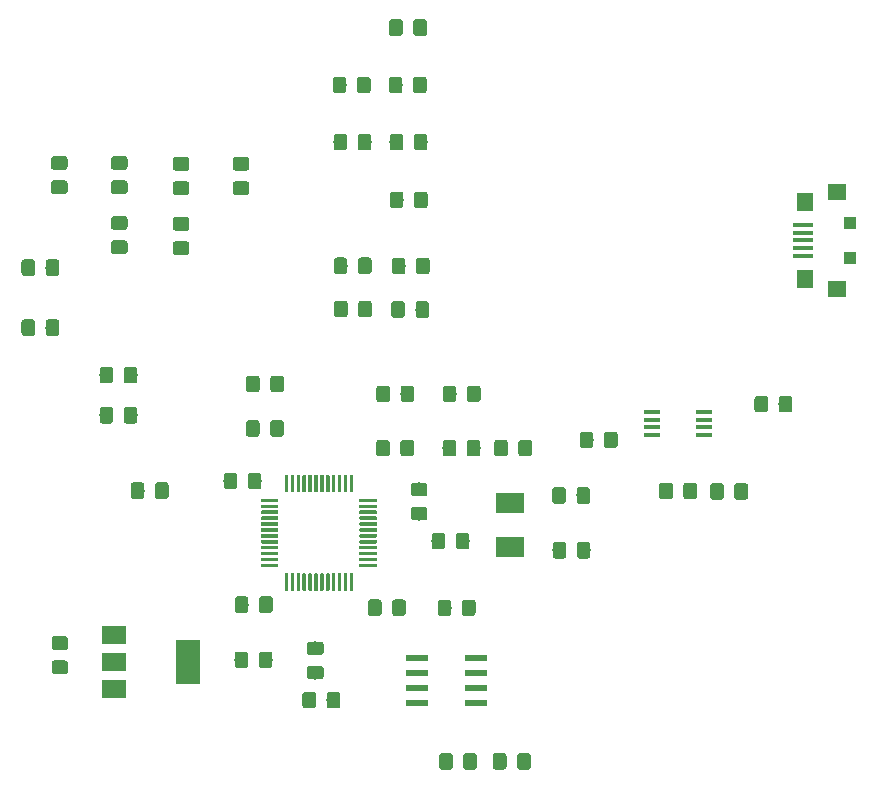
<source format=gbr>
G04 #@! TF.GenerationSoftware,KiCad,Pcbnew,(5.1.4)-1*
G04 #@! TF.CreationDate,2020-01-01T19:34:10-05:00*
G04 #@! TF.ProjectId,Board,426f6172-642e-46b6-9963-61645f706362,rev?*
G04 #@! TF.SameCoordinates,Original*
G04 #@! TF.FileFunction,Paste,Top*
G04 #@! TF.FilePolarity,Positive*
%FSLAX46Y46*%
G04 Gerber Fmt 4.6, Leading zero omitted, Abs format (unit mm)*
G04 Created by KiCad (PCBNEW (5.1.4)-1) date 2020-01-01 19:34:10*
%MOMM*%
%LPD*%
G04 APERTURE LIST*
%ADD10C,0.100000*%
%ADD11C,1.150000*%
%ADD12R,1.000000X1.100000*%
%ADD13R,1.500000X1.350000*%
%ADD14R,1.400000X1.500000*%
%ADD15R,1.800000X0.400000*%
%ADD16R,2.400000X1.700000*%
%ADD17R,1.450000X0.450000*%
%ADD18R,1.981200X0.558800*%
%ADD19C,0.300000*%
%ADD20R,2.000000X1.500000*%
%ADD21R,2.000000X3.800000*%
G04 APERTURE END LIST*
D10*
G36*
X87774505Y-110101204D02*
G01*
X87798773Y-110104804D01*
X87822572Y-110110765D01*
X87845671Y-110119030D01*
X87867850Y-110129520D01*
X87888893Y-110142132D01*
X87908599Y-110156747D01*
X87926777Y-110173223D01*
X87943253Y-110191401D01*
X87957868Y-110211107D01*
X87970480Y-110232150D01*
X87980970Y-110254329D01*
X87989235Y-110277428D01*
X87995196Y-110301227D01*
X87998796Y-110325495D01*
X88000000Y-110349999D01*
X88000000Y-111250001D01*
X87998796Y-111274505D01*
X87995196Y-111298773D01*
X87989235Y-111322572D01*
X87980970Y-111345671D01*
X87970480Y-111367850D01*
X87957868Y-111388893D01*
X87943253Y-111408599D01*
X87926777Y-111426777D01*
X87908599Y-111443253D01*
X87888893Y-111457868D01*
X87867850Y-111470480D01*
X87845671Y-111480970D01*
X87822572Y-111489235D01*
X87798773Y-111495196D01*
X87774505Y-111498796D01*
X87750001Y-111500000D01*
X87099999Y-111500000D01*
X87075495Y-111498796D01*
X87051227Y-111495196D01*
X87027428Y-111489235D01*
X87004329Y-111480970D01*
X86982150Y-111470480D01*
X86961107Y-111457868D01*
X86941401Y-111443253D01*
X86923223Y-111426777D01*
X86906747Y-111408599D01*
X86892132Y-111388893D01*
X86879520Y-111367850D01*
X86869030Y-111345671D01*
X86860765Y-111322572D01*
X86854804Y-111298773D01*
X86851204Y-111274505D01*
X86850000Y-111250001D01*
X86850000Y-110349999D01*
X86851204Y-110325495D01*
X86854804Y-110301227D01*
X86860765Y-110277428D01*
X86869030Y-110254329D01*
X86879520Y-110232150D01*
X86892132Y-110211107D01*
X86906747Y-110191401D01*
X86923223Y-110173223D01*
X86941401Y-110156747D01*
X86961107Y-110142132D01*
X86982150Y-110129520D01*
X87004329Y-110119030D01*
X87027428Y-110110765D01*
X87051227Y-110104804D01*
X87075495Y-110101204D01*
X87099999Y-110100000D01*
X87750001Y-110100000D01*
X87774505Y-110101204D01*
X87774505Y-110101204D01*
G37*
D11*
X87425000Y-110800000D03*
D10*
G36*
X85724505Y-110101204D02*
G01*
X85748773Y-110104804D01*
X85772572Y-110110765D01*
X85795671Y-110119030D01*
X85817850Y-110129520D01*
X85838893Y-110142132D01*
X85858599Y-110156747D01*
X85876777Y-110173223D01*
X85893253Y-110191401D01*
X85907868Y-110211107D01*
X85920480Y-110232150D01*
X85930970Y-110254329D01*
X85939235Y-110277428D01*
X85945196Y-110301227D01*
X85948796Y-110325495D01*
X85950000Y-110349999D01*
X85950000Y-111250001D01*
X85948796Y-111274505D01*
X85945196Y-111298773D01*
X85939235Y-111322572D01*
X85930970Y-111345671D01*
X85920480Y-111367850D01*
X85907868Y-111388893D01*
X85893253Y-111408599D01*
X85876777Y-111426777D01*
X85858599Y-111443253D01*
X85838893Y-111457868D01*
X85817850Y-111470480D01*
X85795671Y-111480970D01*
X85772572Y-111489235D01*
X85748773Y-111495196D01*
X85724505Y-111498796D01*
X85700001Y-111500000D01*
X85049999Y-111500000D01*
X85025495Y-111498796D01*
X85001227Y-111495196D01*
X84977428Y-111489235D01*
X84954329Y-111480970D01*
X84932150Y-111470480D01*
X84911107Y-111457868D01*
X84891401Y-111443253D01*
X84873223Y-111426777D01*
X84856747Y-111408599D01*
X84842132Y-111388893D01*
X84829520Y-111367850D01*
X84819030Y-111345671D01*
X84810765Y-111322572D01*
X84804804Y-111298773D01*
X84801204Y-111274505D01*
X84800000Y-111250001D01*
X84800000Y-110349999D01*
X84801204Y-110325495D01*
X84804804Y-110301227D01*
X84810765Y-110277428D01*
X84819030Y-110254329D01*
X84829520Y-110232150D01*
X84842132Y-110211107D01*
X84856747Y-110191401D01*
X84873223Y-110173223D01*
X84891401Y-110156747D01*
X84911107Y-110142132D01*
X84932150Y-110129520D01*
X84954329Y-110119030D01*
X84977428Y-110110765D01*
X85001227Y-110104804D01*
X85025495Y-110101204D01*
X85049999Y-110100000D01*
X85700001Y-110100000D01*
X85724505Y-110101204D01*
X85724505Y-110101204D01*
G37*
D11*
X85375000Y-110800000D03*
D10*
G36*
X87774505Y-106701204D02*
G01*
X87798773Y-106704804D01*
X87822572Y-106710765D01*
X87845671Y-106719030D01*
X87867850Y-106729520D01*
X87888893Y-106742132D01*
X87908599Y-106756747D01*
X87926777Y-106773223D01*
X87943253Y-106791401D01*
X87957868Y-106811107D01*
X87970480Y-106832150D01*
X87980970Y-106854329D01*
X87989235Y-106877428D01*
X87995196Y-106901227D01*
X87998796Y-106925495D01*
X88000000Y-106949999D01*
X88000000Y-107850001D01*
X87998796Y-107874505D01*
X87995196Y-107898773D01*
X87989235Y-107922572D01*
X87980970Y-107945671D01*
X87970480Y-107967850D01*
X87957868Y-107988893D01*
X87943253Y-108008599D01*
X87926777Y-108026777D01*
X87908599Y-108043253D01*
X87888893Y-108057868D01*
X87867850Y-108070480D01*
X87845671Y-108080970D01*
X87822572Y-108089235D01*
X87798773Y-108095196D01*
X87774505Y-108098796D01*
X87750001Y-108100000D01*
X87099999Y-108100000D01*
X87075495Y-108098796D01*
X87051227Y-108095196D01*
X87027428Y-108089235D01*
X87004329Y-108080970D01*
X86982150Y-108070480D01*
X86961107Y-108057868D01*
X86941401Y-108043253D01*
X86923223Y-108026777D01*
X86906747Y-108008599D01*
X86892132Y-107988893D01*
X86879520Y-107967850D01*
X86869030Y-107945671D01*
X86860765Y-107922572D01*
X86854804Y-107898773D01*
X86851204Y-107874505D01*
X86850000Y-107850001D01*
X86850000Y-106949999D01*
X86851204Y-106925495D01*
X86854804Y-106901227D01*
X86860765Y-106877428D01*
X86869030Y-106854329D01*
X86879520Y-106832150D01*
X86892132Y-106811107D01*
X86906747Y-106791401D01*
X86923223Y-106773223D01*
X86941401Y-106756747D01*
X86961107Y-106742132D01*
X86982150Y-106729520D01*
X87004329Y-106719030D01*
X87027428Y-106710765D01*
X87051227Y-106704804D01*
X87075495Y-106701204D01*
X87099999Y-106700000D01*
X87750001Y-106700000D01*
X87774505Y-106701204D01*
X87774505Y-106701204D01*
G37*
D11*
X87425000Y-107400000D03*
D10*
G36*
X85724505Y-106701204D02*
G01*
X85748773Y-106704804D01*
X85772572Y-106710765D01*
X85795671Y-106719030D01*
X85817850Y-106729520D01*
X85838893Y-106742132D01*
X85858599Y-106756747D01*
X85876777Y-106773223D01*
X85893253Y-106791401D01*
X85907868Y-106811107D01*
X85920480Y-106832150D01*
X85930970Y-106854329D01*
X85939235Y-106877428D01*
X85945196Y-106901227D01*
X85948796Y-106925495D01*
X85950000Y-106949999D01*
X85950000Y-107850001D01*
X85948796Y-107874505D01*
X85945196Y-107898773D01*
X85939235Y-107922572D01*
X85930970Y-107945671D01*
X85920480Y-107967850D01*
X85907868Y-107988893D01*
X85893253Y-108008599D01*
X85876777Y-108026777D01*
X85858599Y-108043253D01*
X85838893Y-108057868D01*
X85817850Y-108070480D01*
X85795671Y-108080970D01*
X85772572Y-108089235D01*
X85748773Y-108095196D01*
X85724505Y-108098796D01*
X85700001Y-108100000D01*
X85049999Y-108100000D01*
X85025495Y-108098796D01*
X85001227Y-108095196D01*
X84977428Y-108089235D01*
X84954329Y-108080970D01*
X84932150Y-108070480D01*
X84911107Y-108057868D01*
X84891401Y-108043253D01*
X84873223Y-108026777D01*
X84856747Y-108008599D01*
X84842132Y-107988893D01*
X84829520Y-107967850D01*
X84819030Y-107945671D01*
X84810765Y-107922572D01*
X84804804Y-107898773D01*
X84801204Y-107874505D01*
X84800000Y-107850001D01*
X84800000Y-106949999D01*
X84801204Y-106925495D01*
X84804804Y-106901227D01*
X84810765Y-106877428D01*
X84819030Y-106854329D01*
X84829520Y-106832150D01*
X84842132Y-106811107D01*
X84856747Y-106791401D01*
X84873223Y-106773223D01*
X84891401Y-106756747D01*
X84911107Y-106742132D01*
X84932150Y-106729520D01*
X84954329Y-106719030D01*
X84977428Y-106710765D01*
X85001227Y-106704804D01*
X85025495Y-106701204D01*
X85049999Y-106700000D01*
X85700001Y-106700000D01*
X85724505Y-106701204D01*
X85724505Y-106701204D01*
G37*
D11*
X85375000Y-107400000D03*
D12*
X148360000Y-94500000D03*
X148360000Y-97500000D03*
D13*
X147210000Y-91925000D03*
X147210000Y-100075000D03*
D14*
X144510000Y-92750000D03*
X144510000Y-99250000D03*
D15*
X144340000Y-94700000D03*
X144340000Y-95350000D03*
X144340000Y-96000000D03*
X144340000Y-96650000D03*
X144340000Y-97300000D03*
D16*
X119516000Y-118227000D03*
X119516000Y-121927000D03*
D17*
X135986000Y-110512000D03*
X135986000Y-111162000D03*
X135986000Y-111812000D03*
X135986000Y-112462000D03*
X131586000Y-112462000D03*
X131586000Y-111812000D03*
X131586000Y-111162000D03*
X131586000Y-110512000D03*
D18*
X111715200Y-135118000D03*
X111715200Y-133848000D03*
X111715200Y-132578000D03*
X111715200Y-131308000D03*
X116642800Y-131308000D03*
X116642800Y-132578000D03*
X116642800Y-133848000D03*
X116642800Y-135118000D03*
D10*
G36*
X100712351Y-115860361D02*
G01*
X100719632Y-115861441D01*
X100726771Y-115863229D01*
X100733701Y-115865709D01*
X100740355Y-115868856D01*
X100746668Y-115872640D01*
X100752579Y-115877024D01*
X100758033Y-115881967D01*
X100762976Y-115887421D01*
X100767360Y-115893332D01*
X100771144Y-115899645D01*
X100774291Y-115906299D01*
X100776771Y-115913229D01*
X100778559Y-115920368D01*
X100779639Y-115927649D01*
X100780000Y-115935000D01*
X100780000Y-117260000D01*
X100779639Y-117267351D01*
X100778559Y-117274632D01*
X100776771Y-117281771D01*
X100774291Y-117288701D01*
X100771144Y-117295355D01*
X100767360Y-117301668D01*
X100762976Y-117307579D01*
X100758033Y-117313033D01*
X100752579Y-117317976D01*
X100746668Y-117322360D01*
X100740355Y-117326144D01*
X100733701Y-117329291D01*
X100726771Y-117331771D01*
X100719632Y-117333559D01*
X100712351Y-117334639D01*
X100705000Y-117335000D01*
X100555000Y-117335000D01*
X100547649Y-117334639D01*
X100540368Y-117333559D01*
X100533229Y-117331771D01*
X100526299Y-117329291D01*
X100519645Y-117326144D01*
X100513332Y-117322360D01*
X100507421Y-117317976D01*
X100501967Y-117313033D01*
X100497024Y-117307579D01*
X100492640Y-117301668D01*
X100488856Y-117295355D01*
X100485709Y-117288701D01*
X100483229Y-117281771D01*
X100481441Y-117274632D01*
X100480361Y-117267351D01*
X100480000Y-117260000D01*
X100480000Y-115935000D01*
X100480361Y-115927649D01*
X100481441Y-115920368D01*
X100483229Y-115913229D01*
X100485709Y-115906299D01*
X100488856Y-115899645D01*
X100492640Y-115893332D01*
X100497024Y-115887421D01*
X100501967Y-115881967D01*
X100507421Y-115877024D01*
X100513332Y-115872640D01*
X100519645Y-115868856D01*
X100526299Y-115865709D01*
X100533229Y-115863229D01*
X100540368Y-115861441D01*
X100547649Y-115860361D01*
X100555000Y-115860000D01*
X100705000Y-115860000D01*
X100712351Y-115860361D01*
X100712351Y-115860361D01*
G37*
D19*
X100630000Y-116597500D03*
D10*
G36*
X101212351Y-115860361D02*
G01*
X101219632Y-115861441D01*
X101226771Y-115863229D01*
X101233701Y-115865709D01*
X101240355Y-115868856D01*
X101246668Y-115872640D01*
X101252579Y-115877024D01*
X101258033Y-115881967D01*
X101262976Y-115887421D01*
X101267360Y-115893332D01*
X101271144Y-115899645D01*
X101274291Y-115906299D01*
X101276771Y-115913229D01*
X101278559Y-115920368D01*
X101279639Y-115927649D01*
X101280000Y-115935000D01*
X101280000Y-117260000D01*
X101279639Y-117267351D01*
X101278559Y-117274632D01*
X101276771Y-117281771D01*
X101274291Y-117288701D01*
X101271144Y-117295355D01*
X101267360Y-117301668D01*
X101262976Y-117307579D01*
X101258033Y-117313033D01*
X101252579Y-117317976D01*
X101246668Y-117322360D01*
X101240355Y-117326144D01*
X101233701Y-117329291D01*
X101226771Y-117331771D01*
X101219632Y-117333559D01*
X101212351Y-117334639D01*
X101205000Y-117335000D01*
X101055000Y-117335000D01*
X101047649Y-117334639D01*
X101040368Y-117333559D01*
X101033229Y-117331771D01*
X101026299Y-117329291D01*
X101019645Y-117326144D01*
X101013332Y-117322360D01*
X101007421Y-117317976D01*
X101001967Y-117313033D01*
X100997024Y-117307579D01*
X100992640Y-117301668D01*
X100988856Y-117295355D01*
X100985709Y-117288701D01*
X100983229Y-117281771D01*
X100981441Y-117274632D01*
X100980361Y-117267351D01*
X100980000Y-117260000D01*
X100980000Y-115935000D01*
X100980361Y-115927649D01*
X100981441Y-115920368D01*
X100983229Y-115913229D01*
X100985709Y-115906299D01*
X100988856Y-115899645D01*
X100992640Y-115893332D01*
X100997024Y-115887421D01*
X101001967Y-115881967D01*
X101007421Y-115877024D01*
X101013332Y-115872640D01*
X101019645Y-115868856D01*
X101026299Y-115865709D01*
X101033229Y-115863229D01*
X101040368Y-115861441D01*
X101047649Y-115860361D01*
X101055000Y-115860000D01*
X101205000Y-115860000D01*
X101212351Y-115860361D01*
X101212351Y-115860361D01*
G37*
D19*
X101130000Y-116597500D03*
D10*
G36*
X101712351Y-115860361D02*
G01*
X101719632Y-115861441D01*
X101726771Y-115863229D01*
X101733701Y-115865709D01*
X101740355Y-115868856D01*
X101746668Y-115872640D01*
X101752579Y-115877024D01*
X101758033Y-115881967D01*
X101762976Y-115887421D01*
X101767360Y-115893332D01*
X101771144Y-115899645D01*
X101774291Y-115906299D01*
X101776771Y-115913229D01*
X101778559Y-115920368D01*
X101779639Y-115927649D01*
X101780000Y-115935000D01*
X101780000Y-117260000D01*
X101779639Y-117267351D01*
X101778559Y-117274632D01*
X101776771Y-117281771D01*
X101774291Y-117288701D01*
X101771144Y-117295355D01*
X101767360Y-117301668D01*
X101762976Y-117307579D01*
X101758033Y-117313033D01*
X101752579Y-117317976D01*
X101746668Y-117322360D01*
X101740355Y-117326144D01*
X101733701Y-117329291D01*
X101726771Y-117331771D01*
X101719632Y-117333559D01*
X101712351Y-117334639D01*
X101705000Y-117335000D01*
X101555000Y-117335000D01*
X101547649Y-117334639D01*
X101540368Y-117333559D01*
X101533229Y-117331771D01*
X101526299Y-117329291D01*
X101519645Y-117326144D01*
X101513332Y-117322360D01*
X101507421Y-117317976D01*
X101501967Y-117313033D01*
X101497024Y-117307579D01*
X101492640Y-117301668D01*
X101488856Y-117295355D01*
X101485709Y-117288701D01*
X101483229Y-117281771D01*
X101481441Y-117274632D01*
X101480361Y-117267351D01*
X101480000Y-117260000D01*
X101480000Y-115935000D01*
X101480361Y-115927649D01*
X101481441Y-115920368D01*
X101483229Y-115913229D01*
X101485709Y-115906299D01*
X101488856Y-115899645D01*
X101492640Y-115893332D01*
X101497024Y-115887421D01*
X101501967Y-115881967D01*
X101507421Y-115877024D01*
X101513332Y-115872640D01*
X101519645Y-115868856D01*
X101526299Y-115865709D01*
X101533229Y-115863229D01*
X101540368Y-115861441D01*
X101547649Y-115860361D01*
X101555000Y-115860000D01*
X101705000Y-115860000D01*
X101712351Y-115860361D01*
X101712351Y-115860361D01*
G37*
D19*
X101630000Y-116597500D03*
D10*
G36*
X102212351Y-115860361D02*
G01*
X102219632Y-115861441D01*
X102226771Y-115863229D01*
X102233701Y-115865709D01*
X102240355Y-115868856D01*
X102246668Y-115872640D01*
X102252579Y-115877024D01*
X102258033Y-115881967D01*
X102262976Y-115887421D01*
X102267360Y-115893332D01*
X102271144Y-115899645D01*
X102274291Y-115906299D01*
X102276771Y-115913229D01*
X102278559Y-115920368D01*
X102279639Y-115927649D01*
X102280000Y-115935000D01*
X102280000Y-117260000D01*
X102279639Y-117267351D01*
X102278559Y-117274632D01*
X102276771Y-117281771D01*
X102274291Y-117288701D01*
X102271144Y-117295355D01*
X102267360Y-117301668D01*
X102262976Y-117307579D01*
X102258033Y-117313033D01*
X102252579Y-117317976D01*
X102246668Y-117322360D01*
X102240355Y-117326144D01*
X102233701Y-117329291D01*
X102226771Y-117331771D01*
X102219632Y-117333559D01*
X102212351Y-117334639D01*
X102205000Y-117335000D01*
X102055000Y-117335000D01*
X102047649Y-117334639D01*
X102040368Y-117333559D01*
X102033229Y-117331771D01*
X102026299Y-117329291D01*
X102019645Y-117326144D01*
X102013332Y-117322360D01*
X102007421Y-117317976D01*
X102001967Y-117313033D01*
X101997024Y-117307579D01*
X101992640Y-117301668D01*
X101988856Y-117295355D01*
X101985709Y-117288701D01*
X101983229Y-117281771D01*
X101981441Y-117274632D01*
X101980361Y-117267351D01*
X101980000Y-117260000D01*
X101980000Y-115935000D01*
X101980361Y-115927649D01*
X101981441Y-115920368D01*
X101983229Y-115913229D01*
X101985709Y-115906299D01*
X101988856Y-115899645D01*
X101992640Y-115893332D01*
X101997024Y-115887421D01*
X102001967Y-115881967D01*
X102007421Y-115877024D01*
X102013332Y-115872640D01*
X102019645Y-115868856D01*
X102026299Y-115865709D01*
X102033229Y-115863229D01*
X102040368Y-115861441D01*
X102047649Y-115860361D01*
X102055000Y-115860000D01*
X102205000Y-115860000D01*
X102212351Y-115860361D01*
X102212351Y-115860361D01*
G37*
D19*
X102130000Y-116597500D03*
D10*
G36*
X102712351Y-115860361D02*
G01*
X102719632Y-115861441D01*
X102726771Y-115863229D01*
X102733701Y-115865709D01*
X102740355Y-115868856D01*
X102746668Y-115872640D01*
X102752579Y-115877024D01*
X102758033Y-115881967D01*
X102762976Y-115887421D01*
X102767360Y-115893332D01*
X102771144Y-115899645D01*
X102774291Y-115906299D01*
X102776771Y-115913229D01*
X102778559Y-115920368D01*
X102779639Y-115927649D01*
X102780000Y-115935000D01*
X102780000Y-117260000D01*
X102779639Y-117267351D01*
X102778559Y-117274632D01*
X102776771Y-117281771D01*
X102774291Y-117288701D01*
X102771144Y-117295355D01*
X102767360Y-117301668D01*
X102762976Y-117307579D01*
X102758033Y-117313033D01*
X102752579Y-117317976D01*
X102746668Y-117322360D01*
X102740355Y-117326144D01*
X102733701Y-117329291D01*
X102726771Y-117331771D01*
X102719632Y-117333559D01*
X102712351Y-117334639D01*
X102705000Y-117335000D01*
X102555000Y-117335000D01*
X102547649Y-117334639D01*
X102540368Y-117333559D01*
X102533229Y-117331771D01*
X102526299Y-117329291D01*
X102519645Y-117326144D01*
X102513332Y-117322360D01*
X102507421Y-117317976D01*
X102501967Y-117313033D01*
X102497024Y-117307579D01*
X102492640Y-117301668D01*
X102488856Y-117295355D01*
X102485709Y-117288701D01*
X102483229Y-117281771D01*
X102481441Y-117274632D01*
X102480361Y-117267351D01*
X102480000Y-117260000D01*
X102480000Y-115935000D01*
X102480361Y-115927649D01*
X102481441Y-115920368D01*
X102483229Y-115913229D01*
X102485709Y-115906299D01*
X102488856Y-115899645D01*
X102492640Y-115893332D01*
X102497024Y-115887421D01*
X102501967Y-115881967D01*
X102507421Y-115877024D01*
X102513332Y-115872640D01*
X102519645Y-115868856D01*
X102526299Y-115865709D01*
X102533229Y-115863229D01*
X102540368Y-115861441D01*
X102547649Y-115860361D01*
X102555000Y-115860000D01*
X102705000Y-115860000D01*
X102712351Y-115860361D01*
X102712351Y-115860361D01*
G37*
D19*
X102630000Y-116597500D03*
D10*
G36*
X103212351Y-115860361D02*
G01*
X103219632Y-115861441D01*
X103226771Y-115863229D01*
X103233701Y-115865709D01*
X103240355Y-115868856D01*
X103246668Y-115872640D01*
X103252579Y-115877024D01*
X103258033Y-115881967D01*
X103262976Y-115887421D01*
X103267360Y-115893332D01*
X103271144Y-115899645D01*
X103274291Y-115906299D01*
X103276771Y-115913229D01*
X103278559Y-115920368D01*
X103279639Y-115927649D01*
X103280000Y-115935000D01*
X103280000Y-117260000D01*
X103279639Y-117267351D01*
X103278559Y-117274632D01*
X103276771Y-117281771D01*
X103274291Y-117288701D01*
X103271144Y-117295355D01*
X103267360Y-117301668D01*
X103262976Y-117307579D01*
X103258033Y-117313033D01*
X103252579Y-117317976D01*
X103246668Y-117322360D01*
X103240355Y-117326144D01*
X103233701Y-117329291D01*
X103226771Y-117331771D01*
X103219632Y-117333559D01*
X103212351Y-117334639D01*
X103205000Y-117335000D01*
X103055000Y-117335000D01*
X103047649Y-117334639D01*
X103040368Y-117333559D01*
X103033229Y-117331771D01*
X103026299Y-117329291D01*
X103019645Y-117326144D01*
X103013332Y-117322360D01*
X103007421Y-117317976D01*
X103001967Y-117313033D01*
X102997024Y-117307579D01*
X102992640Y-117301668D01*
X102988856Y-117295355D01*
X102985709Y-117288701D01*
X102983229Y-117281771D01*
X102981441Y-117274632D01*
X102980361Y-117267351D01*
X102980000Y-117260000D01*
X102980000Y-115935000D01*
X102980361Y-115927649D01*
X102981441Y-115920368D01*
X102983229Y-115913229D01*
X102985709Y-115906299D01*
X102988856Y-115899645D01*
X102992640Y-115893332D01*
X102997024Y-115887421D01*
X103001967Y-115881967D01*
X103007421Y-115877024D01*
X103013332Y-115872640D01*
X103019645Y-115868856D01*
X103026299Y-115865709D01*
X103033229Y-115863229D01*
X103040368Y-115861441D01*
X103047649Y-115860361D01*
X103055000Y-115860000D01*
X103205000Y-115860000D01*
X103212351Y-115860361D01*
X103212351Y-115860361D01*
G37*
D19*
X103130000Y-116597500D03*
D10*
G36*
X103712351Y-115860361D02*
G01*
X103719632Y-115861441D01*
X103726771Y-115863229D01*
X103733701Y-115865709D01*
X103740355Y-115868856D01*
X103746668Y-115872640D01*
X103752579Y-115877024D01*
X103758033Y-115881967D01*
X103762976Y-115887421D01*
X103767360Y-115893332D01*
X103771144Y-115899645D01*
X103774291Y-115906299D01*
X103776771Y-115913229D01*
X103778559Y-115920368D01*
X103779639Y-115927649D01*
X103780000Y-115935000D01*
X103780000Y-117260000D01*
X103779639Y-117267351D01*
X103778559Y-117274632D01*
X103776771Y-117281771D01*
X103774291Y-117288701D01*
X103771144Y-117295355D01*
X103767360Y-117301668D01*
X103762976Y-117307579D01*
X103758033Y-117313033D01*
X103752579Y-117317976D01*
X103746668Y-117322360D01*
X103740355Y-117326144D01*
X103733701Y-117329291D01*
X103726771Y-117331771D01*
X103719632Y-117333559D01*
X103712351Y-117334639D01*
X103705000Y-117335000D01*
X103555000Y-117335000D01*
X103547649Y-117334639D01*
X103540368Y-117333559D01*
X103533229Y-117331771D01*
X103526299Y-117329291D01*
X103519645Y-117326144D01*
X103513332Y-117322360D01*
X103507421Y-117317976D01*
X103501967Y-117313033D01*
X103497024Y-117307579D01*
X103492640Y-117301668D01*
X103488856Y-117295355D01*
X103485709Y-117288701D01*
X103483229Y-117281771D01*
X103481441Y-117274632D01*
X103480361Y-117267351D01*
X103480000Y-117260000D01*
X103480000Y-115935000D01*
X103480361Y-115927649D01*
X103481441Y-115920368D01*
X103483229Y-115913229D01*
X103485709Y-115906299D01*
X103488856Y-115899645D01*
X103492640Y-115893332D01*
X103497024Y-115887421D01*
X103501967Y-115881967D01*
X103507421Y-115877024D01*
X103513332Y-115872640D01*
X103519645Y-115868856D01*
X103526299Y-115865709D01*
X103533229Y-115863229D01*
X103540368Y-115861441D01*
X103547649Y-115860361D01*
X103555000Y-115860000D01*
X103705000Y-115860000D01*
X103712351Y-115860361D01*
X103712351Y-115860361D01*
G37*
D19*
X103630000Y-116597500D03*
D10*
G36*
X104212351Y-115860361D02*
G01*
X104219632Y-115861441D01*
X104226771Y-115863229D01*
X104233701Y-115865709D01*
X104240355Y-115868856D01*
X104246668Y-115872640D01*
X104252579Y-115877024D01*
X104258033Y-115881967D01*
X104262976Y-115887421D01*
X104267360Y-115893332D01*
X104271144Y-115899645D01*
X104274291Y-115906299D01*
X104276771Y-115913229D01*
X104278559Y-115920368D01*
X104279639Y-115927649D01*
X104280000Y-115935000D01*
X104280000Y-117260000D01*
X104279639Y-117267351D01*
X104278559Y-117274632D01*
X104276771Y-117281771D01*
X104274291Y-117288701D01*
X104271144Y-117295355D01*
X104267360Y-117301668D01*
X104262976Y-117307579D01*
X104258033Y-117313033D01*
X104252579Y-117317976D01*
X104246668Y-117322360D01*
X104240355Y-117326144D01*
X104233701Y-117329291D01*
X104226771Y-117331771D01*
X104219632Y-117333559D01*
X104212351Y-117334639D01*
X104205000Y-117335000D01*
X104055000Y-117335000D01*
X104047649Y-117334639D01*
X104040368Y-117333559D01*
X104033229Y-117331771D01*
X104026299Y-117329291D01*
X104019645Y-117326144D01*
X104013332Y-117322360D01*
X104007421Y-117317976D01*
X104001967Y-117313033D01*
X103997024Y-117307579D01*
X103992640Y-117301668D01*
X103988856Y-117295355D01*
X103985709Y-117288701D01*
X103983229Y-117281771D01*
X103981441Y-117274632D01*
X103980361Y-117267351D01*
X103980000Y-117260000D01*
X103980000Y-115935000D01*
X103980361Y-115927649D01*
X103981441Y-115920368D01*
X103983229Y-115913229D01*
X103985709Y-115906299D01*
X103988856Y-115899645D01*
X103992640Y-115893332D01*
X103997024Y-115887421D01*
X104001967Y-115881967D01*
X104007421Y-115877024D01*
X104013332Y-115872640D01*
X104019645Y-115868856D01*
X104026299Y-115865709D01*
X104033229Y-115863229D01*
X104040368Y-115861441D01*
X104047649Y-115860361D01*
X104055000Y-115860000D01*
X104205000Y-115860000D01*
X104212351Y-115860361D01*
X104212351Y-115860361D01*
G37*
D19*
X104130000Y-116597500D03*
D10*
G36*
X104712351Y-115860361D02*
G01*
X104719632Y-115861441D01*
X104726771Y-115863229D01*
X104733701Y-115865709D01*
X104740355Y-115868856D01*
X104746668Y-115872640D01*
X104752579Y-115877024D01*
X104758033Y-115881967D01*
X104762976Y-115887421D01*
X104767360Y-115893332D01*
X104771144Y-115899645D01*
X104774291Y-115906299D01*
X104776771Y-115913229D01*
X104778559Y-115920368D01*
X104779639Y-115927649D01*
X104780000Y-115935000D01*
X104780000Y-117260000D01*
X104779639Y-117267351D01*
X104778559Y-117274632D01*
X104776771Y-117281771D01*
X104774291Y-117288701D01*
X104771144Y-117295355D01*
X104767360Y-117301668D01*
X104762976Y-117307579D01*
X104758033Y-117313033D01*
X104752579Y-117317976D01*
X104746668Y-117322360D01*
X104740355Y-117326144D01*
X104733701Y-117329291D01*
X104726771Y-117331771D01*
X104719632Y-117333559D01*
X104712351Y-117334639D01*
X104705000Y-117335000D01*
X104555000Y-117335000D01*
X104547649Y-117334639D01*
X104540368Y-117333559D01*
X104533229Y-117331771D01*
X104526299Y-117329291D01*
X104519645Y-117326144D01*
X104513332Y-117322360D01*
X104507421Y-117317976D01*
X104501967Y-117313033D01*
X104497024Y-117307579D01*
X104492640Y-117301668D01*
X104488856Y-117295355D01*
X104485709Y-117288701D01*
X104483229Y-117281771D01*
X104481441Y-117274632D01*
X104480361Y-117267351D01*
X104480000Y-117260000D01*
X104480000Y-115935000D01*
X104480361Y-115927649D01*
X104481441Y-115920368D01*
X104483229Y-115913229D01*
X104485709Y-115906299D01*
X104488856Y-115899645D01*
X104492640Y-115893332D01*
X104497024Y-115887421D01*
X104501967Y-115881967D01*
X104507421Y-115877024D01*
X104513332Y-115872640D01*
X104519645Y-115868856D01*
X104526299Y-115865709D01*
X104533229Y-115863229D01*
X104540368Y-115861441D01*
X104547649Y-115860361D01*
X104555000Y-115860000D01*
X104705000Y-115860000D01*
X104712351Y-115860361D01*
X104712351Y-115860361D01*
G37*
D19*
X104630000Y-116597500D03*
D10*
G36*
X105212351Y-115860361D02*
G01*
X105219632Y-115861441D01*
X105226771Y-115863229D01*
X105233701Y-115865709D01*
X105240355Y-115868856D01*
X105246668Y-115872640D01*
X105252579Y-115877024D01*
X105258033Y-115881967D01*
X105262976Y-115887421D01*
X105267360Y-115893332D01*
X105271144Y-115899645D01*
X105274291Y-115906299D01*
X105276771Y-115913229D01*
X105278559Y-115920368D01*
X105279639Y-115927649D01*
X105280000Y-115935000D01*
X105280000Y-117260000D01*
X105279639Y-117267351D01*
X105278559Y-117274632D01*
X105276771Y-117281771D01*
X105274291Y-117288701D01*
X105271144Y-117295355D01*
X105267360Y-117301668D01*
X105262976Y-117307579D01*
X105258033Y-117313033D01*
X105252579Y-117317976D01*
X105246668Y-117322360D01*
X105240355Y-117326144D01*
X105233701Y-117329291D01*
X105226771Y-117331771D01*
X105219632Y-117333559D01*
X105212351Y-117334639D01*
X105205000Y-117335000D01*
X105055000Y-117335000D01*
X105047649Y-117334639D01*
X105040368Y-117333559D01*
X105033229Y-117331771D01*
X105026299Y-117329291D01*
X105019645Y-117326144D01*
X105013332Y-117322360D01*
X105007421Y-117317976D01*
X105001967Y-117313033D01*
X104997024Y-117307579D01*
X104992640Y-117301668D01*
X104988856Y-117295355D01*
X104985709Y-117288701D01*
X104983229Y-117281771D01*
X104981441Y-117274632D01*
X104980361Y-117267351D01*
X104980000Y-117260000D01*
X104980000Y-115935000D01*
X104980361Y-115927649D01*
X104981441Y-115920368D01*
X104983229Y-115913229D01*
X104985709Y-115906299D01*
X104988856Y-115899645D01*
X104992640Y-115893332D01*
X104997024Y-115887421D01*
X105001967Y-115881967D01*
X105007421Y-115877024D01*
X105013332Y-115872640D01*
X105019645Y-115868856D01*
X105026299Y-115865709D01*
X105033229Y-115863229D01*
X105040368Y-115861441D01*
X105047649Y-115860361D01*
X105055000Y-115860000D01*
X105205000Y-115860000D01*
X105212351Y-115860361D01*
X105212351Y-115860361D01*
G37*
D19*
X105130000Y-116597500D03*
D10*
G36*
X105712351Y-115860361D02*
G01*
X105719632Y-115861441D01*
X105726771Y-115863229D01*
X105733701Y-115865709D01*
X105740355Y-115868856D01*
X105746668Y-115872640D01*
X105752579Y-115877024D01*
X105758033Y-115881967D01*
X105762976Y-115887421D01*
X105767360Y-115893332D01*
X105771144Y-115899645D01*
X105774291Y-115906299D01*
X105776771Y-115913229D01*
X105778559Y-115920368D01*
X105779639Y-115927649D01*
X105780000Y-115935000D01*
X105780000Y-117260000D01*
X105779639Y-117267351D01*
X105778559Y-117274632D01*
X105776771Y-117281771D01*
X105774291Y-117288701D01*
X105771144Y-117295355D01*
X105767360Y-117301668D01*
X105762976Y-117307579D01*
X105758033Y-117313033D01*
X105752579Y-117317976D01*
X105746668Y-117322360D01*
X105740355Y-117326144D01*
X105733701Y-117329291D01*
X105726771Y-117331771D01*
X105719632Y-117333559D01*
X105712351Y-117334639D01*
X105705000Y-117335000D01*
X105555000Y-117335000D01*
X105547649Y-117334639D01*
X105540368Y-117333559D01*
X105533229Y-117331771D01*
X105526299Y-117329291D01*
X105519645Y-117326144D01*
X105513332Y-117322360D01*
X105507421Y-117317976D01*
X105501967Y-117313033D01*
X105497024Y-117307579D01*
X105492640Y-117301668D01*
X105488856Y-117295355D01*
X105485709Y-117288701D01*
X105483229Y-117281771D01*
X105481441Y-117274632D01*
X105480361Y-117267351D01*
X105480000Y-117260000D01*
X105480000Y-115935000D01*
X105480361Y-115927649D01*
X105481441Y-115920368D01*
X105483229Y-115913229D01*
X105485709Y-115906299D01*
X105488856Y-115899645D01*
X105492640Y-115893332D01*
X105497024Y-115887421D01*
X105501967Y-115881967D01*
X105507421Y-115877024D01*
X105513332Y-115872640D01*
X105519645Y-115868856D01*
X105526299Y-115865709D01*
X105533229Y-115863229D01*
X105540368Y-115861441D01*
X105547649Y-115860361D01*
X105555000Y-115860000D01*
X105705000Y-115860000D01*
X105712351Y-115860361D01*
X105712351Y-115860361D01*
G37*
D19*
X105630000Y-116597500D03*
D10*
G36*
X106212351Y-115860361D02*
G01*
X106219632Y-115861441D01*
X106226771Y-115863229D01*
X106233701Y-115865709D01*
X106240355Y-115868856D01*
X106246668Y-115872640D01*
X106252579Y-115877024D01*
X106258033Y-115881967D01*
X106262976Y-115887421D01*
X106267360Y-115893332D01*
X106271144Y-115899645D01*
X106274291Y-115906299D01*
X106276771Y-115913229D01*
X106278559Y-115920368D01*
X106279639Y-115927649D01*
X106280000Y-115935000D01*
X106280000Y-117260000D01*
X106279639Y-117267351D01*
X106278559Y-117274632D01*
X106276771Y-117281771D01*
X106274291Y-117288701D01*
X106271144Y-117295355D01*
X106267360Y-117301668D01*
X106262976Y-117307579D01*
X106258033Y-117313033D01*
X106252579Y-117317976D01*
X106246668Y-117322360D01*
X106240355Y-117326144D01*
X106233701Y-117329291D01*
X106226771Y-117331771D01*
X106219632Y-117333559D01*
X106212351Y-117334639D01*
X106205000Y-117335000D01*
X106055000Y-117335000D01*
X106047649Y-117334639D01*
X106040368Y-117333559D01*
X106033229Y-117331771D01*
X106026299Y-117329291D01*
X106019645Y-117326144D01*
X106013332Y-117322360D01*
X106007421Y-117317976D01*
X106001967Y-117313033D01*
X105997024Y-117307579D01*
X105992640Y-117301668D01*
X105988856Y-117295355D01*
X105985709Y-117288701D01*
X105983229Y-117281771D01*
X105981441Y-117274632D01*
X105980361Y-117267351D01*
X105980000Y-117260000D01*
X105980000Y-115935000D01*
X105980361Y-115927649D01*
X105981441Y-115920368D01*
X105983229Y-115913229D01*
X105985709Y-115906299D01*
X105988856Y-115899645D01*
X105992640Y-115893332D01*
X105997024Y-115887421D01*
X106001967Y-115881967D01*
X106007421Y-115877024D01*
X106013332Y-115872640D01*
X106019645Y-115868856D01*
X106026299Y-115865709D01*
X106033229Y-115863229D01*
X106040368Y-115861441D01*
X106047649Y-115860361D01*
X106055000Y-115860000D01*
X106205000Y-115860000D01*
X106212351Y-115860361D01*
X106212351Y-115860361D01*
G37*
D19*
X106130000Y-116597500D03*
D10*
G36*
X108212351Y-117860361D02*
G01*
X108219632Y-117861441D01*
X108226771Y-117863229D01*
X108233701Y-117865709D01*
X108240355Y-117868856D01*
X108246668Y-117872640D01*
X108252579Y-117877024D01*
X108258033Y-117881967D01*
X108262976Y-117887421D01*
X108267360Y-117893332D01*
X108271144Y-117899645D01*
X108274291Y-117906299D01*
X108276771Y-117913229D01*
X108278559Y-117920368D01*
X108279639Y-117927649D01*
X108280000Y-117935000D01*
X108280000Y-118085000D01*
X108279639Y-118092351D01*
X108278559Y-118099632D01*
X108276771Y-118106771D01*
X108274291Y-118113701D01*
X108271144Y-118120355D01*
X108267360Y-118126668D01*
X108262976Y-118132579D01*
X108258033Y-118138033D01*
X108252579Y-118142976D01*
X108246668Y-118147360D01*
X108240355Y-118151144D01*
X108233701Y-118154291D01*
X108226771Y-118156771D01*
X108219632Y-118158559D01*
X108212351Y-118159639D01*
X108205000Y-118160000D01*
X106880000Y-118160000D01*
X106872649Y-118159639D01*
X106865368Y-118158559D01*
X106858229Y-118156771D01*
X106851299Y-118154291D01*
X106844645Y-118151144D01*
X106838332Y-118147360D01*
X106832421Y-118142976D01*
X106826967Y-118138033D01*
X106822024Y-118132579D01*
X106817640Y-118126668D01*
X106813856Y-118120355D01*
X106810709Y-118113701D01*
X106808229Y-118106771D01*
X106806441Y-118099632D01*
X106805361Y-118092351D01*
X106805000Y-118085000D01*
X106805000Y-117935000D01*
X106805361Y-117927649D01*
X106806441Y-117920368D01*
X106808229Y-117913229D01*
X106810709Y-117906299D01*
X106813856Y-117899645D01*
X106817640Y-117893332D01*
X106822024Y-117887421D01*
X106826967Y-117881967D01*
X106832421Y-117877024D01*
X106838332Y-117872640D01*
X106844645Y-117868856D01*
X106851299Y-117865709D01*
X106858229Y-117863229D01*
X106865368Y-117861441D01*
X106872649Y-117860361D01*
X106880000Y-117860000D01*
X108205000Y-117860000D01*
X108212351Y-117860361D01*
X108212351Y-117860361D01*
G37*
D19*
X107542500Y-118010000D03*
D10*
G36*
X108212351Y-118360361D02*
G01*
X108219632Y-118361441D01*
X108226771Y-118363229D01*
X108233701Y-118365709D01*
X108240355Y-118368856D01*
X108246668Y-118372640D01*
X108252579Y-118377024D01*
X108258033Y-118381967D01*
X108262976Y-118387421D01*
X108267360Y-118393332D01*
X108271144Y-118399645D01*
X108274291Y-118406299D01*
X108276771Y-118413229D01*
X108278559Y-118420368D01*
X108279639Y-118427649D01*
X108280000Y-118435000D01*
X108280000Y-118585000D01*
X108279639Y-118592351D01*
X108278559Y-118599632D01*
X108276771Y-118606771D01*
X108274291Y-118613701D01*
X108271144Y-118620355D01*
X108267360Y-118626668D01*
X108262976Y-118632579D01*
X108258033Y-118638033D01*
X108252579Y-118642976D01*
X108246668Y-118647360D01*
X108240355Y-118651144D01*
X108233701Y-118654291D01*
X108226771Y-118656771D01*
X108219632Y-118658559D01*
X108212351Y-118659639D01*
X108205000Y-118660000D01*
X106880000Y-118660000D01*
X106872649Y-118659639D01*
X106865368Y-118658559D01*
X106858229Y-118656771D01*
X106851299Y-118654291D01*
X106844645Y-118651144D01*
X106838332Y-118647360D01*
X106832421Y-118642976D01*
X106826967Y-118638033D01*
X106822024Y-118632579D01*
X106817640Y-118626668D01*
X106813856Y-118620355D01*
X106810709Y-118613701D01*
X106808229Y-118606771D01*
X106806441Y-118599632D01*
X106805361Y-118592351D01*
X106805000Y-118585000D01*
X106805000Y-118435000D01*
X106805361Y-118427649D01*
X106806441Y-118420368D01*
X106808229Y-118413229D01*
X106810709Y-118406299D01*
X106813856Y-118399645D01*
X106817640Y-118393332D01*
X106822024Y-118387421D01*
X106826967Y-118381967D01*
X106832421Y-118377024D01*
X106838332Y-118372640D01*
X106844645Y-118368856D01*
X106851299Y-118365709D01*
X106858229Y-118363229D01*
X106865368Y-118361441D01*
X106872649Y-118360361D01*
X106880000Y-118360000D01*
X108205000Y-118360000D01*
X108212351Y-118360361D01*
X108212351Y-118360361D01*
G37*
D19*
X107542500Y-118510000D03*
D10*
G36*
X108212351Y-118860361D02*
G01*
X108219632Y-118861441D01*
X108226771Y-118863229D01*
X108233701Y-118865709D01*
X108240355Y-118868856D01*
X108246668Y-118872640D01*
X108252579Y-118877024D01*
X108258033Y-118881967D01*
X108262976Y-118887421D01*
X108267360Y-118893332D01*
X108271144Y-118899645D01*
X108274291Y-118906299D01*
X108276771Y-118913229D01*
X108278559Y-118920368D01*
X108279639Y-118927649D01*
X108280000Y-118935000D01*
X108280000Y-119085000D01*
X108279639Y-119092351D01*
X108278559Y-119099632D01*
X108276771Y-119106771D01*
X108274291Y-119113701D01*
X108271144Y-119120355D01*
X108267360Y-119126668D01*
X108262976Y-119132579D01*
X108258033Y-119138033D01*
X108252579Y-119142976D01*
X108246668Y-119147360D01*
X108240355Y-119151144D01*
X108233701Y-119154291D01*
X108226771Y-119156771D01*
X108219632Y-119158559D01*
X108212351Y-119159639D01*
X108205000Y-119160000D01*
X106880000Y-119160000D01*
X106872649Y-119159639D01*
X106865368Y-119158559D01*
X106858229Y-119156771D01*
X106851299Y-119154291D01*
X106844645Y-119151144D01*
X106838332Y-119147360D01*
X106832421Y-119142976D01*
X106826967Y-119138033D01*
X106822024Y-119132579D01*
X106817640Y-119126668D01*
X106813856Y-119120355D01*
X106810709Y-119113701D01*
X106808229Y-119106771D01*
X106806441Y-119099632D01*
X106805361Y-119092351D01*
X106805000Y-119085000D01*
X106805000Y-118935000D01*
X106805361Y-118927649D01*
X106806441Y-118920368D01*
X106808229Y-118913229D01*
X106810709Y-118906299D01*
X106813856Y-118899645D01*
X106817640Y-118893332D01*
X106822024Y-118887421D01*
X106826967Y-118881967D01*
X106832421Y-118877024D01*
X106838332Y-118872640D01*
X106844645Y-118868856D01*
X106851299Y-118865709D01*
X106858229Y-118863229D01*
X106865368Y-118861441D01*
X106872649Y-118860361D01*
X106880000Y-118860000D01*
X108205000Y-118860000D01*
X108212351Y-118860361D01*
X108212351Y-118860361D01*
G37*
D19*
X107542500Y-119010000D03*
D10*
G36*
X108212351Y-119360361D02*
G01*
X108219632Y-119361441D01*
X108226771Y-119363229D01*
X108233701Y-119365709D01*
X108240355Y-119368856D01*
X108246668Y-119372640D01*
X108252579Y-119377024D01*
X108258033Y-119381967D01*
X108262976Y-119387421D01*
X108267360Y-119393332D01*
X108271144Y-119399645D01*
X108274291Y-119406299D01*
X108276771Y-119413229D01*
X108278559Y-119420368D01*
X108279639Y-119427649D01*
X108280000Y-119435000D01*
X108280000Y-119585000D01*
X108279639Y-119592351D01*
X108278559Y-119599632D01*
X108276771Y-119606771D01*
X108274291Y-119613701D01*
X108271144Y-119620355D01*
X108267360Y-119626668D01*
X108262976Y-119632579D01*
X108258033Y-119638033D01*
X108252579Y-119642976D01*
X108246668Y-119647360D01*
X108240355Y-119651144D01*
X108233701Y-119654291D01*
X108226771Y-119656771D01*
X108219632Y-119658559D01*
X108212351Y-119659639D01*
X108205000Y-119660000D01*
X106880000Y-119660000D01*
X106872649Y-119659639D01*
X106865368Y-119658559D01*
X106858229Y-119656771D01*
X106851299Y-119654291D01*
X106844645Y-119651144D01*
X106838332Y-119647360D01*
X106832421Y-119642976D01*
X106826967Y-119638033D01*
X106822024Y-119632579D01*
X106817640Y-119626668D01*
X106813856Y-119620355D01*
X106810709Y-119613701D01*
X106808229Y-119606771D01*
X106806441Y-119599632D01*
X106805361Y-119592351D01*
X106805000Y-119585000D01*
X106805000Y-119435000D01*
X106805361Y-119427649D01*
X106806441Y-119420368D01*
X106808229Y-119413229D01*
X106810709Y-119406299D01*
X106813856Y-119399645D01*
X106817640Y-119393332D01*
X106822024Y-119387421D01*
X106826967Y-119381967D01*
X106832421Y-119377024D01*
X106838332Y-119372640D01*
X106844645Y-119368856D01*
X106851299Y-119365709D01*
X106858229Y-119363229D01*
X106865368Y-119361441D01*
X106872649Y-119360361D01*
X106880000Y-119360000D01*
X108205000Y-119360000D01*
X108212351Y-119360361D01*
X108212351Y-119360361D01*
G37*
D19*
X107542500Y-119510000D03*
D10*
G36*
X108212351Y-119860361D02*
G01*
X108219632Y-119861441D01*
X108226771Y-119863229D01*
X108233701Y-119865709D01*
X108240355Y-119868856D01*
X108246668Y-119872640D01*
X108252579Y-119877024D01*
X108258033Y-119881967D01*
X108262976Y-119887421D01*
X108267360Y-119893332D01*
X108271144Y-119899645D01*
X108274291Y-119906299D01*
X108276771Y-119913229D01*
X108278559Y-119920368D01*
X108279639Y-119927649D01*
X108280000Y-119935000D01*
X108280000Y-120085000D01*
X108279639Y-120092351D01*
X108278559Y-120099632D01*
X108276771Y-120106771D01*
X108274291Y-120113701D01*
X108271144Y-120120355D01*
X108267360Y-120126668D01*
X108262976Y-120132579D01*
X108258033Y-120138033D01*
X108252579Y-120142976D01*
X108246668Y-120147360D01*
X108240355Y-120151144D01*
X108233701Y-120154291D01*
X108226771Y-120156771D01*
X108219632Y-120158559D01*
X108212351Y-120159639D01*
X108205000Y-120160000D01*
X106880000Y-120160000D01*
X106872649Y-120159639D01*
X106865368Y-120158559D01*
X106858229Y-120156771D01*
X106851299Y-120154291D01*
X106844645Y-120151144D01*
X106838332Y-120147360D01*
X106832421Y-120142976D01*
X106826967Y-120138033D01*
X106822024Y-120132579D01*
X106817640Y-120126668D01*
X106813856Y-120120355D01*
X106810709Y-120113701D01*
X106808229Y-120106771D01*
X106806441Y-120099632D01*
X106805361Y-120092351D01*
X106805000Y-120085000D01*
X106805000Y-119935000D01*
X106805361Y-119927649D01*
X106806441Y-119920368D01*
X106808229Y-119913229D01*
X106810709Y-119906299D01*
X106813856Y-119899645D01*
X106817640Y-119893332D01*
X106822024Y-119887421D01*
X106826967Y-119881967D01*
X106832421Y-119877024D01*
X106838332Y-119872640D01*
X106844645Y-119868856D01*
X106851299Y-119865709D01*
X106858229Y-119863229D01*
X106865368Y-119861441D01*
X106872649Y-119860361D01*
X106880000Y-119860000D01*
X108205000Y-119860000D01*
X108212351Y-119860361D01*
X108212351Y-119860361D01*
G37*
D19*
X107542500Y-120010000D03*
D10*
G36*
X108212351Y-120360361D02*
G01*
X108219632Y-120361441D01*
X108226771Y-120363229D01*
X108233701Y-120365709D01*
X108240355Y-120368856D01*
X108246668Y-120372640D01*
X108252579Y-120377024D01*
X108258033Y-120381967D01*
X108262976Y-120387421D01*
X108267360Y-120393332D01*
X108271144Y-120399645D01*
X108274291Y-120406299D01*
X108276771Y-120413229D01*
X108278559Y-120420368D01*
X108279639Y-120427649D01*
X108280000Y-120435000D01*
X108280000Y-120585000D01*
X108279639Y-120592351D01*
X108278559Y-120599632D01*
X108276771Y-120606771D01*
X108274291Y-120613701D01*
X108271144Y-120620355D01*
X108267360Y-120626668D01*
X108262976Y-120632579D01*
X108258033Y-120638033D01*
X108252579Y-120642976D01*
X108246668Y-120647360D01*
X108240355Y-120651144D01*
X108233701Y-120654291D01*
X108226771Y-120656771D01*
X108219632Y-120658559D01*
X108212351Y-120659639D01*
X108205000Y-120660000D01*
X106880000Y-120660000D01*
X106872649Y-120659639D01*
X106865368Y-120658559D01*
X106858229Y-120656771D01*
X106851299Y-120654291D01*
X106844645Y-120651144D01*
X106838332Y-120647360D01*
X106832421Y-120642976D01*
X106826967Y-120638033D01*
X106822024Y-120632579D01*
X106817640Y-120626668D01*
X106813856Y-120620355D01*
X106810709Y-120613701D01*
X106808229Y-120606771D01*
X106806441Y-120599632D01*
X106805361Y-120592351D01*
X106805000Y-120585000D01*
X106805000Y-120435000D01*
X106805361Y-120427649D01*
X106806441Y-120420368D01*
X106808229Y-120413229D01*
X106810709Y-120406299D01*
X106813856Y-120399645D01*
X106817640Y-120393332D01*
X106822024Y-120387421D01*
X106826967Y-120381967D01*
X106832421Y-120377024D01*
X106838332Y-120372640D01*
X106844645Y-120368856D01*
X106851299Y-120365709D01*
X106858229Y-120363229D01*
X106865368Y-120361441D01*
X106872649Y-120360361D01*
X106880000Y-120360000D01*
X108205000Y-120360000D01*
X108212351Y-120360361D01*
X108212351Y-120360361D01*
G37*
D19*
X107542500Y-120510000D03*
D10*
G36*
X108212351Y-120860361D02*
G01*
X108219632Y-120861441D01*
X108226771Y-120863229D01*
X108233701Y-120865709D01*
X108240355Y-120868856D01*
X108246668Y-120872640D01*
X108252579Y-120877024D01*
X108258033Y-120881967D01*
X108262976Y-120887421D01*
X108267360Y-120893332D01*
X108271144Y-120899645D01*
X108274291Y-120906299D01*
X108276771Y-120913229D01*
X108278559Y-120920368D01*
X108279639Y-120927649D01*
X108280000Y-120935000D01*
X108280000Y-121085000D01*
X108279639Y-121092351D01*
X108278559Y-121099632D01*
X108276771Y-121106771D01*
X108274291Y-121113701D01*
X108271144Y-121120355D01*
X108267360Y-121126668D01*
X108262976Y-121132579D01*
X108258033Y-121138033D01*
X108252579Y-121142976D01*
X108246668Y-121147360D01*
X108240355Y-121151144D01*
X108233701Y-121154291D01*
X108226771Y-121156771D01*
X108219632Y-121158559D01*
X108212351Y-121159639D01*
X108205000Y-121160000D01*
X106880000Y-121160000D01*
X106872649Y-121159639D01*
X106865368Y-121158559D01*
X106858229Y-121156771D01*
X106851299Y-121154291D01*
X106844645Y-121151144D01*
X106838332Y-121147360D01*
X106832421Y-121142976D01*
X106826967Y-121138033D01*
X106822024Y-121132579D01*
X106817640Y-121126668D01*
X106813856Y-121120355D01*
X106810709Y-121113701D01*
X106808229Y-121106771D01*
X106806441Y-121099632D01*
X106805361Y-121092351D01*
X106805000Y-121085000D01*
X106805000Y-120935000D01*
X106805361Y-120927649D01*
X106806441Y-120920368D01*
X106808229Y-120913229D01*
X106810709Y-120906299D01*
X106813856Y-120899645D01*
X106817640Y-120893332D01*
X106822024Y-120887421D01*
X106826967Y-120881967D01*
X106832421Y-120877024D01*
X106838332Y-120872640D01*
X106844645Y-120868856D01*
X106851299Y-120865709D01*
X106858229Y-120863229D01*
X106865368Y-120861441D01*
X106872649Y-120860361D01*
X106880000Y-120860000D01*
X108205000Y-120860000D01*
X108212351Y-120860361D01*
X108212351Y-120860361D01*
G37*
D19*
X107542500Y-121010000D03*
D10*
G36*
X108212351Y-121360361D02*
G01*
X108219632Y-121361441D01*
X108226771Y-121363229D01*
X108233701Y-121365709D01*
X108240355Y-121368856D01*
X108246668Y-121372640D01*
X108252579Y-121377024D01*
X108258033Y-121381967D01*
X108262976Y-121387421D01*
X108267360Y-121393332D01*
X108271144Y-121399645D01*
X108274291Y-121406299D01*
X108276771Y-121413229D01*
X108278559Y-121420368D01*
X108279639Y-121427649D01*
X108280000Y-121435000D01*
X108280000Y-121585000D01*
X108279639Y-121592351D01*
X108278559Y-121599632D01*
X108276771Y-121606771D01*
X108274291Y-121613701D01*
X108271144Y-121620355D01*
X108267360Y-121626668D01*
X108262976Y-121632579D01*
X108258033Y-121638033D01*
X108252579Y-121642976D01*
X108246668Y-121647360D01*
X108240355Y-121651144D01*
X108233701Y-121654291D01*
X108226771Y-121656771D01*
X108219632Y-121658559D01*
X108212351Y-121659639D01*
X108205000Y-121660000D01*
X106880000Y-121660000D01*
X106872649Y-121659639D01*
X106865368Y-121658559D01*
X106858229Y-121656771D01*
X106851299Y-121654291D01*
X106844645Y-121651144D01*
X106838332Y-121647360D01*
X106832421Y-121642976D01*
X106826967Y-121638033D01*
X106822024Y-121632579D01*
X106817640Y-121626668D01*
X106813856Y-121620355D01*
X106810709Y-121613701D01*
X106808229Y-121606771D01*
X106806441Y-121599632D01*
X106805361Y-121592351D01*
X106805000Y-121585000D01*
X106805000Y-121435000D01*
X106805361Y-121427649D01*
X106806441Y-121420368D01*
X106808229Y-121413229D01*
X106810709Y-121406299D01*
X106813856Y-121399645D01*
X106817640Y-121393332D01*
X106822024Y-121387421D01*
X106826967Y-121381967D01*
X106832421Y-121377024D01*
X106838332Y-121372640D01*
X106844645Y-121368856D01*
X106851299Y-121365709D01*
X106858229Y-121363229D01*
X106865368Y-121361441D01*
X106872649Y-121360361D01*
X106880000Y-121360000D01*
X108205000Y-121360000D01*
X108212351Y-121360361D01*
X108212351Y-121360361D01*
G37*
D19*
X107542500Y-121510000D03*
D10*
G36*
X108212351Y-121860361D02*
G01*
X108219632Y-121861441D01*
X108226771Y-121863229D01*
X108233701Y-121865709D01*
X108240355Y-121868856D01*
X108246668Y-121872640D01*
X108252579Y-121877024D01*
X108258033Y-121881967D01*
X108262976Y-121887421D01*
X108267360Y-121893332D01*
X108271144Y-121899645D01*
X108274291Y-121906299D01*
X108276771Y-121913229D01*
X108278559Y-121920368D01*
X108279639Y-121927649D01*
X108280000Y-121935000D01*
X108280000Y-122085000D01*
X108279639Y-122092351D01*
X108278559Y-122099632D01*
X108276771Y-122106771D01*
X108274291Y-122113701D01*
X108271144Y-122120355D01*
X108267360Y-122126668D01*
X108262976Y-122132579D01*
X108258033Y-122138033D01*
X108252579Y-122142976D01*
X108246668Y-122147360D01*
X108240355Y-122151144D01*
X108233701Y-122154291D01*
X108226771Y-122156771D01*
X108219632Y-122158559D01*
X108212351Y-122159639D01*
X108205000Y-122160000D01*
X106880000Y-122160000D01*
X106872649Y-122159639D01*
X106865368Y-122158559D01*
X106858229Y-122156771D01*
X106851299Y-122154291D01*
X106844645Y-122151144D01*
X106838332Y-122147360D01*
X106832421Y-122142976D01*
X106826967Y-122138033D01*
X106822024Y-122132579D01*
X106817640Y-122126668D01*
X106813856Y-122120355D01*
X106810709Y-122113701D01*
X106808229Y-122106771D01*
X106806441Y-122099632D01*
X106805361Y-122092351D01*
X106805000Y-122085000D01*
X106805000Y-121935000D01*
X106805361Y-121927649D01*
X106806441Y-121920368D01*
X106808229Y-121913229D01*
X106810709Y-121906299D01*
X106813856Y-121899645D01*
X106817640Y-121893332D01*
X106822024Y-121887421D01*
X106826967Y-121881967D01*
X106832421Y-121877024D01*
X106838332Y-121872640D01*
X106844645Y-121868856D01*
X106851299Y-121865709D01*
X106858229Y-121863229D01*
X106865368Y-121861441D01*
X106872649Y-121860361D01*
X106880000Y-121860000D01*
X108205000Y-121860000D01*
X108212351Y-121860361D01*
X108212351Y-121860361D01*
G37*
D19*
X107542500Y-122010000D03*
D10*
G36*
X108212351Y-122360361D02*
G01*
X108219632Y-122361441D01*
X108226771Y-122363229D01*
X108233701Y-122365709D01*
X108240355Y-122368856D01*
X108246668Y-122372640D01*
X108252579Y-122377024D01*
X108258033Y-122381967D01*
X108262976Y-122387421D01*
X108267360Y-122393332D01*
X108271144Y-122399645D01*
X108274291Y-122406299D01*
X108276771Y-122413229D01*
X108278559Y-122420368D01*
X108279639Y-122427649D01*
X108280000Y-122435000D01*
X108280000Y-122585000D01*
X108279639Y-122592351D01*
X108278559Y-122599632D01*
X108276771Y-122606771D01*
X108274291Y-122613701D01*
X108271144Y-122620355D01*
X108267360Y-122626668D01*
X108262976Y-122632579D01*
X108258033Y-122638033D01*
X108252579Y-122642976D01*
X108246668Y-122647360D01*
X108240355Y-122651144D01*
X108233701Y-122654291D01*
X108226771Y-122656771D01*
X108219632Y-122658559D01*
X108212351Y-122659639D01*
X108205000Y-122660000D01*
X106880000Y-122660000D01*
X106872649Y-122659639D01*
X106865368Y-122658559D01*
X106858229Y-122656771D01*
X106851299Y-122654291D01*
X106844645Y-122651144D01*
X106838332Y-122647360D01*
X106832421Y-122642976D01*
X106826967Y-122638033D01*
X106822024Y-122632579D01*
X106817640Y-122626668D01*
X106813856Y-122620355D01*
X106810709Y-122613701D01*
X106808229Y-122606771D01*
X106806441Y-122599632D01*
X106805361Y-122592351D01*
X106805000Y-122585000D01*
X106805000Y-122435000D01*
X106805361Y-122427649D01*
X106806441Y-122420368D01*
X106808229Y-122413229D01*
X106810709Y-122406299D01*
X106813856Y-122399645D01*
X106817640Y-122393332D01*
X106822024Y-122387421D01*
X106826967Y-122381967D01*
X106832421Y-122377024D01*
X106838332Y-122372640D01*
X106844645Y-122368856D01*
X106851299Y-122365709D01*
X106858229Y-122363229D01*
X106865368Y-122361441D01*
X106872649Y-122360361D01*
X106880000Y-122360000D01*
X108205000Y-122360000D01*
X108212351Y-122360361D01*
X108212351Y-122360361D01*
G37*
D19*
X107542500Y-122510000D03*
D10*
G36*
X108212351Y-122860361D02*
G01*
X108219632Y-122861441D01*
X108226771Y-122863229D01*
X108233701Y-122865709D01*
X108240355Y-122868856D01*
X108246668Y-122872640D01*
X108252579Y-122877024D01*
X108258033Y-122881967D01*
X108262976Y-122887421D01*
X108267360Y-122893332D01*
X108271144Y-122899645D01*
X108274291Y-122906299D01*
X108276771Y-122913229D01*
X108278559Y-122920368D01*
X108279639Y-122927649D01*
X108280000Y-122935000D01*
X108280000Y-123085000D01*
X108279639Y-123092351D01*
X108278559Y-123099632D01*
X108276771Y-123106771D01*
X108274291Y-123113701D01*
X108271144Y-123120355D01*
X108267360Y-123126668D01*
X108262976Y-123132579D01*
X108258033Y-123138033D01*
X108252579Y-123142976D01*
X108246668Y-123147360D01*
X108240355Y-123151144D01*
X108233701Y-123154291D01*
X108226771Y-123156771D01*
X108219632Y-123158559D01*
X108212351Y-123159639D01*
X108205000Y-123160000D01*
X106880000Y-123160000D01*
X106872649Y-123159639D01*
X106865368Y-123158559D01*
X106858229Y-123156771D01*
X106851299Y-123154291D01*
X106844645Y-123151144D01*
X106838332Y-123147360D01*
X106832421Y-123142976D01*
X106826967Y-123138033D01*
X106822024Y-123132579D01*
X106817640Y-123126668D01*
X106813856Y-123120355D01*
X106810709Y-123113701D01*
X106808229Y-123106771D01*
X106806441Y-123099632D01*
X106805361Y-123092351D01*
X106805000Y-123085000D01*
X106805000Y-122935000D01*
X106805361Y-122927649D01*
X106806441Y-122920368D01*
X106808229Y-122913229D01*
X106810709Y-122906299D01*
X106813856Y-122899645D01*
X106817640Y-122893332D01*
X106822024Y-122887421D01*
X106826967Y-122881967D01*
X106832421Y-122877024D01*
X106838332Y-122872640D01*
X106844645Y-122868856D01*
X106851299Y-122865709D01*
X106858229Y-122863229D01*
X106865368Y-122861441D01*
X106872649Y-122860361D01*
X106880000Y-122860000D01*
X108205000Y-122860000D01*
X108212351Y-122860361D01*
X108212351Y-122860361D01*
G37*
D19*
X107542500Y-123010000D03*
D10*
G36*
X108212351Y-123360361D02*
G01*
X108219632Y-123361441D01*
X108226771Y-123363229D01*
X108233701Y-123365709D01*
X108240355Y-123368856D01*
X108246668Y-123372640D01*
X108252579Y-123377024D01*
X108258033Y-123381967D01*
X108262976Y-123387421D01*
X108267360Y-123393332D01*
X108271144Y-123399645D01*
X108274291Y-123406299D01*
X108276771Y-123413229D01*
X108278559Y-123420368D01*
X108279639Y-123427649D01*
X108280000Y-123435000D01*
X108280000Y-123585000D01*
X108279639Y-123592351D01*
X108278559Y-123599632D01*
X108276771Y-123606771D01*
X108274291Y-123613701D01*
X108271144Y-123620355D01*
X108267360Y-123626668D01*
X108262976Y-123632579D01*
X108258033Y-123638033D01*
X108252579Y-123642976D01*
X108246668Y-123647360D01*
X108240355Y-123651144D01*
X108233701Y-123654291D01*
X108226771Y-123656771D01*
X108219632Y-123658559D01*
X108212351Y-123659639D01*
X108205000Y-123660000D01*
X106880000Y-123660000D01*
X106872649Y-123659639D01*
X106865368Y-123658559D01*
X106858229Y-123656771D01*
X106851299Y-123654291D01*
X106844645Y-123651144D01*
X106838332Y-123647360D01*
X106832421Y-123642976D01*
X106826967Y-123638033D01*
X106822024Y-123632579D01*
X106817640Y-123626668D01*
X106813856Y-123620355D01*
X106810709Y-123613701D01*
X106808229Y-123606771D01*
X106806441Y-123599632D01*
X106805361Y-123592351D01*
X106805000Y-123585000D01*
X106805000Y-123435000D01*
X106805361Y-123427649D01*
X106806441Y-123420368D01*
X106808229Y-123413229D01*
X106810709Y-123406299D01*
X106813856Y-123399645D01*
X106817640Y-123393332D01*
X106822024Y-123387421D01*
X106826967Y-123381967D01*
X106832421Y-123377024D01*
X106838332Y-123372640D01*
X106844645Y-123368856D01*
X106851299Y-123365709D01*
X106858229Y-123363229D01*
X106865368Y-123361441D01*
X106872649Y-123360361D01*
X106880000Y-123360000D01*
X108205000Y-123360000D01*
X108212351Y-123360361D01*
X108212351Y-123360361D01*
G37*
D19*
X107542500Y-123510000D03*
D10*
G36*
X106212351Y-124185361D02*
G01*
X106219632Y-124186441D01*
X106226771Y-124188229D01*
X106233701Y-124190709D01*
X106240355Y-124193856D01*
X106246668Y-124197640D01*
X106252579Y-124202024D01*
X106258033Y-124206967D01*
X106262976Y-124212421D01*
X106267360Y-124218332D01*
X106271144Y-124224645D01*
X106274291Y-124231299D01*
X106276771Y-124238229D01*
X106278559Y-124245368D01*
X106279639Y-124252649D01*
X106280000Y-124260000D01*
X106280000Y-125585000D01*
X106279639Y-125592351D01*
X106278559Y-125599632D01*
X106276771Y-125606771D01*
X106274291Y-125613701D01*
X106271144Y-125620355D01*
X106267360Y-125626668D01*
X106262976Y-125632579D01*
X106258033Y-125638033D01*
X106252579Y-125642976D01*
X106246668Y-125647360D01*
X106240355Y-125651144D01*
X106233701Y-125654291D01*
X106226771Y-125656771D01*
X106219632Y-125658559D01*
X106212351Y-125659639D01*
X106205000Y-125660000D01*
X106055000Y-125660000D01*
X106047649Y-125659639D01*
X106040368Y-125658559D01*
X106033229Y-125656771D01*
X106026299Y-125654291D01*
X106019645Y-125651144D01*
X106013332Y-125647360D01*
X106007421Y-125642976D01*
X106001967Y-125638033D01*
X105997024Y-125632579D01*
X105992640Y-125626668D01*
X105988856Y-125620355D01*
X105985709Y-125613701D01*
X105983229Y-125606771D01*
X105981441Y-125599632D01*
X105980361Y-125592351D01*
X105980000Y-125585000D01*
X105980000Y-124260000D01*
X105980361Y-124252649D01*
X105981441Y-124245368D01*
X105983229Y-124238229D01*
X105985709Y-124231299D01*
X105988856Y-124224645D01*
X105992640Y-124218332D01*
X105997024Y-124212421D01*
X106001967Y-124206967D01*
X106007421Y-124202024D01*
X106013332Y-124197640D01*
X106019645Y-124193856D01*
X106026299Y-124190709D01*
X106033229Y-124188229D01*
X106040368Y-124186441D01*
X106047649Y-124185361D01*
X106055000Y-124185000D01*
X106205000Y-124185000D01*
X106212351Y-124185361D01*
X106212351Y-124185361D01*
G37*
D19*
X106130000Y-124922500D03*
D10*
G36*
X105712351Y-124185361D02*
G01*
X105719632Y-124186441D01*
X105726771Y-124188229D01*
X105733701Y-124190709D01*
X105740355Y-124193856D01*
X105746668Y-124197640D01*
X105752579Y-124202024D01*
X105758033Y-124206967D01*
X105762976Y-124212421D01*
X105767360Y-124218332D01*
X105771144Y-124224645D01*
X105774291Y-124231299D01*
X105776771Y-124238229D01*
X105778559Y-124245368D01*
X105779639Y-124252649D01*
X105780000Y-124260000D01*
X105780000Y-125585000D01*
X105779639Y-125592351D01*
X105778559Y-125599632D01*
X105776771Y-125606771D01*
X105774291Y-125613701D01*
X105771144Y-125620355D01*
X105767360Y-125626668D01*
X105762976Y-125632579D01*
X105758033Y-125638033D01*
X105752579Y-125642976D01*
X105746668Y-125647360D01*
X105740355Y-125651144D01*
X105733701Y-125654291D01*
X105726771Y-125656771D01*
X105719632Y-125658559D01*
X105712351Y-125659639D01*
X105705000Y-125660000D01*
X105555000Y-125660000D01*
X105547649Y-125659639D01*
X105540368Y-125658559D01*
X105533229Y-125656771D01*
X105526299Y-125654291D01*
X105519645Y-125651144D01*
X105513332Y-125647360D01*
X105507421Y-125642976D01*
X105501967Y-125638033D01*
X105497024Y-125632579D01*
X105492640Y-125626668D01*
X105488856Y-125620355D01*
X105485709Y-125613701D01*
X105483229Y-125606771D01*
X105481441Y-125599632D01*
X105480361Y-125592351D01*
X105480000Y-125585000D01*
X105480000Y-124260000D01*
X105480361Y-124252649D01*
X105481441Y-124245368D01*
X105483229Y-124238229D01*
X105485709Y-124231299D01*
X105488856Y-124224645D01*
X105492640Y-124218332D01*
X105497024Y-124212421D01*
X105501967Y-124206967D01*
X105507421Y-124202024D01*
X105513332Y-124197640D01*
X105519645Y-124193856D01*
X105526299Y-124190709D01*
X105533229Y-124188229D01*
X105540368Y-124186441D01*
X105547649Y-124185361D01*
X105555000Y-124185000D01*
X105705000Y-124185000D01*
X105712351Y-124185361D01*
X105712351Y-124185361D01*
G37*
D19*
X105630000Y-124922500D03*
D10*
G36*
X105212351Y-124185361D02*
G01*
X105219632Y-124186441D01*
X105226771Y-124188229D01*
X105233701Y-124190709D01*
X105240355Y-124193856D01*
X105246668Y-124197640D01*
X105252579Y-124202024D01*
X105258033Y-124206967D01*
X105262976Y-124212421D01*
X105267360Y-124218332D01*
X105271144Y-124224645D01*
X105274291Y-124231299D01*
X105276771Y-124238229D01*
X105278559Y-124245368D01*
X105279639Y-124252649D01*
X105280000Y-124260000D01*
X105280000Y-125585000D01*
X105279639Y-125592351D01*
X105278559Y-125599632D01*
X105276771Y-125606771D01*
X105274291Y-125613701D01*
X105271144Y-125620355D01*
X105267360Y-125626668D01*
X105262976Y-125632579D01*
X105258033Y-125638033D01*
X105252579Y-125642976D01*
X105246668Y-125647360D01*
X105240355Y-125651144D01*
X105233701Y-125654291D01*
X105226771Y-125656771D01*
X105219632Y-125658559D01*
X105212351Y-125659639D01*
X105205000Y-125660000D01*
X105055000Y-125660000D01*
X105047649Y-125659639D01*
X105040368Y-125658559D01*
X105033229Y-125656771D01*
X105026299Y-125654291D01*
X105019645Y-125651144D01*
X105013332Y-125647360D01*
X105007421Y-125642976D01*
X105001967Y-125638033D01*
X104997024Y-125632579D01*
X104992640Y-125626668D01*
X104988856Y-125620355D01*
X104985709Y-125613701D01*
X104983229Y-125606771D01*
X104981441Y-125599632D01*
X104980361Y-125592351D01*
X104980000Y-125585000D01*
X104980000Y-124260000D01*
X104980361Y-124252649D01*
X104981441Y-124245368D01*
X104983229Y-124238229D01*
X104985709Y-124231299D01*
X104988856Y-124224645D01*
X104992640Y-124218332D01*
X104997024Y-124212421D01*
X105001967Y-124206967D01*
X105007421Y-124202024D01*
X105013332Y-124197640D01*
X105019645Y-124193856D01*
X105026299Y-124190709D01*
X105033229Y-124188229D01*
X105040368Y-124186441D01*
X105047649Y-124185361D01*
X105055000Y-124185000D01*
X105205000Y-124185000D01*
X105212351Y-124185361D01*
X105212351Y-124185361D01*
G37*
D19*
X105130000Y-124922500D03*
D10*
G36*
X104712351Y-124185361D02*
G01*
X104719632Y-124186441D01*
X104726771Y-124188229D01*
X104733701Y-124190709D01*
X104740355Y-124193856D01*
X104746668Y-124197640D01*
X104752579Y-124202024D01*
X104758033Y-124206967D01*
X104762976Y-124212421D01*
X104767360Y-124218332D01*
X104771144Y-124224645D01*
X104774291Y-124231299D01*
X104776771Y-124238229D01*
X104778559Y-124245368D01*
X104779639Y-124252649D01*
X104780000Y-124260000D01*
X104780000Y-125585000D01*
X104779639Y-125592351D01*
X104778559Y-125599632D01*
X104776771Y-125606771D01*
X104774291Y-125613701D01*
X104771144Y-125620355D01*
X104767360Y-125626668D01*
X104762976Y-125632579D01*
X104758033Y-125638033D01*
X104752579Y-125642976D01*
X104746668Y-125647360D01*
X104740355Y-125651144D01*
X104733701Y-125654291D01*
X104726771Y-125656771D01*
X104719632Y-125658559D01*
X104712351Y-125659639D01*
X104705000Y-125660000D01*
X104555000Y-125660000D01*
X104547649Y-125659639D01*
X104540368Y-125658559D01*
X104533229Y-125656771D01*
X104526299Y-125654291D01*
X104519645Y-125651144D01*
X104513332Y-125647360D01*
X104507421Y-125642976D01*
X104501967Y-125638033D01*
X104497024Y-125632579D01*
X104492640Y-125626668D01*
X104488856Y-125620355D01*
X104485709Y-125613701D01*
X104483229Y-125606771D01*
X104481441Y-125599632D01*
X104480361Y-125592351D01*
X104480000Y-125585000D01*
X104480000Y-124260000D01*
X104480361Y-124252649D01*
X104481441Y-124245368D01*
X104483229Y-124238229D01*
X104485709Y-124231299D01*
X104488856Y-124224645D01*
X104492640Y-124218332D01*
X104497024Y-124212421D01*
X104501967Y-124206967D01*
X104507421Y-124202024D01*
X104513332Y-124197640D01*
X104519645Y-124193856D01*
X104526299Y-124190709D01*
X104533229Y-124188229D01*
X104540368Y-124186441D01*
X104547649Y-124185361D01*
X104555000Y-124185000D01*
X104705000Y-124185000D01*
X104712351Y-124185361D01*
X104712351Y-124185361D01*
G37*
D19*
X104630000Y-124922500D03*
D10*
G36*
X104212351Y-124185361D02*
G01*
X104219632Y-124186441D01*
X104226771Y-124188229D01*
X104233701Y-124190709D01*
X104240355Y-124193856D01*
X104246668Y-124197640D01*
X104252579Y-124202024D01*
X104258033Y-124206967D01*
X104262976Y-124212421D01*
X104267360Y-124218332D01*
X104271144Y-124224645D01*
X104274291Y-124231299D01*
X104276771Y-124238229D01*
X104278559Y-124245368D01*
X104279639Y-124252649D01*
X104280000Y-124260000D01*
X104280000Y-125585000D01*
X104279639Y-125592351D01*
X104278559Y-125599632D01*
X104276771Y-125606771D01*
X104274291Y-125613701D01*
X104271144Y-125620355D01*
X104267360Y-125626668D01*
X104262976Y-125632579D01*
X104258033Y-125638033D01*
X104252579Y-125642976D01*
X104246668Y-125647360D01*
X104240355Y-125651144D01*
X104233701Y-125654291D01*
X104226771Y-125656771D01*
X104219632Y-125658559D01*
X104212351Y-125659639D01*
X104205000Y-125660000D01*
X104055000Y-125660000D01*
X104047649Y-125659639D01*
X104040368Y-125658559D01*
X104033229Y-125656771D01*
X104026299Y-125654291D01*
X104019645Y-125651144D01*
X104013332Y-125647360D01*
X104007421Y-125642976D01*
X104001967Y-125638033D01*
X103997024Y-125632579D01*
X103992640Y-125626668D01*
X103988856Y-125620355D01*
X103985709Y-125613701D01*
X103983229Y-125606771D01*
X103981441Y-125599632D01*
X103980361Y-125592351D01*
X103980000Y-125585000D01*
X103980000Y-124260000D01*
X103980361Y-124252649D01*
X103981441Y-124245368D01*
X103983229Y-124238229D01*
X103985709Y-124231299D01*
X103988856Y-124224645D01*
X103992640Y-124218332D01*
X103997024Y-124212421D01*
X104001967Y-124206967D01*
X104007421Y-124202024D01*
X104013332Y-124197640D01*
X104019645Y-124193856D01*
X104026299Y-124190709D01*
X104033229Y-124188229D01*
X104040368Y-124186441D01*
X104047649Y-124185361D01*
X104055000Y-124185000D01*
X104205000Y-124185000D01*
X104212351Y-124185361D01*
X104212351Y-124185361D01*
G37*
D19*
X104130000Y-124922500D03*
D10*
G36*
X103712351Y-124185361D02*
G01*
X103719632Y-124186441D01*
X103726771Y-124188229D01*
X103733701Y-124190709D01*
X103740355Y-124193856D01*
X103746668Y-124197640D01*
X103752579Y-124202024D01*
X103758033Y-124206967D01*
X103762976Y-124212421D01*
X103767360Y-124218332D01*
X103771144Y-124224645D01*
X103774291Y-124231299D01*
X103776771Y-124238229D01*
X103778559Y-124245368D01*
X103779639Y-124252649D01*
X103780000Y-124260000D01*
X103780000Y-125585000D01*
X103779639Y-125592351D01*
X103778559Y-125599632D01*
X103776771Y-125606771D01*
X103774291Y-125613701D01*
X103771144Y-125620355D01*
X103767360Y-125626668D01*
X103762976Y-125632579D01*
X103758033Y-125638033D01*
X103752579Y-125642976D01*
X103746668Y-125647360D01*
X103740355Y-125651144D01*
X103733701Y-125654291D01*
X103726771Y-125656771D01*
X103719632Y-125658559D01*
X103712351Y-125659639D01*
X103705000Y-125660000D01*
X103555000Y-125660000D01*
X103547649Y-125659639D01*
X103540368Y-125658559D01*
X103533229Y-125656771D01*
X103526299Y-125654291D01*
X103519645Y-125651144D01*
X103513332Y-125647360D01*
X103507421Y-125642976D01*
X103501967Y-125638033D01*
X103497024Y-125632579D01*
X103492640Y-125626668D01*
X103488856Y-125620355D01*
X103485709Y-125613701D01*
X103483229Y-125606771D01*
X103481441Y-125599632D01*
X103480361Y-125592351D01*
X103480000Y-125585000D01*
X103480000Y-124260000D01*
X103480361Y-124252649D01*
X103481441Y-124245368D01*
X103483229Y-124238229D01*
X103485709Y-124231299D01*
X103488856Y-124224645D01*
X103492640Y-124218332D01*
X103497024Y-124212421D01*
X103501967Y-124206967D01*
X103507421Y-124202024D01*
X103513332Y-124197640D01*
X103519645Y-124193856D01*
X103526299Y-124190709D01*
X103533229Y-124188229D01*
X103540368Y-124186441D01*
X103547649Y-124185361D01*
X103555000Y-124185000D01*
X103705000Y-124185000D01*
X103712351Y-124185361D01*
X103712351Y-124185361D01*
G37*
D19*
X103630000Y-124922500D03*
D10*
G36*
X103212351Y-124185361D02*
G01*
X103219632Y-124186441D01*
X103226771Y-124188229D01*
X103233701Y-124190709D01*
X103240355Y-124193856D01*
X103246668Y-124197640D01*
X103252579Y-124202024D01*
X103258033Y-124206967D01*
X103262976Y-124212421D01*
X103267360Y-124218332D01*
X103271144Y-124224645D01*
X103274291Y-124231299D01*
X103276771Y-124238229D01*
X103278559Y-124245368D01*
X103279639Y-124252649D01*
X103280000Y-124260000D01*
X103280000Y-125585000D01*
X103279639Y-125592351D01*
X103278559Y-125599632D01*
X103276771Y-125606771D01*
X103274291Y-125613701D01*
X103271144Y-125620355D01*
X103267360Y-125626668D01*
X103262976Y-125632579D01*
X103258033Y-125638033D01*
X103252579Y-125642976D01*
X103246668Y-125647360D01*
X103240355Y-125651144D01*
X103233701Y-125654291D01*
X103226771Y-125656771D01*
X103219632Y-125658559D01*
X103212351Y-125659639D01*
X103205000Y-125660000D01*
X103055000Y-125660000D01*
X103047649Y-125659639D01*
X103040368Y-125658559D01*
X103033229Y-125656771D01*
X103026299Y-125654291D01*
X103019645Y-125651144D01*
X103013332Y-125647360D01*
X103007421Y-125642976D01*
X103001967Y-125638033D01*
X102997024Y-125632579D01*
X102992640Y-125626668D01*
X102988856Y-125620355D01*
X102985709Y-125613701D01*
X102983229Y-125606771D01*
X102981441Y-125599632D01*
X102980361Y-125592351D01*
X102980000Y-125585000D01*
X102980000Y-124260000D01*
X102980361Y-124252649D01*
X102981441Y-124245368D01*
X102983229Y-124238229D01*
X102985709Y-124231299D01*
X102988856Y-124224645D01*
X102992640Y-124218332D01*
X102997024Y-124212421D01*
X103001967Y-124206967D01*
X103007421Y-124202024D01*
X103013332Y-124197640D01*
X103019645Y-124193856D01*
X103026299Y-124190709D01*
X103033229Y-124188229D01*
X103040368Y-124186441D01*
X103047649Y-124185361D01*
X103055000Y-124185000D01*
X103205000Y-124185000D01*
X103212351Y-124185361D01*
X103212351Y-124185361D01*
G37*
D19*
X103130000Y-124922500D03*
D10*
G36*
X102712351Y-124185361D02*
G01*
X102719632Y-124186441D01*
X102726771Y-124188229D01*
X102733701Y-124190709D01*
X102740355Y-124193856D01*
X102746668Y-124197640D01*
X102752579Y-124202024D01*
X102758033Y-124206967D01*
X102762976Y-124212421D01*
X102767360Y-124218332D01*
X102771144Y-124224645D01*
X102774291Y-124231299D01*
X102776771Y-124238229D01*
X102778559Y-124245368D01*
X102779639Y-124252649D01*
X102780000Y-124260000D01*
X102780000Y-125585000D01*
X102779639Y-125592351D01*
X102778559Y-125599632D01*
X102776771Y-125606771D01*
X102774291Y-125613701D01*
X102771144Y-125620355D01*
X102767360Y-125626668D01*
X102762976Y-125632579D01*
X102758033Y-125638033D01*
X102752579Y-125642976D01*
X102746668Y-125647360D01*
X102740355Y-125651144D01*
X102733701Y-125654291D01*
X102726771Y-125656771D01*
X102719632Y-125658559D01*
X102712351Y-125659639D01*
X102705000Y-125660000D01*
X102555000Y-125660000D01*
X102547649Y-125659639D01*
X102540368Y-125658559D01*
X102533229Y-125656771D01*
X102526299Y-125654291D01*
X102519645Y-125651144D01*
X102513332Y-125647360D01*
X102507421Y-125642976D01*
X102501967Y-125638033D01*
X102497024Y-125632579D01*
X102492640Y-125626668D01*
X102488856Y-125620355D01*
X102485709Y-125613701D01*
X102483229Y-125606771D01*
X102481441Y-125599632D01*
X102480361Y-125592351D01*
X102480000Y-125585000D01*
X102480000Y-124260000D01*
X102480361Y-124252649D01*
X102481441Y-124245368D01*
X102483229Y-124238229D01*
X102485709Y-124231299D01*
X102488856Y-124224645D01*
X102492640Y-124218332D01*
X102497024Y-124212421D01*
X102501967Y-124206967D01*
X102507421Y-124202024D01*
X102513332Y-124197640D01*
X102519645Y-124193856D01*
X102526299Y-124190709D01*
X102533229Y-124188229D01*
X102540368Y-124186441D01*
X102547649Y-124185361D01*
X102555000Y-124185000D01*
X102705000Y-124185000D01*
X102712351Y-124185361D01*
X102712351Y-124185361D01*
G37*
D19*
X102630000Y-124922500D03*
D10*
G36*
X102212351Y-124185361D02*
G01*
X102219632Y-124186441D01*
X102226771Y-124188229D01*
X102233701Y-124190709D01*
X102240355Y-124193856D01*
X102246668Y-124197640D01*
X102252579Y-124202024D01*
X102258033Y-124206967D01*
X102262976Y-124212421D01*
X102267360Y-124218332D01*
X102271144Y-124224645D01*
X102274291Y-124231299D01*
X102276771Y-124238229D01*
X102278559Y-124245368D01*
X102279639Y-124252649D01*
X102280000Y-124260000D01*
X102280000Y-125585000D01*
X102279639Y-125592351D01*
X102278559Y-125599632D01*
X102276771Y-125606771D01*
X102274291Y-125613701D01*
X102271144Y-125620355D01*
X102267360Y-125626668D01*
X102262976Y-125632579D01*
X102258033Y-125638033D01*
X102252579Y-125642976D01*
X102246668Y-125647360D01*
X102240355Y-125651144D01*
X102233701Y-125654291D01*
X102226771Y-125656771D01*
X102219632Y-125658559D01*
X102212351Y-125659639D01*
X102205000Y-125660000D01*
X102055000Y-125660000D01*
X102047649Y-125659639D01*
X102040368Y-125658559D01*
X102033229Y-125656771D01*
X102026299Y-125654291D01*
X102019645Y-125651144D01*
X102013332Y-125647360D01*
X102007421Y-125642976D01*
X102001967Y-125638033D01*
X101997024Y-125632579D01*
X101992640Y-125626668D01*
X101988856Y-125620355D01*
X101985709Y-125613701D01*
X101983229Y-125606771D01*
X101981441Y-125599632D01*
X101980361Y-125592351D01*
X101980000Y-125585000D01*
X101980000Y-124260000D01*
X101980361Y-124252649D01*
X101981441Y-124245368D01*
X101983229Y-124238229D01*
X101985709Y-124231299D01*
X101988856Y-124224645D01*
X101992640Y-124218332D01*
X101997024Y-124212421D01*
X102001967Y-124206967D01*
X102007421Y-124202024D01*
X102013332Y-124197640D01*
X102019645Y-124193856D01*
X102026299Y-124190709D01*
X102033229Y-124188229D01*
X102040368Y-124186441D01*
X102047649Y-124185361D01*
X102055000Y-124185000D01*
X102205000Y-124185000D01*
X102212351Y-124185361D01*
X102212351Y-124185361D01*
G37*
D19*
X102130000Y-124922500D03*
D10*
G36*
X101712351Y-124185361D02*
G01*
X101719632Y-124186441D01*
X101726771Y-124188229D01*
X101733701Y-124190709D01*
X101740355Y-124193856D01*
X101746668Y-124197640D01*
X101752579Y-124202024D01*
X101758033Y-124206967D01*
X101762976Y-124212421D01*
X101767360Y-124218332D01*
X101771144Y-124224645D01*
X101774291Y-124231299D01*
X101776771Y-124238229D01*
X101778559Y-124245368D01*
X101779639Y-124252649D01*
X101780000Y-124260000D01*
X101780000Y-125585000D01*
X101779639Y-125592351D01*
X101778559Y-125599632D01*
X101776771Y-125606771D01*
X101774291Y-125613701D01*
X101771144Y-125620355D01*
X101767360Y-125626668D01*
X101762976Y-125632579D01*
X101758033Y-125638033D01*
X101752579Y-125642976D01*
X101746668Y-125647360D01*
X101740355Y-125651144D01*
X101733701Y-125654291D01*
X101726771Y-125656771D01*
X101719632Y-125658559D01*
X101712351Y-125659639D01*
X101705000Y-125660000D01*
X101555000Y-125660000D01*
X101547649Y-125659639D01*
X101540368Y-125658559D01*
X101533229Y-125656771D01*
X101526299Y-125654291D01*
X101519645Y-125651144D01*
X101513332Y-125647360D01*
X101507421Y-125642976D01*
X101501967Y-125638033D01*
X101497024Y-125632579D01*
X101492640Y-125626668D01*
X101488856Y-125620355D01*
X101485709Y-125613701D01*
X101483229Y-125606771D01*
X101481441Y-125599632D01*
X101480361Y-125592351D01*
X101480000Y-125585000D01*
X101480000Y-124260000D01*
X101480361Y-124252649D01*
X101481441Y-124245368D01*
X101483229Y-124238229D01*
X101485709Y-124231299D01*
X101488856Y-124224645D01*
X101492640Y-124218332D01*
X101497024Y-124212421D01*
X101501967Y-124206967D01*
X101507421Y-124202024D01*
X101513332Y-124197640D01*
X101519645Y-124193856D01*
X101526299Y-124190709D01*
X101533229Y-124188229D01*
X101540368Y-124186441D01*
X101547649Y-124185361D01*
X101555000Y-124185000D01*
X101705000Y-124185000D01*
X101712351Y-124185361D01*
X101712351Y-124185361D01*
G37*
D19*
X101630000Y-124922500D03*
D10*
G36*
X101212351Y-124185361D02*
G01*
X101219632Y-124186441D01*
X101226771Y-124188229D01*
X101233701Y-124190709D01*
X101240355Y-124193856D01*
X101246668Y-124197640D01*
X101252579Y-124202024D01*
X101258033Y-124206967D01*
X101262976Y-124212421D01*
X101267360Y-124218332D01*
X101271144Y-124224645D01*
X101274291Y-124231299D01*
X101276771Y-124238229D01*
X101278559Y-124245368D01*
X101279639Y-124252649D01*
X101280000Y-124260000D01*
X101280000Y-125585000D01*
X101279639Y-125592351D01*
X101278559Y-125599632D01*
X101276771Y-125606771D01*
X101274291Y-125613701D01*
X101271144Y-125620355D01*
X101267360Y-125626668D01*
X101262976Y-125632579D01*
X101258033Y-125638033D01*
X101252579Y-125642976D01*
X101246668Y-125647360D01*
X101240355Y-125651144D01*
X101233701Y-125654291D01*
X101226771Y-125656771D01*
X101219632Y-125658559D01*
X101212351Y-125659639D01*
X101205000Y-125660000D01*
X101055000Y-125660000D01*
X101047649Y-125659639D01*
X101040368Y-125658559D01*
X101033229Y-125656771D01*
X101026299Y-125654291D01*
X101019645Y-125651144D01*
X101013332Y-125647360D01*
X101007421Y-125642976D01*
X101001967Y-125638033D01*
X100997024Y-125632579D01*
X100992640Y-125626668D01*
X100988856Y-125620355D01*
X100985709Y-125613701D01*
X100983229Y-125606771D01*
X100981441Y-125599632D01*
X100980361Y-125592351D01*
X100980000Y-125585000D01*
X100980000Y-124260000D01*
X100980361Y-124252649D01*
X100981441Y-124245368D01*
X100983229Y-124238229D01*
X100985709Y-124231299D01*
X100988856Y-124224645D01*
X100992640Y-124218332D01*
X100997024Y-124212421D01*
X101001967Y-124206967D01*
X101007421Y-124202024D01*
X101013332Y-124197640D01*
X101019645Y-124193856D01*
X101026299Y-124190709D01*
X101033229Y-124188229D01*
X101040368Y-124186441D01*
X101047649Y-124185361D01*
X101055000Y-124185000D01*
X101205000Y-124185000D01*
X101212351Y-124185361D01*
X101212351Y-124185361D01*
G37*
D19*
X101130000Y-124922500D03*
D10*
G36*
X100712351Y-124185361D02*
G01*
X100719632Y-124186441D01*
X100726771Y-124188229D01*
X100733701Y-124190709D01*
X100740355Y-124193856D01*
X100746668Y-124197640D01*
X100752579Y-124202024D01*
X100758033Y-124206967D01*
X100762976Y-124212421D01*
X100767360Y-124218332D01*
X100771144Y-124224645D01*
X100774291Y-124231299D01*
X100776771Y-124238229D01*
X100778559Y-124245368D01*
X100779639Y-124252649D01*
X100780000Y-124260000D01*
X100780000Y-125585000D01*
X100779639Y-125592351D01*
X100778559Y-125599632D01*
X100776771Y-125606771D01*
X100774291Y-125613701D01*
X100771144Y-125620355D01*
X100767360Y-125626668D01*
X100762976Y-125632579D01*
X100758033Y-125638033D01*
X100752579Y-125642976D01*
X100746668Y-125647360D01*
X100740355Y-125651144D01*
X100733701Y-125654291D01*
X100726771Y-125656771D01*
X100719632Y-125658559D01*
X100712351Y-125659639D01*
X100705000Y-125660000D01*
X100555000Y-125660000D01*
X100547649Y-125659639D01*
X100540368Y-125658559D01*
X100533229Y-125656771D01*
X100526299Y-125654291D01*
X100519645Y-125651144D01*
X100513332Y-125647360D01*
X100507421Y-125642976D01*
X100501967Y-125638033D01*
X100497024Y-125632579D01*
X100492640Y-125626668D01*
X100488856Y-125620355D01*
X100485709Y-125613701D01*
X100483229Y-125606771D01*
X100481441Y-125599632D01*
X100480361Y-125592351D01*
X100480000Y-125585000D01*
X100480000Y-124260000D01*
X100480361Y-124252649D01*
X100481441Y-124245368D01*
X100483229Y-124238229D01*
X100485709Y-124231299D01*
X100488856Y-124224645D01*
X100492640Y-124218332D01*
X100497024Y-124212421D01*
X100501967Y-124206967D01*
X100507421Y-124202024D01*
X100513332Y-124197640D01*
X100519645Y-124193856D01*
X100526299Y-124190709D01*
X100533229Y-124188229D01*
X100540368Y-124186441D01*
X100547649Y-124185361D01*
X100555000Y-124185000D01*
X100705000Y-124185000D01*
X100712351Y-124185361D01*
X100712351Y-124185361D01*
G37*
D19*
X100630000Y-124922500D03*
D10*
G36*
X99887351Y-123360361D02*
G01*
X99894632Y-123361441D01*
X99901771Y-123363229D01*
X99908701Y-123365709D01*
X99915355Y-123368856D01*
X99921668Y-123372640D01*
X99927579Y-123377024D01*
X99933033Y-123381967D01*
X99937976Y-123387421D01*
X99942360Y-123393332D01*
X99946144Y-123399645D01*
X99949291Y-123406299D01*
X99951771Y-123413229D01*
X99953559Y-123420368D01*
X99954639Y-123427649D01*
X99955000Y-123435000D01*
X99955000Y-123585000D01*
X99954639Y-123592351D01*
X99953559Y-123599632D01*
X99951771Y-123606771D01*
X99949291Y-123613701D01*
X99946144Y-123620355D01*
X99942360Y-123626668D01*
X99937976Y-123632579D01*
X99933033Y-123638033D01*
X99927579Y-123642976D01*
X99921668Y-123647360D01*
X99915355Y-123651144D01*
X99908701Y-123654291D01*
X99901771Y-123656771D01*
X99894632Y-123658559D01*
X99887351Y-123659639D01*
X99880000Y-123660000D01*
X98555000Y-123660000D01*
X98547649Y-123659639D01*
X98540368Y-123658559D01*
X98533229Y-123656771D01*
X98526299Y-123654291D01*
X98519645Y-123651144D01*
X98513332Y-123647360D01*
X98507421Y-123642976D01*
X98501967Y-123638033D01*
X98497024Y-123632579D01*
X98492640Y-123626668D01*
X98488856Y-123620355D01*
X98485709Y-123613701D01*
X98483229Y-123606771D01*
X98481441Y-123599632D01*
X98480361Y-123592351D01*
X98480000Y-123585000D01*
X98480000Y-123435000D01*
X98480361Y-123427649D01*
X98481441Y-123420368D01*
X98483229Y-123413229D01*
X98485709Y-123406299D01*
X98488856Y-123399645D01*
X98492640Y-123393332D01*
X98497024Y-123387421D01*
X98501967Y-123381967D01*
X98507421Y-123377024D01*
X98513332Y-123372640D01*
X98519645Y-123368856D01*
X98526299Y-123365709D01*
X98533229Y-123363229D01*
X98540368Y-123361441D01*
X98547649Y-123360361D01*
X98555000Y-123360000D01*
X99880000Y-123360000D01*
X99887351Y-123360361D01*
X99887351Y-123360361D01*
G37*
D19*
X99217500Y-123510000D03*
D10*
G36*
X99887351Y-122860361D02*
G01*
X99894632Y-122861441D01*
X99901771Y-122863229D01*
X99908701Y-122865709D01*
X99915355Y-122868856D01*
X99921668Y-122872640D01*
X99927579Y-122877024D01*
X99933033Y-122881967D01*
X99937976Y-122887421D01*
X99942360Y-122893332D01*
X99946144Y-122899645D01*
X99949291Y-122906299D01*
X99951771Y-122913229D01*
X99953559Y-122920368D01*
X99954639Y-122927649D01*
X99955000Y-122935000D01*
X99955000Y-123085000D01*
X99954639Y-123092351D01*
X99953559Y-123099632D01*
X99951771Y-123106771D01*
X99949291Y-123113701D01*
X99946144Y-123120355D01*
X99942360Y-123126668D01*
X99937976Y-123132579D01*
X99933033Y-123138033D01*
X99927579Y-123142976D01*
X99921668Y-123147360D01*
X99915355Y-123151144D01*
X99908701Y-123154291D01*
X99901771Y-123156771D01*
X99894632Y-123158559D01*
X99887351Y-123159639D01*
X99880000Y-123160000D01*
X98555000Y-123160000D01*
X98547649Y-123159639D01*
X98540368Y-123158559D01*
X98533229Y-123156771D01*
X98526299Y-123154291D01*
X98519645Y-123151144D01*
X98513332Y-123147360D01*
X98507421Y-123142976D01*
X98501967Y-123138033D01*
X98497024Y-123132579D01*
X98492640Y-123126668D01*
X98488856Y-123120355D01*
X98485709Y-123113701D01*
X98483229Y-123106771D01*
X98481441Y-123099632D01*
X98480361Y-123092351D01*
X98480000Y-123085000D01*
X98480000Y-122935000D01*
X98480361Y-122927649D01*
X98481441Y-122920368D01*
X98483229Y-122913229D01*
X98485709Y-122906299D01*
X98488856Y-122899645D01*
X98492640Y-122893332D01*
X98497024Y-122887421D01*
X98501967Y-122881967D01*
X98507421Y-122877024D01*
X98513332Y-122872640D01*
X98519645Y-122868856D01*
X98526299Y-122865709D01*
X98533229Y-122863229D01*
X98540368Y-122861441D01*
X98547649Y-122860361D01*
X98555000Y-122860000D01*
X99880000Y-122860000D01*
X99887351Y-122860361D01*
X99887351Y-122860361D01*
G37*
D19*
X99217500Y-123010000D03*
D10*
G36*
X99887351Y-122360361D02*
G01*
X99894632Y-122361441D01*
X99901771Y-122363229D01*
X99908701Y-122365709D01*
X99915355Y-122368856D01*
X99921668Y-122372640D01*
X99927579Y-122377024D01*
X99933033Y-122381967D01*
X99937976Y-122387421D01*
X99942360Y-122393332D01*
X99946144Y-122399645D01*
X99949291Y-122406299D01*
X99951771Y-122413229D01*
X99953559Y-122420368D01*
X99954639Y-122427649D01*
X99955000Y-122435000D01*
X99955000Y-122585000D01*
X99954639Y-122592351D01*
X99953559Y-122599632D01*
X99951771Y-122606771D01*
X99949291Y-122613701D01*
X99946144Y-122620355D01*
X99942360Y-122626668D01*
X99937976Y-122632579D01*
X99933033Y-122638033D01*
X99927579Y-122642976D01*
X99921668Y-122647360D01*
X99915355Y-122651144D01*
X99908701Y-122654291D01*
X99901771Y-122656771D01*
X99894632Y-122658559D01*
X99887351Y-122659639D01*
X99880000Y-122660000D01*
X98555000Y-122660000D01*
X98547649Y-122659639D01*
X98540368Y-122658559D01*
X98533229Y-122656771D01*
X98526299Y-122654291D01*
X98519645Y-122651144D01*
X98513332Y-122647360D01*
X98507421Y-122642976D01*
X98501967Y-122638033D01*
X98497024Y-122632579D01*
X98492640Y-122626668D01*
X98488856Y-122620355D01*
X98485709Y-122613701D01*
X98483229Y-122606771D01*
X98481441Y-122599632D01*
X98480361Y-122592351D01*
X98480000Y-122585000D01*
X98480000Y-122435000D01*
X98480361Y-122427649D01*
X98481441Y-122420368D01*
X98483229Y-122413229D01*
X98485709Y-122406299D01*
X98488856Y-122399645D01*
X98492640Y-122393332D01*
X98497024Y-122387421D01*
X98501967Y-122381967D01*
X98507421Y-122377024D01*
X98513332Y-122372640D01*
X98519645Y-122368856D01*
X98526299Y-122365709D01*
X98533229Y-122363229D01*
X98540368Y-122361441D01*
X98547649Y-122360361D01*
X98555000Y-122360000D01*
X99880000Y-122360000D01*
X99887351Y-122360361D01*
X99887351Y-122360361D01*
G37*
D19*
X99217500Y-122510000D03*
D10*
G36*
X99887351Y-121860361D02*
G01*
X99894632Y-121861441D01*
X99901771Y-121863229D01*
X99908701Y-121865709D01*
X99915355Y-121868856D01*
X99921668Y-121872640D01*
X99927579Y-121877024D01*
X99933033Y-121881967D01*
X99937976Y-121887421D01*
X99942360Y-121893332D01*
X99946144Y-121899645D01*
X99949291Y-121906299D01*
X99951771Y-121913229D01*
X99953559Y-121920368D01*
X99954639Y-121927649D01*
X99955000Y-121935000D01*
X99955000Y-122085000D01*
X99954639Y-122092351D01*
X99953559Y-122099632D01*
X99951771Y-122106771D01*
X99949291Y-122113701D01*
X99946144Y-122120355D01*
X99942360Y-122126668D01*
X99937976Y-122132579D01*
X99933033Y-122138033D01*
X99927579Y-122142976D01*
X99921668Y-122147360D01*
X99915355Y-122151144D01*
X99908701Y-122154291D01*
X99901771Y-122156771D01*
X99894632Y-122158559D01*
X99887351Y-122159639D01*
X99880000Y-122160000D01*
X98555000Y-122160000D01*
X98547649Y-122159639D01*
X98540368Y-122158559D01*
X98533229Y-122156771D01*
X98526299Y-122154291D01*
X98519645Y-122151144D01*
X98513332Y-122147360D01*
X98507421Y-122142976D01*
X98501967Y-122138033D01*
X98497024Y-122132579D01*
X98492640Y-122126668D01*
X98488856Y-122120355D01*
X98485709Y-122113701D01*
X98483229Y-122106771D01*
X98481441Y-122099632D01*
X98480361Y-122092351D01*
X98480000Y-122085000D01*
X98480000Y-121935000D01*
X98480361Y-121927649D01*
X98481441Y-121920368D01*
X98483229Y-121913229D01*
X98485709Y-121906299D01*
X98488856Y-121899645D01*
X98492640Y-121893332D01*
X98497024Y-121887421D01*
X98501967Y-121881967D01*
X98507421Y-121877024D01*
X98513332Y-121872640D01*
X98519645Y-121868856D01*
X98526299Y-121865709D01*
X98533229Y-121863229D01*
X98540368Y-121861441D01*
X98547649Y-121860361D01*
X98555000Y-121860000D01*
X99880000Y-121860000D01*
X99887351Y-121860361D01*
X99887351Y-121860361D01*
G37*
D19*
X99217500Y-122010000D03*
D10*
G36*
X99887351Y-121360361D02*
G01*
X99894632Y-121361441D01*
X99901771Y-121363229D01*
X99908701Y-121365709D01*
X99915355Y-121368856D01*
X99921668Y-121372640D01*
X99927579Y-121377024D01*
X99933033Y-121381967D01*
X99937976Y-121387421D01*
X99942360Y-121393332D01*
X99946144Y-121399645D01*
X99949291Y-121406299D01*
X99951771Y-121413229D01*
X99953559Y-121420368D01*
X99954639Y-121427649D01*
X99955000Y-121435000D01*
X99955000Y-121585000D01*
X99954639Y-121592351D01*
X99953559Y-121599632D01*
X99951771Y-121606771D01*
X99949291Y-121613701D01*
X99946144Y-121620355D01*
X99942360Y-121626668D01*
X99937976Y-121632579D01*
X99933033Y-121638033D01*
X99927579Y-121642976D01*
X99921668Y-121647360D01*
X99915355Y-121651144D01*
X99908701Y-121654291D01*
X99901771Y-121656771D01*
X99894632Y-121658559D01*
X99887351Y-121659639D01*
X99880000Y-121660000D01*
X98555000Y-121660000D01*
X98547649Y-121659639D01*
X98540368Y-121658559D01*
X98533229Y-121656771D01*
X98526299Y-121654291D01*
X98519645Y-121651144D01*
X98513332Y-121647360D01*
X98507421Y-121642976D01*
X98501967Y-121638033D01*
X98497024Y-121632579D01*
X98492640Y-121626668D01*
X98488856Y-121620355D01*
X98485709Y-121613701D01*
X98483229Y-121606771D01*
X98481441Y-121599632D01*
X98480361Y-121592351D01*
X98480000Y-121585000D01*
X98480000Y-121435000D01*
X98480361Y-121427649D01*
X98481441Y-121420368D01*
X98483229Y-121413229D01*
X98485709Y-121406299D01*
X98488856Y-121399645D01*
X98492640Y-121393332D01*
X98497024Y-121387421D01*
X98501967Y-121381967D01*
X98507421Y-121377024D01*
X98513332Y-121372640D01*
X98519645Y-121368856D01*
X98526299Y-121365709D01*
X98533229Y-121363229D01*
X98540368Y-121361441D01*
X98547649Y-121360361D01*
X98555000Y-121360000D01*
X99880000Y-121360000D01*
X99887351Y-121360361D01*
X99887351Y-121360361D01*
G37*
D19*
X99217500Y-121510000D03*
D10*
G36*
X99887351Y-120860361D02*
G01*
X99894632Y-120861441D01*
X99901771Y-120863229D01*
X99908701Y-120865709D01*
X99915355Y-120868856D01*
X99921668Y-120872640D01*
X99927579Y-120877024D01*
X99933033Y-120881967D01*
X99937976Y-120887421D01*
X99942360Y-120893332D01*
X99946144Y-120899645D01*
X99949291Y-120906299D01*
X99951771Y-120913229D01*
X99953559Y-120920368D01*
X99954639Y-120927649D01*
X99955000Y-120935000D01*
X99955000Y-121085000D01*
X99954639Y-121092351D01*
X99953559Y-121099632D01*
X99951771Y-121106771D01*
X99949291Y-121113701D01*
X99946144Y-121120355D01*
X99942360Y-121126668D01*
X99937976Y-121132579D01*
X99933033Y-121138033D01*
X99927579Y-121142976D01*
X99921668Y-121147360D01*
X99915355Y-121151144D01*
X99908701Y-121154291D01*
X99901771Y-121156771D01*
X99894632Y-121158559D01*
X99887351Y-121159639D01*
X99880000Y-121160000D01*
X98555000Y-121160000D01*
X98547649Y-121159639D01*
X98540368Y-121158559D01*
X98533229Y-121156771D01*
X98526299Y-121154291D01*
X98519645Y-121151144D01*
X98513332Y-121147360D01*
X98507421Y-121142976D01*
X98501967Y-121138033D01*
X98497024Y-121132579D01*
X98492640Y-121126668D01*
X98488856Y-121120355D01*
X98485709Y-121113701D01*
X98483229Y-121106771D01*
X98481441Y-121099632D01*
X98480361Y-121092351D01*
X98480000Y-121085000D01*
X98480000Y-120935000D01*
X98480361Y-120927649D01*
X98481441Y-120920368D01*
X98483229Y-120913229D01*
X98485709Y-120906299D01*
X98488856Y-120899645D01*
X98492640Y-120893332D01*
X98497024Y-120887421D01*
X98501967Y-120881967D01*
X98507421Y-120877024D01*
X98513332Y-120872640D01*
X98519645Y-120868856D01*
X98526299Y-120865709D01*
X98533229Y-120863229D01*
X98540368Y-120861441D01*
X98547649Y-120860361D01*
X98555000Y-120860000D01*
X99880000Y-120860000D01*
X99887351Y-120860361D01*
X99887351Y-120860361D01*
G37*
D19*
X99217500Y-121010000D03*
D10*
G36*
X99887351Y-120360361D02*
G01*
X99894632Y-120361441D01*
X99901771Y-120363229D01*
X99908701Y-120365709D01*
X99915355Y-120368856D01*
X99921668Y-120372640D01*
X99927579Y-120377024D01*
X99933033Y-120381967D01*
X99937976Y-120387421D01*
X99942360Y-120393332D01*
X99946144Y-120399645D01*
X99949291Y-120406299D01*
X99951771Y-120413229D01*
X99953559Y-120420368D01*
X99954639Y-120427649D01*
X99955000Y-120435000D01*
X99955000Y-120585000D01*
X99954639Y-120592351D01*
X99953559Y-120599632D01*
X99951771Y-120606771D01*
X99949291Y-120613701D01*
X99946144Y-120620355D01*
X99942360Y-120626668D01*
X99937976Y-120632579D01*
X99933033Y-120638033D01*
X99927579Y-120642976D01*
X99921668Y-120647360D01*
X99915355Y-120651144D01*
X99908701Y-120654291D01*
X99901771Y-120656771D01*
X99894632Y-120658559D01*
X99887351Y-120659639D01*
X99880000Y-120660000D01*
X98555000Y-120660000D01*
X98547649Y-120659639D01*
X98540368Y-120658559D01*
X98533229Y-120656771D01*
X98526299Y-120654291D01*
X98519645Y-120651144D01*
X98513332Y-120647360D01*
X98507421Y-120642976D01*
X98501967Y-120638033D01*
X98497024Y-120632579D01*
X98492640Y-120626668D01*
X98488856Y-120620355D01*
X98485709Y-120613701D01*
X98483229Y-120606771D01*
X98481441Y-120599632D01*
X98480361Y-120592351D01*
X98480000Y-120585000D01*
X98480000Y-120435000D01*
X98480361Y-120427649D01*
X98481441Y-120420368D01*
X98483229Y-120413229D01*
X98485709Y-120406299D01*
X98488856Y-120399645D01*
X98492640Y-120393332D01*
X98497024Y-120387421D01*
X98501967Y-120381967D01*
X98507421Y-120377024D01*
X98513332Y-120372640D01*
X98519645Y-120368856D01*
X98526299Y-120365709D01*
X98533229Y-120363229D01*
X98540368Y-120361441D01*
X98547649Y-120360361D01*
X98555000Y-120360000D01*
X99880000Y-120360000D01*
X99887351Y-120360361D01*
X99887351Y-120360361D01*
G37*
D19*
X99217500Y-120510000D03*
D10*
G36*
X99887351Y-119860361D02*
G01*
X99894632Y-119861441D01*
X99901771Y-119863229D01*
X99908701Y-119865709D01*
X99915355Y-119868856D01*
X99921668Y-119872640D01*
X99927579Y-119877024D01*
X99933033Y-119881967D01*
X99937976Y-119887421D01*
X99942360Y-119893332D01*
X99946144Y-119899645D01*
X99949291Y-119906299D01*
X99951771Y-119913229D01*
X99953559Y-119920368D01*
X99954639Y-119927649D01*
X99955000Y-119935000D01*
X99955000Y-120085000D01*
X99954639Y-120092351D01*
X99953559Y-120099632D01*
X99951771Y-120106771D01*
X99949291Y-120113701D01*
X99946144Y-120120355D01*
X99942360Y-120126668D01*
X99937976Y-120132579D01*
X99933033Y-120138033D01*
X99927579Y-120142976D01*
X99921668Y-120147360D01*
X99915355Y-120151144D01*
X99908701Y-120154291D01*
X99901771Y-120156771D01*
X99894632Y-120158559D01*
X99887351Y-120159639D01*
X99880000Y-120160000D01*
X98555000Y-120160000D01*
X98547649Y-120159639D01*
X98540368Y-120158559D01*
X98533229Y-120156771D01*
X98526299Y-120154291D01*
X98519645Y-120151144D01*
X98513332Y-120147360D01*
X98507421Y-120142976D01*
X98501967Y-120138033D01*
X98497024Y-120132579D01*
X98492640Y-120126668D01*
X98488856Y-120120355D01*
X98485709Y-120113701D01*
X98483229Y-120106771D01*
X98481441Y-120099632D01*
X98480361Y-120092351D01*
X98480000Y-120085000D01*
X98480000Y-119935000D01*
X98480361Y-119927649D01*
X98481441Y-119920368D01*
X98483229Y-119913229D01*
X98485709Y-119906299D01*
X98488856Y-119899645D01*
X98492640Y-119893332D01*
X98497024Y-119887421D01*
X98501967Y-119881967D01*
X98507421Y-119877024D01*
X98513332Y-119872640D01*
X98519645Y-119868856D01*
X98526299Y-119865709D01*
X98533229Y-119863229D01*
X98540368Y-119861441D01*
X98547649Y-119860361D01*
X98555000Y-119860000D01*
X99880000Y-119860000D01*
X99887351Y-119860361D01*
X99887351Y-119860361D01*
G37*
D19*
X99217500Y-120010000D03*
D10*
G36*
X99887351Y-119360361D02*
G01*
X99894632Y-119361441D01*
X99901771Y-119363229D01*
X99908701Y-119365709D01*
X99915355Y-119368856D01*
X99921668Y-119372640D01*
X99927579Y-119377024D01*
X99933033Y-119381967D01*
X99937976Y-119387421D01*
X99942360Y-119393332D01*
X99946144Y-119399645D01*
X99949291Y-119406299D01*
X99951771Y-119413229D01*
X99953559Y-119420368D01*
X99954639Y-119427649D01*
X99955000Y-119435000D01*
X99955000Y-119585000D01*
X99954639Y-119592351D01*
X99953559Y-119599632D01*
X99951771Y-119606771D01*
X99949291Y-119613701D01*
X99946144Y-119620355D01*
X99942360Y-119626668D01*
X99937976Y-119632579D01*
X99933033Y-119638033D01*
X99927579Y-119642976D01*
X99921668Y-119647360D01*
X99915355Y-119651144D01*
X99908701Y-119654291D01*
X99901771Y-119656771D01*
X99894632Y-119658559D01*
X99887351Y-119659639D01*
X99880000Y-119660000D01*
X98555000Y-119660000D01*
X98547649Y-119659639D01*
X98540368Y-119658559D01*
X98533229Y-119656771D01*
X98526299Y-119654291D01*
X98519645Y-119651144D01*
X98513332Y-119647360D01*
X98507421Y-119642976D01*
X98501967Y-119638033D01*
X98497024Y-119632579D01*
X98492640Y-119626668D01*
X98488856Y-119620355D01*
X98485709Y-119613701D01*
X98483229Y-119606771D01*
X98481441Y-119599632D01*
X98480361Y-119592351D01*
X98480000Y-119585000D01*
X98480000Y-119435000D01*
X98480361Y-119427649D01*
X98481441Y-119420368D01*
X98483229Y-119413229D01*
X98485709Y-119406299D01*
X98488856Y-119399645D01*
X98492640Y-119393332D01*
X98497024Y-119387421D01*
X98501967Y-119381967D01*
X98507421Y-119377024D01*
X98513332Y-119372640D01*
X98519645Y-119368856D01*
X98526299Y-119365709D01*
X98533229Y-119363229D01*
X98540368Y-119361441D01*
X98547649Y-119360361D01*
X98555000Y-119360000D01*
X99880000Y-119360000D01*
X99887351Y-119360361D01*
X99887351Y-119360361D01*
G37*
D19*
X99217500Y-119510000D03*
D10*
G36*
X99887351Y-118860361D02*
G01*
X99894632Y-118861441D01*
X99901771Y-118863229D01*
X99908701Y-118865709D01*
X99915355Y-118868856D01*
X99921668Y-118872640D01*
X99927579Y-118877024D01*
X99933033Y-118881967D01*
X99937976Y-118887421D01*
X99942360Y-118893332D01*
X99946144Y-118899645D01*
X99949291Y-118906299D01*
X99951771Y-118913229D01*
X99953559Y-118920368D01*
X99954639Y-118927649D01*
X99955000Y-118935000D01*
X99955000Y-119085000D01*
X99954639Y-119092351D01*
X99953559Y-119099632D01*
X99951771Y-119106771D01*
X99949291Y-119113701D01*
X99946144Y-119120355D01*
X99942360Y-119126668D01*
X99937976Y-119132579D01*
X99933033Y-119138033D01*
X99927579Y-119142976D01*
X99921668Y-119147360D01*
X99915355Y-119151144D01*
X99908701Y-119154291D01*
X99901771Y-119156771D01*
X99894632Y-119158559D01*
X99887351Y-119159639D01*
X99880000Y-119160000D01*
X98555000Y-119160000D01*
X98547649Y-119159639D01*
X98540368Y-119158559D01*
X98533229Y-119156771D01*
X98526299Y-119154291D01*
X98519645Y-119151144D01*
X98513332Y-119147360D01*
X98507421Y-119142976D01*
X98501967Y-119138033D01*
X98497024Y-119132579D01*
X98492640Y-119126668D01*
X98488856Y-119120355D01*
X98485709Y-119113701D01*
X98483229Y-119106771D01*
X98481441Y-119099632D01*
X98480361Y-119092351D01*
X98480000Y-119085000D01*
X98480000Y-118935000D01*
X98480361Y-118927649D01*
X98481441Y-118920368D01*
X98483229Y-118913229D01*
X98485709Y-118906299D01*
X98488856Y-118899645D01*
X98492640Y-118893332D01*
X98497024Y-118887421D01*
X98501967Y-118881967D01*
X98507421Y-118877024D01*
X98513332Y-118872640D01*
X98519645Y-118868856D01*
X98526299Y-118865709D01*
X98533229Y-118863229D01*
X98540368Y-118861441D01*
X98547649Y-118860361D01*
X98555000Y-118860000D01*
X99880000Y-118860000D01*
X99887351Y-118860361D01*
X99887351Y-118860361D01*
G37*
D19*
X99217500Y-119010000D03*
D10*
G36*
X99887351Y-118360361D02*
G01*
X99894632Y-118361441D01*
X99901771Y-118363229D01*
X99908701Y-118365709D01*
X99915355Y-118368856D01*
X99921668Y-118372640D01*
X99927579Y-118377024D01*
X99933033Y-118381967D01*
X99937976Y-118387421D01*
X99942360Y-118393332D01*
X99946144Y-118399645D01*
X99949291Y-118406299D01*
X99951771Y-118413229D01*
X99953559Y-118420368D01*
X99954639Y-118427649D01*
X99955000Y-118435000D01*
X99955000Y-118585000D01*
X99954639Y-118592351D01*
X99953559Y-118599632D01*
X99951771Y-118606771D01*
X99949291Y-118613701D01*
X99946144Y-118620355D01*
X99942360Y-118626668D01*
X99937976Y-118632579D01*
X99933033Y-118638033D01*
X99927579Y-118642976D01*
X99921668Y-118647360D01*
X99915355Y-118651144D01*
X99908701Y-118654291D01*
X99901771Y-118656771D01*
X99894632Y-118658559D01*
X99887351Y-118659639D01*
X99880000Y-118660000D01*
X98555000Y-118660000D01*
X98547649Y-118659639D01*
X98540368Y-118658559D01*
X98533229Y-118656771D01*
X98526299Y-118654291D01*
X98519645Y-118651144D01*
X98513332Y-118647360D01*
X98507421Y-118642976D01*
X98501967Y-118638033D01*
X98497024Y-118632579D01*
X98492640Y-118626668D01*
X98488856Y-118620355D01*
X98485709Y-118613701D01*
X98483229Y-118606771D01*
X98481441Y-118599632D01*
X98480361Y-118592351D01*
X98480000Y-118585000D01*
X98480000Y-118435000D01*
X98480361Y-118427649D01*
X98481441Y-118420368D01*
X98483229Y-118413229D01*
X98485709Y-118406299D01*
X98488856Y-118399645D01*
X98492640Y-118393332D01*
X98497024Y-118387421D01*
X98501967Y-118381967D01*
X98507421Y-118377024D01*
X98513332Y-118372640D01*
X98519645Y-118368856D01*
X98526299Y-118365709D01*
X98533229Y-118363229D01*
X98540368Y-118361441D01*
X98547649Y-118360361D01*
X98555000Y-118360000D01*
X99880000Y-118360000D01*
X99887351Y-118360361D01*
X99887351Y-118360361D01*
G37*
D19*
X99217500Y-118510000D03*
D10*
G36*
X99887351Y-117860361D02*
G01*
X99894632Y-117861441D01*
X99901771Y-117863229D01*
X99908701Y-117865709D01*
X99915355Y-117868856D01*
X99921668Y-117872640D01*
X99927579Y-117877024D01*
X99933033Y-117881967D01*
X99937976Y-117887421D01*
X99942360Y-117893332D01*
X99946144Y-117899645D01*
X99949291Y-117906299D01*
X99951771Y-117913229D01*
X99953559Y-117920368D01*
X99954639Y-117927649D01*
X99955000Y-117935000D01*
X99955000Y-118085000D01*
X99954639Y-118092351D01*
X99953559Y-118099632D01*
X99951771Y-118106771D01*
X99949291Y-118113701D01*
X99946144Y-118120355D01*
X99942360Y-118126668D01*
X99937976Y-118132579D01*
X99933033Y-118138033D01*
X99927579Y-118142976D01*
X99921668Y-118147360D01*
X99915355Y-118151144D01*
X99908701Y-118154291D01*
X99901771Y-118156771D01*
X99894632Y-118158559D01*
X99887351Y-118159639D01*
X99880000Y-118160000D01*
X98555000Y-118160000D01*
X98547649Y-118159639D01*
X98540368Y-118158559D01*
X98533229Y-118156771D01*
X98526299Y-118154291D01*
X98519645Y-118151144D01*
X98513332Y-118147360D01*
X98507421Y-118142976D01*
X98501967Y-118138033D01*
X98497024Y-118132579D01*
X98492640Y-118126668D01*
X98488856Y-118120355D01*
X98485709Y-118113701D01*
X98483229Y-118106771D01*
X98481441Y-118099632D01*
X98480361Y-118092351D01*
X98480000Y-118085000D01*
X98480000Y-117935000D01*
X98480361Y-117927649D01*
X98481441Y-117920368D01*
X98483229Y-117913229D01*
X98485709Y-117906299D01*
X98488856Y-117899645D01*
X98492640Y-117893332D01*
X98497024Y-117887421D01*
X98501967Y-117881967D01*
X98507421Y-117877024D01*
X98513332Y-117872640D01*
X98519645Y-117868856D01*
X98526299Y-117865709D01*
X98533229Y-117863229D01*
X98540368Y-117861441D01*
X98547649Y-117860361D01*
X98555000Y-117860000D01*
X99880000Y-117860000D01*
X99887351Y-117860361D01*
X99887351Y-117860361D01*
G37*
D19*
X99217500Y-118010000D03*
D10*
G36*
X121194505Y-112871204D02*
G01*
X121218773Y-112874804D01*
X121242572Y-112880765D01*
X121265671Y-112889030D01*
X121287850Y-112899520D01*
X121308893Y-112912132D01*
X121328599Y-112926747D01*
X121346777Y-112943223D01*
X121363253Y-112961401D01*
X121377868Y-112981107D01*
X121390480Y-113002150D01*
X121400970Y-113024329D01*
X121409235Y-113047428D01*
X121415196Y-113071227D01*
X121418796Y-113095495D01*
X121420000Y-113119999D01*
X121420000Y-114020001D01*
X121418796Y-114044505D01*
X121415196Y-114068773D01*
X121409235Y-114092572D01*
X121400970Y-114115671D01*
X121390480Y-114137850D01*
X121377868Y-114158893D01*
X121363253Y-114178599D01*
X121346777Y-114196777D01*
X121328599Y-114213253D01*
X121308893Y-114227868D01*
X121287850Y-114240480D01*
X121265671Y-114250970D01*
X121242572Y-114259235D01*
X121218773Y-114265196D01*
X121194505Y-114268796D01*
X121170001Y-114270000D01*
X120519999Y-114270000D01*
X120495495Y-114268796D01*
X120471227Y-114265196D01*
X120447428Y-114259235D01*
X120424329Y-114250970D01*
X120402150Y-114240480D01*
X120381107Y-114227868D01*
X120361401Y-114213253D01*
X120343223Y-114196777D01*
X120326747Y-114178599D01*
X120312132Y-114158893D01*
X120299520Y-114137850D01*
X120289030Y-114115671D01*
X120280765Y-114092572D01*
X120274804Y-114068773D01*
X120271204Y-114044505D01*
X120270000Y-114020001D01*
X120270000Y-113119999D01*
X120271204Y-113095495D01*
X120274804Y-113071227D01*
X120280765Y-113047428D01*
X120289030Y-113024329D01*
X120299520Y-113002150D01*
X120312132Y-112981107D01*
X120326747Y-112961401D01*
X120343223Y-112943223D01*
X120361401Y-112926747D01*
X120381107Y-112912132D01*
X120402150Y-112899520D01*
X120424329Y-112889030D01*
X120447428Y-112880765D01*
X120471227Y-112874804D01*
X120495495Y-112871204D01*
X120519999Y-112870000D01*
X121170001Y-112870000D01*
X121194505Y-112871204D01*
X121194505Y-112871204D01*
G37*
D11*
X120845000Y-113570000D03*
D10*
G36*
X119144505Y-112871204D02*
G01*
X119168773Y-112874804D01*
X119192572Y-112880765D01*
X119215671Y-112889030D01*
X119237850Y-112899520D01*
X119258893Y-112912132D01*
X119278599Y-112926747D01*
X119296777Y-112943223D01*
X119313253Y-112961401D01*
X119327868Y-112981107D01*
X119340480Y-113002150D01*
X119350970Y-113024329D01*
X119359235Y-113047428D01*
X119365196Y-113071227D01*
X119368796Y-113095495D01*
X119370000Y-113119999D01*
X119370000Y-114020001D01*
X119368796Y-114044505D01*
X119365196Y-114068773D01*
X119359235Y-114092572D01*
X119350970Y-114115671D01*
X119340480Y-114137850D01*
X119327868Y-114158893D01*
X119313253Y-114178599D01*
X119296777Y-114196777D01*
X119278599Y-114213253D01*
X119258893Y-114227868D01*
X119237850Y-114240480D01*
X119215671Y-114250970D01*
X119192572Y-114259235D01*
X119168773Y-114265196D01*
X119144505Y-114268796D01*
X119120001Y-114270000D01*
X118469999Y-114270000D01*
X118445495Y-114268796D01*
X118421227Y-114265196D01*
X118397428Y-114259235D01*
X118374329Y-114250970D01*
X118352150Y-114240480D01*
X118331107Y-114227868D01*
X118311401Y-114213253D01*
X118293223Y-114196777D01*
X118276747Y-114178599D01*
X118262132Y-114158893D01*
X118249520Y-114137850D01*
X118239030Y-114115671D01*
X118230765Y-114092572D01*
X118224804Y-114068773D01*
X118221204Y-114044505D01*
X118220000Y-114020001D01*
X118220000Y-113119999D01*
X118221204Y-113095495D01*
X118224804Y-113071227D01*
X118230765Y-113047428D01*
X118239030Y-113024329D01*
X118249520Y-113002150D01*
X118262132Y-112981107D01*
X118276747Y-112961401D01*
X118293223Y-112943223D01*
X118311401Y-112926747D01*
X118331107Y-112912132D01*
X118352150Y-112899520D01*
X118374329Y-112889030D01*
X118397428Y-112880765D01*
X118421227Y-112874804D01*
X118445495Y-112871204D01*
X118469999Y-112870000D01*
X119120001Y-112870000D01*
X119144505Y-112871204D01*
X119144505Y-112871204D01*
G37*
D11*
X118795000Y-113570000D03*
D10*
G36*
X139480505Y-116543204D02*
G01*
X139504773Y-116546804D01*
X139528572Y-116552765D01*
X139551671Y-116561030D01*
X139573850Y-116571520D01*
X139594893Y-116584132D01*
X139614599Y-116598747D01*
X139632777Y-116615223D01*
X139649253Y-116633401D01*
X139663868Y-116653107D01*
X139676480Y-116674150D01*
X139686970Y-116696329D01*
X139695235Y-116719428D01*
X139701196Y-116743227D01*
X139704796Y-116767495D01*
X139706000Y-116791999D01*
X139706000Y-117692001D01*
X139704796Y-117716505D01*
X139701196Y-117740773D01*
X139695235Y-117764572D01*
X139686970Y-117787671D01*
X139676480Y-117809850D01*
X139663868Y-117830893D01*
X139649253Y-117850599D01*
X139632777Y-117868777D01*
X139614599Y-117885253D01*
X139594893Y-117899868D01*
X139573850Y-117912480D01*
X139551671Y-117922970D01*
X139528572Y-117931235D01*
X139504773Y-117937196D01*
X139480505Y-117940796D01*
X139456001Y-117942000D01*
X138805999Y-117942000D01*
X138781495Y-117940796D01*
X138757227Y-117937196D01*
X138733428Y-117931235D01*
X138710329Y-117922970D01*
X138688150Y-117912480D01*
X138667107Y-117899868D01*
X138647401Y-117885253D01*
X138629223Y-117868777D01*
X138612747Y-117850599D01*
X138598132Y-117830893D01*
X138585520Y-117809850D01*
X138575030Y-117787671D01*
X138566765Y-117764572D01*
X138560804Y-117740773D01*
X138557204Y-117716505D01*
X138556000Y-117692001D01*
X138556000Y-116791999D01*
X138557204Y-116767495D01*
X138560804Y-116743227D01*
X138566765Y-116719428D01*
X138575030Y-116696329D01*
X138585520Y-116674150D01*
X138598132Y-116653107D01*
X138612747Y-116633401D01*
X138629223Y-116615223D01*
X138647401Y-116598747D01*
X138667107Y-116584132D01*
X138688150Y-116571520D01*
X138710329Y-116561030D01*
X138733428Y-116552765D01*
X138757227Y-116546804D01*
X138781495Y-116543204D01*
X138805999Y-116542000D01*
X139456001Y-116542000D01*
X139480505Y-116543204D01*
X139480505Y-116543204D01*
G37*
D11*
X139131000Y-117242000D03*
D10*
G36*
X137430505Y-116543204D02*
G01*
X137454773Y-116546804D01*
X137478572Y-116552765D01*
X137501671Y-116561030D01*
X137523850Y-116571520D01*
X137544893Y-116584132D01*
X137564599Y-116598747D01*
X137582777Y-116615223D01*
X137599253Y-116633401D01*
X137613868Y-116653107D01*
X137626480Y-116674150D01*
X137636970Y-116696329D01*
X137645235Y-116719428D01*
X137651196Y-116743227D01*
X137654796Y-116767495D01*
X137656000Y-116791999D01*
X137656000Y-117692001D01*
X137654796Y-117716505D01*
X137651196Y-117740773D01*
X137645235Y-117764572D01*
X137636970Y-117787671D01*
X137626480Y-117809850D01*
X137613868Y-117830893D01*
X137599253Y-117850599D01*
X137582777Y-117868777D01*
X137564599Y-117885253D01*
X137544893Y-117899868D01*
X137523850Y-117912480D01*
X137501671Y-117922970D01*
X137478572Y-117931235D01*
X137454773Y-117937196D01*
X137430505Y-117940796D01*
X137406001Y-117942000D01*
X136755999Y-117942000D01*
X136731495Y-117940796D01*
X136707227Y-117937196D01*
X136683428Y-117931235D01*
X136660329Y-117922970D01*
X136638150Y-117912480D01*
X136617107Y-117899868D01*
X136597401Y-117885253D01*
X136579223Y-117868777D01*
X136562747Y-117850599D01*
X136548132Y-117830893D01*
X136535520Y-117809850D01*
X136525030Y-117787671D01*
X136516765Y-117764572D01*
X136510804Y-117740773D01*
X136507204Y-117716505D01*
X136506000Y-117692001D01*
X136506000Y-116791999D01*
X136507204Y-116767495D01*
X136510804Y-116743227D01*
X136516765Y-116719428D01*
X136525030Y-116696329D01*
X136535520Y-116674150D01*
X136548132Y-116653107D01*
X136562747Y-116633401D01*
X136579223Y-116615223D01*
X136597401Y-116598747D01*
X136617107Y-116584132D01*
X136638150Y-116571520D01*
X136660329Y-116561030D01*
X136683428Y-116552765D01*
X136707227Y-116546804D01*
X136731495Y-116543204D01*
X136755999Y-116542000D01*
X137406001Y-116542000D01*
X137430505Y-116543204D01*
X137430505Y-116543204D01*
G37*
D11*
X137081000Y-117242000D03*
D10*
G36*
X135160505Y-116503204D02*
G01*
X135184773Y-116506804D01*
X135208572Y-116512765D01*
X135231671Y-116521030D01*
X135253850Y-116531520D01*
X135274893Y-116544132D01*
X135294599Y-116558747D01*
X135312777Y-116575223D01*
X135329253Y-116593401D01*
X135343868Y-116613107D01*
X135356480Y-116634150D01*
X135366970Y-116656329D01*
X135375235Y-116679428D01*
X135381196Y-116703227D01*
X135384796Y-116727495D01*
X135386000Y-116751999D01*
X135386000Y-117652001D01*
X135384796Y-117676505D01*
X135381196Y-117700773D01*
X135375235Y-117724572D01*
X135366970Y-117747671D01*
X135356480Y-117769850D01*
X135343868Y-117790893D01*
X135329253Y-117810599D01*
X135312777Y-117828777D01*
X135294599Y-117845253D01*
X135274893Y-117859868D01*
X135253850Y-117872480D01*
X135231671Y-117882970D01*
X135208572Y-117891235D01*
X135184773Y-117897196D01*
X135160505Y-117900796D01*
X135136001Y-117902000D01*
X134485999Y-117902000D01*
X134461495Y-117900796D01*
X134437227Y-117897196D01*
X134413428Y-117891235D01*
X134390329Y-117882970D01*
X134368150Y-117872480D01*
X134347107Y-117859868D01*
X134327401Y-117845253D01*
X134309223Y-117828777D01*
X134292747Y-117810599D01*
X134278132Y-117790893D01*
X134265520Y-117769850D01*
X134255030Y-117747671D01*
X134246765Y-117724572D01*
X134240804Y-117700773D01*
X134237204Y-117676505D01*
X134236000Y-117652001D01*
X134236000Y-116751999D01*
X134237204Y-116727495D01*
X134240804Y-116703227D01*
X134246765Y-116679428D01*
X134255030Y-116656329D01*
X134265520Y-116634150D01*
X134278132Y-116613107D01*
X134292747Y-116593401D01*
X134309223Y-116575223D01*
X134327401Y-116558747D01*
X134347107Y-116544132D01*
X134368150Y-116531520D01*
X134390329Y-116521030D01*
X134413428Y-116512765D01*
X134437227Y-116506804D01*
X134461495Y-116503204D01*
X134485999Y-116502000D01*
X135136001Y-116502000D01*
X135160505Y-116503204D01*
X135160505Y-116503204D01*
G37*
D11*
X134811000Y-117202000D03*
D10*
G36*
X133110505Y-116503204D02*
G01*
X133134773Y-116506804D01*
X133158572Y-116512765D01*
X133181671Y-116521030D01*
X133203850Y-116531520D01*
X133224893Y-116544132D01*
X133244599Y-116558747D01*
X133262777Y-116575223D01*
X133279253Y-116593401D01*
X133293868Y-116613107D01*
X133306480Y-116634150D01*
X133316970Y-116656329D01*
X133325235Y-116679428D01*
X133331196Y-116703227D01*
X133334796Y-116727495D01*
X133336000Y-116751999D01*
X133336000Y-117652001D01*
X133334796Y-117676505D01*
X133331196Y-117700773D01*
X133325235Y-117724572D01*
X133316970Y-117747671D01*
X133306480Y-117769850D01*
X133293868Y-117790893D01*
X133279253Y-117810599D01*
X133262777Y-117828777D01*
X133244599Y-117845253D01*
X133224893Y-117859868D01*
X133203850Y-117872480D01*
X133181671Y-117882970D01*
X133158572Y-117891235D01*
X133134773Y-117897196D01*
X133110505Y-117900796D01*
X133086001Y-117902000D01*
X132435999Y-117902000D01*
X132411495Y-117900796D01*
X132387227Y-117897196D01*
X132363428Y-117891235D01*
X132340329Y-117882970D01*
X132318150Y-117872480D01*
X132297107Y-117859868D01*
X132277401Y-117845253D01*
X132259223Y-117828777D01*
X132242747Y-117810599D01*
X132228132Y-117790893D01*
X132215520Y-117769850D01*
X132205030Y-117747671D01*
X132196765Y-117724572D01*
X132190804Y-117700773D01*
X132187204Y-117676505D01*
X132186000Y-117652001D01*
X132186000Y-116751999D01*
X132187204Y-116727495D01*
X132190804Y-116703227D01*
X132196765Y-116679428D01*
X132205030Y-116656329D01*
X132215520Y-116634150D01*
X132228132Y-116613107D01*
X132242747Y-116593401D01*
X132259223Y-116575223D01*
X132277401Y-116558747D01*
X132297107Y-116544132D01*
X132318150Y-116531520D01*
X132340329Y-116521030D01*
X132363428Y-116512765D01*
X132387227Y-116506804D01*
X132411495Y-116503204D01*
X132435999Y-116502000D01*
X133086001Y-116502000D01*
X133110505Y-116503204D01*
X133110505Y-116503204D01*
G37*
D11*
X132761000Y-117202000D03*
D10*
G36*
X81914505Y-129511204D02*
G01*
X81938773Y-129514804D01*
X81962572Y-129520765D01*
X81985671Y-129529030D01*
X82007850Y-129539520D01*
X82028893Y-129552132D01*
X82048599Y-129566747D01*
X82066777Y-129583223D01*
X82083253Y-129601401D01*
X82097868Y-129621107D01*
X82110480Y-129642150D01*
X82120970Y-129664329D01*
X82129235Y-129687428D01*
X82135196Y-129711227D01*
X82138796Y-129735495D01*
X82140000Y-129759999D01*
X82140000Y-130410001D01*
X82138796Y-130434505D01*
X82135196Y-130458773D01*
X82129235Y-130482572D01*
X82120970Y-130505671D01*
X82110480Y-130527850D01*
X82097868Y-130548893D01*
X82083253Y-130568599D01*
X82066777Y-130586777D01*
X82048599Y-130603253D01*
X82028893Y-130617868D01*
X82007850Y-130630480D01*
X81985671Y-130640970D01*
X81962572Y-130649235D01*
X81938773Y-130655196D01*
X81914505Y-130658796D01*
X81890001Y-130660000D01*
X80989999Y-130660000D01*
X80965495Y-130658796D01*
X80941227Y-130655196D01*
X80917428Y-130649235D01*
X80894329Y-130640970D01*
X80872150Y-130630480D01*
X80851107Y-130617868D01*
X80831401Y-130603253D01*
X80813223Y-130586777D01*
X80796747Y-130568599D01*
X80782132Y-130548893D01*
X80769520Y-130527850D01*
X80759030Y-130505671D01*
X80750765Y-130482572D01*
X80744804Y-130458773D01*
X80741204Y-130434505D01*
X80740000Y-130410001D01*
X80740000Y-129759999D01*
X80741204Y-129735495D01*
X80744804Y-129711227D01*
X80750765Y-129687428D01*
X80759030Y-129664329D01*
X80769520Y-129642150D01*
X80782132Y-129621107D01*
X80796747Y-129601401D01*
X80813223Y-129583223D01*
X80831401Y-129566747D01*
X80851107Y-129552132D01*
X80872150Y-129539520D01*
X80894329Y-129529030D01*
X80917428Y-129520765D01*
X80941227Y-129514804D01*
X80965495Y-129511204D01*
X80989999Y-129510000D01*
X81890001Y-129510000D01*
X81914505Y-129511204D01*
X81914505Y-129511204D01*
G37*
D11*
X81440000Y-130085000D03*
D10*
G36*
X81914505Y-131561204D02*
G01*
X81938773Y-131564804D01*
X81962572Y-131570765D01*
X81985671Y-131579030D01*
X82007850Y-131589520D01*
X82028893Y-131602132D01*
X82048599Y-131616747D01*
X82066777Y-131633223D01*
X82083253Y-131651401D01*
X82097868Y-131671107D01*
X82110480Y-131692150D01*
X82120970Y-131714329D01*
X82129235Y-131737428D01*
X82135196Y-131761227D01*
X82138796Y-131785495D01*
X82140000Y-131809999D01*
X82140000Y-132460001D01*
X82138796Y-132484505D01*
X82135196Y-132508773D01*
X82129235Y-132532572D01*
X82120970Y-132555671D01*
X82110480Y-132577850D01*
X82097868Y-132598893D01*
X82083253Y-132618599D01*
X82066777Y-132636777D01*
X82048599Y-132653253D01*
X82028893Y-132667868D01*
X82007850Y-132680480D01*
X81985671Y-132690970D01*
X81962572Y-132699235D01*
X81938773Y-132705196D01*
X81914505Y-132708796D01*
X81890001Y-132710000D01*
X80989999Y-132710000D01*
X80965495Y-132708796D01*
X80941227Y-132705196D01*
X80917428Y-132699235D01*
X80894329Y-132690970D01*
X80872150Y-132680480D01*
X80851107Y-132667868D01*
X80831401Y-132653253D01*
X80813223Y-132636777D01*
X80796747Y-132618599D01*
X80782132Y-132598893D01*
X80769520Y-132577850D01*
X80759030Y-132555671D01*
X80750765Y-132532572D01*
X80744804Y-132508773D01*
X80741204Y-132484505D01*
X80740000Y-132460001D01*
X80740000Y-131809999D01*
X80741204Y-131785495D01*
X80744804Y-131761227D01*
X80750765Y-131737428D01*
X80759030Y-131714329D01*
X80769520Y-131692150D01*
X80782132Y-131671107D01*
X80796747Y-131651401D01*
X80813223Y-131633223D01*
X80831401Y-131616747D01*
X80851107Y-131602132D01*
X80872150Y-131589520D01*
X80894329Y-131579030D01*
X80917428Y-131570765D01*
X80941227Y-131564804D01*
X80965495Y-131561204D01*
X80989999Y-131560000D01*
X81890001Y-131560000D01*
X81914505Y-131561204D01*
X81914505Y-131561204D01*
G37*
D11*
X81440000Y-132135000D03*
D10*
G36*
X121084505Y-139401204D02*
G01*
X121108773Y-139404804D01*
X121132572Y-139410765D01*
X121155671Y-139419030D01*
X121177850Y-139429520D01*
X121198893Y-139442132D01*
X121218599Y-139456747D01*
X121236777Y-139473223D01*
X121253253Y-139491401D01*
X121267868Y-139511107D01*
X121280480Y-139532150D01*
X121290970Y-139554329D01*
X121299235Y-139577428D01*
X121305196Y-139601227D01*
X121308796Y-139625495D01*
X121310000Y-139649999D01*
X121310000Y-140550001D01*
X121308796Y-140574505D01*
X121305196Y-140598773D01*
X121299235Y-140622572D01*
X121290970Y-140645671D01*
X121280480Y-140667850D01*
X121267868Y-140688893D01*
X121253253Y-140708599D01*
X121236777Y-140726777D01*
X121218599Y-140743253D01*
X121198893Y-140757868D01*
X121177850Y-140770480D01*
X121155671Y-140780970D01*
X121132572Y-140789235D01*
X121108773Y-140795196D01*
X121084505Y-140798796D01*
X121060001Y-140800000D01*
X120409999Y-140800000D01*
X120385495Y-140798796D01*
X120361227Y-140795196D01*
X120337428Y-140789235D01*
X120314329Y-140780970D01*
X120292150Y-140770480D01*
X120271107Y-140757868D01*
X120251401Y-140743253D01*
X120233223Y-140726777D01*
X120216747Y-140708599D01*
X120202132Y-140688893D01*
X120189520Y-140667850D01*
X120179030Y-140645671D01*
X120170765Y-140622572D01*
X120164804Y-140598773D01*
X120161204Y-140574505D01*
X120160000Y-140550001D01*
X120160000Y-139649999D01*
X120161204Y-139625495D01*
X120164804Y-139601227D01*
X120170765Y-139577428D01*
X120179030Y-139554329D01*
X120189520Y-139532150D01*
X120202132Y-139511107D01*
X120216747Y-139491401D01*
X120233223Y-139473223D01*
X120251401Y-139456747D01*
X120271107Y-139442132D01*
X120292150Y-139429520D01*
X120314329Y-139419030D01*
X120337428Y-139410765D01*
X120361227Y-139404804D01*
X120385495Y-139401204D01*
X120409999Y-139400000D01*
X121060001Y-139400000D01*
X121084505Y-139401204D01*
X121084505Y-139401204D01*
G37*
D11*
X120735000Y-140100000D03*
D10*
G36*
X119034505Y-139401204D02*
G01*
X119058773Y-139404804D01*
X119082572Y-139410765D01*
X119105671Y-139419030D01*
X119127850Y-139429520D01*
X119148893Y-139442132D01*
X119168599Y-139456747D01*
X119186777Y-139473223D01*
X119203253Y-139491401D01*
X119217868Y-139511107D01*
X119230480Y-139532150D01*
X119240970Y-139554329D01*
X119249235Y-139577428D01*
X119255196Y-139601227D01*
X119258796Y-139625495D01*
X119260000Y-139649999D01*
X119260000Y-140550001D01*
X119258796Y-140574505D01*
X119255196Y-140598773D01*
X119249235Y-140622572D01*
X119240970Y-140645671D01*
X119230480Y-140667850D01*
X119217868Y-140688893D01*
X119203253Y-140708599D01*
X119186777Y-140726777D01*
X119168599Y-140743253D01*
X119148893Y-140757868D01*
X119127850Y-140770480D01*
X119105671Y-140780970D01*
X119082572Y-140789235D01*
X119058773Y-140795196D01*
X119034505Y-140798796D01*
X119010001Y-140800000D01*
X118359999Y-140800000D01*
X118335495Y-140798796D01*
X118311227Y-140795196D01*
X118287428Y-140789235D01*
X118264329Y-140780970D01*
X118242150Y-140770480D01*
X118221107Y-140757868D01*
X118201401Y-140743253D01*
X118183223Y-140726777D01*
X118166747Y-140708599D01*
X118152132Y-140688893D01*
X118139520Y-140667850D01*
X118129030Y-140645671D01*
X118120765Y-140622572D01*
X118114804Y-140598773D01*
X118111204Y-140574505D01*
X118110000Y-140550001D01*
X118110000Y-139649999D01*
X118111204Y-139625495D01*
X118114804Y-139601227D01*
X118120765Y-139577428D01*
X118129030Y-139554329D01*
X118139520Y-139532150D01*
X118152132Y-139511107D01*
X118166747Y-139491401D01*
X118183223Y-139473223D01*
X118201401Y-139456747D01*
X118221107Y-139442132D01*
X118242150Y-139429520D01*
X118264329Y-139419030D01*
X118287428Y-139410765D01*
X118311227Y-139404804D01*
X118335495Y-139401204D01*
X118359999Y-139400000D01*
X119010001Y-139400000D01*
X119034505Y-139401204D01*
X119034505Y-139401204D01*
G37*
D11*
X118685000Y-140100000D03*
D10*
G36*
X114359505Y-126401204D02*
G01*
X114383773Y-126404804D01*
X114407572Y-126410765D01*
X114430671Y-126419030D01*
X114452850Y-126429520D01*
X114473893Y-126442132D01*
X114493599Y-126456747D01*
X114511777Y-126473223D01*
X114528253Y-126491401D01*
X114542868Y-126511107D01*
X114555480Y-126532150D01*
X114565970Y-126554329D01*
X114574235Y-126577428D01*
X114580196Y-126601227D01*
X114583796Y-126625495D01*
X114585000Y-126649999D01*
X114585000Y-127550001D01*
X114583796Y-127574505D01*
X114580196Y-127598773D01*
X114574235Y-127622572D01*
X114565970Y-127645671D01*
X114555480Y-127667850D01*
X114542868Y-127688893D01*
X114528253Y-127708599D01*
X114511777Y-127726777D01*
X114493599Y-127743253D01*
X114473893Y-127757868D01*
X114452850Y-127770480D01*
X114430671Y-127780970D01*
X114407572Y-127789235D01*
X114383773Y-127795196D01*
X114359505Y-127798796D01*
X114335001Y-127800000D01*
X113684999Y-127800000D01*
X113660495Y-127798796D01*
X113636227Y-127795196D01*
X113612428Y-127789235D01*
X113589329Y-127780970D01*
X113567150Y-127770480D01*
X113546107Y-127757868D01*
X113526401Y-127743253D01*
X113508223Y-127726777D01*
X113491747Y-127708599D01*
X113477132Y-127688893D01*
X113464520Y-127667850D01*
X113454030Y-127645671D01*
X113445765Y-127622572D01*
X113439804Y-127598773D01*
X113436204Y-127574505D01*
X113435000Y-127550001D01*
X113435000Y-126649999D01*
X113436204Y-126625495D01*
X113439804Y-126601227D01*
X113445765Y-126577428D01*
X113454030Y-126554329D01*
X113464520Y-126532150D01*
X113477132Y-126511107D01*
X113491747Y-126491401D01*
X113508223Y-126473223D01*
X113526401Y-126456747D01*
X113546107Y-126442132D01*
X113567150Y-126429520D01*
X113589329Y-126419030D01*
X113612428Y-126410765D01*
X113636227Y-126404804D01*
X113660495Y-126401204D01*
X113684999Y-126400000D01*
X114335001Y-126400000D01*
X114359505Y-126401204D01*
X114359505Y-126401204D01*
G37*
D11*
X114010000Y-127100000D03*
D10*
G36*
X116409505Y-126401204D02*
G01*
X116433773Y-126404804D01*
X116457572Y-126410765D01*
X116480671Y-126419030D01*
X116502850Y-126429520D01*
X116523893Y-126442132D01*
X116543599Y-126456747D01*
X116561777Y-126473223D01*
X116578253Y-126491401D01*
X116592868Y-126511107D01*
X116605480Y-126532150D01*
X116615970Y-126554329D01*
X116624235Y-126577428D01*
X116630196Y-126601227D01*
X116633796Y-126625495D01*
X116635000Y-126649999D01*
X116635000Y-127550001D01*
X116633796Y-127574505D01*
X116630196Y-127598773D01*
X116624235Y-127622572D01*
X116615970Y-127645671D01*
X116605480Y-127667850D01*
X116592868Y-127688893D01*
X116578253Y-127708599D01*
X116561777Y-127726777D01*
X116543599Y-127743253D01*
X116523893Y-127757868D01*
X116502850Y-127770480D01*
X116480671Y-127780970D01*
X116457572Y-127789235D01*
X116433773Y-127795196D01*
X116409505Y-127798796D01*
X116385001Y-127800000D01*
X115734999Y-127800000D01*
X115710495Y-127798796D01*
X115686227Y-127795196D01*
X115662428Y-127789235D01*
X115639329Y-127780970D01*
X115617150Y-127770480D01*
X115596107Y-127757868D01*
X115576401Y-127743253D01*
X115558223Y-127726777D01*
X115541747Y-127708599D01*
X115527132Y-127688893D01*
X115514520Y-127667850D01*
X115504030Y-127645671D01*
X115495765Y-127622572D01*
X115489804Y-127598773D01*
X115486204Y-127574505D01*
X115485000Y-127550001D01*
X115485000Y-126649999D01*
X115486204Y-126625495D01*
X115489804Y-126601227D01*
X115495765Y-126577428D01*
X115504030Y-126554329D01*
X115514520Y-126532150D01*
X115527132Y-126511107D01*
X115541747Y-126491401D01*
X115558223Y-126473223D01*
X115576401Y-126456747D01*
X115596107Y-126442132D01*
X115617150Y-126429520D01*
X115639329Y-126419030D01*
X115662428Y-126410765D01*
X115686227Y-126404804D01*
X115710495Y-126401204D01*
X115734999Y-126400000D01*
X116385001Y-126400000D01*
X116409505Y-126401204D01*
X116409505Y-126401204D01*
G37*
D11*
X116060000Y-127100000D03*
D10*
G36*
X110290504Y-86978203D02*
G01*
X110314772Y-86981803D01*
X110338571Y-86987764D01*
X110361670Y-86996029D01*
X110383849Y-87006519D01*
X110404892Y-87019131D01*
X110424598Y-87033746D01*
X110442776Y-87050222D01*
X110459252Y-87068400D01*
X110473867Y-87088106D01*
X110486479Y-87109149D01*
X110496969Y-87131328D01*
X110505234Y-87154427D01*
X110511195Y-87178226D01*
X110514795Y-87202494D01*
X110515999Y-87226998D01*
X110515999Y-88127000D01*
X110514795Y-88151504D01*
X110511195Y-88175772D01*
X110505234Y-88199571D01*
X110496969Y-88222670D01*
X110486479Y-88244849D01*
X110473867Y-88265892D01*
X110459252Y-88285598D01*
X110442776Y-88303776D01*
X110424598Y-88320252D01*
X110404892Y-88334867D01*
X110383849Y-88347479D01*
X110361670Y-88357969D01*
X110338571Y-88366234D01*
X110314772Y-88372195D01*
X110290504Y-88375795D01*
X110266000Y-88376999D01*
X109615998Y-88376999D01*
X109591494Y-88375795D01*
X109567226Y-88372195D01*
X109543427Y-88366234D01*
X109520328Y-88357969D01*
X109498149Y-88347479D01*
X109477106Y-88334867D01*
X109457400Y-88320252D01*
X109439222Y-88303776D01*
X109422746Y-88285598D01*
X109408131Y-88265892D01*
X109395519Y-88244849D01*
X109385029Y-88222670D01*
X109376764Y-88199571D01*
X109370803Y-88175772D01*
X109367203Y-88151504D01*
X109365999Y-88127000D01*
X109365999Y-87226998D01*
X109367203Y-87202494D01*
X109370803Y-87178226D01*
X109376764Y-87154427D01*
X109385029Y-87131328D01*
X109395519Y-87109149D01*
X109408131Y-87088106D01*
X109422746Y-87068400D01*
X109439222Y-87050222D01*
X109457400Y-87033746D01*
X109477106Y-87019131D01*
X109498149Y-87006519D01*
X109520328Y-86996029D01*
X109543427Y-86987764D01*
X109567226Y-86981803D01*
X109591494Y-86978203D01*
X109615998Y-86976999D01*
X110266000Y-86976999D01*
X110290504Y-86978203D01*
X110290504Y-86978203D01*
G37*
D11*
X109940999Y-87676999D03*
D10*
G36*
X112340504Y-86978203D02*
G01*
X112364772Y-86981803D01*
X112388571Y-86987764D01*
X112411670Y-86996029D01*
X112433849Y-87006519D01*
X112454892Y-87019131D01*
X112474598Y-87033746D01*
X112492776Y-87050222D01*
X112509252Y-87068400D01*
X112523867Y-87088106D01*
X112536479Y-87109149D01*
X112546969Y-87131328D01*
X112555234Y-87154427D01*
X112561195Y-87178226D01*
X112564795Y-87202494D01*
X112565999Y-87226998D01*
X112565999Y-88127000D01*
X112564795Y-88151504D01*
X112561195Y-88175772D01*
X112555234Y-88199571D01*
X112546969Y-88222670D01*
X112536479Y-88244849D01*
X112523867Y-88265892D01*
X112509252Y-88285598D01*
X112492776Y-88303776D01*
X112474598Y-88320252D01*
X112454892Y-88334867D01*
X112433849Y-88347479D01*
X112411670Y-88357969D01*
X112388571Y-88366234D01*
X112364772Y-88372195D01*
X112340504Y-88375795D01*
X112316000Y-88376999D01*
X111665998Y-88376999D01*
X111641494Y-88375795D01*
X111617226Y-88372195D01*
X111593427Y-88366234D01*
X111570328Y-88357969D01*
X111548149Y-88347479D01*
X111527106Y-88334867D01*
X111507400Y-88320252D01*
X111489222Y-88303776D01*
X111472746Y-88285598D01*
X111458131Y-88265892D01*
X111445519Y-88244849D01*
X111435029Y-88222670D01*
X111426764Y-88199571D01*
X111420803Y-88175772D01*
X111417203Y-88151504D01*
X111415999Y-88127000D01*
X111415999Y-87226998D01*
X111417203Y-87202494D01*
X111420803Y-87178226D01*
X111426764Y-87154427D01*
X111435029Y-87131328D01*
X111445519Y-87109149D01*
X111458131Y-87088106D01*
X111472746Y-87068400D01*
X111489222Y-87050222D01*
X111507400Y-87033746D01*
X111527106Y-87019131D01*
X111548149Y-87006519D01*
X111570328Y-86996029D01*
X111593427Y-86987764D01*
X111617226Y-86981803D01*
X111641494Y-86978203D01*
X111665998Y-86976999D01*
X112316000Y-86976999D01*
X112340504Y-86978203D01*
X112340504Y-86978203D01*
G37*
D11*
X111990999Y-87676999D03*
D10*
G36*
X110225504Y-82138203D02*
G01*
X110249772Y-82141803D01*
X110273571Y-82147764D01*
X110296670Y-82156029D01*
X110318849Y-82166519D01*
X110339892Y-82179131D01*
X110359598Y-82193746D01*
X110377776Y-82210222D01*
X110394252Y-82228400D01*
X110408867Y-82248106D01*
X110421479Y-82269149D01*
X110431969Y-82291328D01*
X110440234Y-82314427D01*
X110446195Y-82338226D01*
X110449795Y-82362494D01*
X110450999Y-82386998D01*
X110450999Y-83287000D01*
X110449795Y-83311504D01*
X110446195Y-83335772D01*
X110440234Y-83359571D01*
X110431969Y-83382670D01*
X110421479Y-83404849D01*
X110408867Y-83425892D01*
X110394252Y-83445598D01*
X110377776Y-83463776D01*
X110359598Y-83480252D01*
X110339892Y-83494867D01*
X110318849Y-83507479D01*
X110296670Y-83517969D01*
X110273571Y-83526234D01*
X110249772Y-83532195D01*
X110225504Y-83535795D01*
X110201000Y-83536999D01*
X109550998Y-83536999D01*
X109526494Y-83535795D01*
X109502226Y-83532195D01*
X109478427Y-83526234D01*
X109455328Y-83517969D01*
X109433149Y-83507479D01*
X109412106Y-83494867D01*
X109392400Y-83480252D01*
X109374222Y-83463776D01*
X109357746Y-83445598D01*
X109343131Y-83425892D01*
X109330519Y-83404849D01*
X109320029Y-83382670D01*
X109311764Y-83359571D01*
X109305803Y-83335772D01*
X109302203Y-83311504D01*
X109300999Y-83287000D01*
X109300999Y-82386998D01*
X109302203Y-82362494D01*
X109305803Y-82338226D01*
X109311764Y-82314427D01*
X109320029Y-82291328D01*
X109330519Y-82269149D01*
X109343131Y-82248106D01*
X109357746Y-82228400D01*
X109374222Y-82210222D01*
X109392400Y-82193746D01*
X109412106Y-82179131D01*
X109433149Y-82166519D01*
X109455328Y-82156029D01*
X109478427Y-82147764D01*
X109502226Y-82141803D01*
X109526494Y-82138203D01*
X109550998Y-82136999D01*
X110201000Y-82136999D01*
X110225504Y-82138203D01*
X110225504Y-82138203D01*
G37*
D11*
X109875999Y-82836999D03*
D10*
G36*
X112275504Y-82138203D02*
G01*
X112299772Y-82141803D01*
X112323571Y-82147764D01*
X112346670Y-82156029D01*
X112368849Y-82166519D01*
X112389892Y-82179131D01*
X112409598Y-82193746D01*
X112427776Y-82210222D01*
X112444252Y-82228400D01*
X112458867Y-82248106D01*
X112471479Y-82269149D01*
X112481969Y-82291328D01*
X112490234Y-82314427D01*
X112496195Y-82338226D01*
X112499795Y-82362494D01*
X112500999Y-82386998D01*
X112500999Y-83287000D01*
X112499795Y-83311504D01*
X112496195Y-83335772D01*
X112490234Y-83359571D01*
X112481969Y-83382670D01*
X112471479Y-83404849D01*
X112458867Y-83425892D01*
X112444252Y-83445598D01*
X112427776Y-83463776D01*
X112409598Y-83480252D01*
X112389892Y-83494867D01*
X112368849Y-83507479D01*
X112346670Y-83517969D01*
X112323571Y-83526234D01*
X112299772Y-83532195D01*
X112275504Y-83535795D01*
X112251000Y-83536999D01*
X111600998Y-83536999D01*
X111576494Y-83535795D01*
X111552226Y-83532195D01*
X111528427Y-83526234D01*
X111505328Y-83517969D01*
X111483149Y-83507479D01*
X111462106Y-83494867D01*
X111442400Y-83480252D01*
X111424222Y-83463776D01*
X111407746Y-83445598D01*
X111393131Y-83425892D01*
X111380519Y-83404849D01*
X111370029Y-83382670D01*
X111361764Y-83359571D01*
X111355803Y-83335772D01*
X111352203Y-83311504D01*
X111350999Y-83287000D01*
X111350999Y-82386998D01*
X111352203Y-82362494D01*
X111355803Y-82338226D01*
X111361764Y-82314427D01*
X111370029Y-82291328D01*
X111380519Y-82269149D01*
X111393131Y-82248106D01*
X111407746Y-82228400D01*
X111424222Y-82210222D01*
X111442400Y-82193746D01*
X111462106Y-82179131D01*
X111483149Y-82166519D01*
X111505328Y-82156029D01*
X111528427Y-82147764D01*
X111552226Y-82141803D01*
X111576494Y-82138203D01*
X111600998Y-82136999D01*
X112251000Y-82136999D01*
X112275504Y-82138203D01*
X112275504Y-82138203D01*
G37*
D11*
X111925999Y-82836999D03*
D10*
G36*
X86946505Y-90915204D02*
G01*
X86970773Y-90918804D01*
X86994572Y-90924765D01*
X87017671Y-90933030D01*
X87039850Y-90943520D01*
X87060893Y-90956132D01*
X87080599Y-90970747D01*
X87098777Y-90987223D01*
X87115253Y-91005401D01*
X87129868Y-91025107D01*
X87142480Y-91046150D01*
X87152970Y-91068329D01*
X87161235Y-91091428D01*
X87167196Y-91115227D01*
X87170796Y-91139495D01*
X87172000Y-91163999D01*
X87172000Y-91814001D01*
X87170796Y-91838505D01*
X87167196Y-91862773D01*
X87161235Y-91886572D01*
X87152970Y-91909671D01*
X87142480Y-91931850D01*
X87129868Y-91952893D01*
X87115253Y-91972599D01*
X87098777Y-91990777D01*
X87080599Y-92007253D01*
X87060893Y-92021868D01*
X87039850Y-92034480D01*
X87017671Y-92044970D01*
X86994572Y-92053235D01*
X86970773Y-92059196D01*
X86946505Y-92062796D01*
X86922001Y-92064000D01*
X86021999Y-92064000D01*
X85997495Y-92062796D01*
X85973227Y-92059196D01*
X85949428Y-92053235D01*
X85926329Y-92044970D01*
X85904150Y-92034480D01*
X85883107Y-92021868D01*
X85863401Y-92007253D01*
X85845223Y-91990777D01*
X85828747Y-91972599D01*
X85814132Y-91952893D01*
X85801520Y-91931850D01*
X85791030Y-91909671D01*
X85782765Y-91886572D01*
X85776804Y-91862773D01*
X85773204Y-91838505D01*
X85772000Y-91814001D01*
X85772000Y-91163999D01*
X85773204Y-91139495D01*
X85776804Y-91115227D01*
X85782765Y-91091428D01*
X85791030Y-91068329D01*
X85801520Y-91046150D01*
X85814132Y-91025107D01*
X85828747Y-91005401D01*
X85845223Y-90987223D01*
X85863401Y-90970747D01*
X85883107Y-90956132D01*
X85904150Y-90943520D01*
X85926329Y-90933030D01*
X85949428Y-90924765D01*
X85973227Y-90918804D01*
X85997495Y-90915204D01*
X86021999Y-90914000D01*
X86922001Y-90914000D01*
X86946505Y-90915204D01*
X86946505Y-90915204D01*
G37*
D11*
X86472000Y-91489000D03*
D10*
G36*
X86946505Y-88865204D02*
G01*
X86970773Y-88868804D01*
X86994572Y-88874765D01*
X87017671Y-88883030D01*
X87039850Y-88893520D01*
X87060893Y-88906132D01*
X87080599Y-88920747D01*
X87098777Y-88937223D01*
X87115253Y-88955401D01*
X87129868Y-88975107D01*
X87142480Y-88996150D01*
X87152970Y-89018329D01*
X87161235Y-89041428D01*
X87167196Y-89065227D01*
X87170796Y-89089495D01*
X87172000Y-89113999D01*
X87172000Y-89764001D01*
X87170796Y-89788505D01*
X87167196Y-89812773D01*
X87161235Y-89836572D01*
X87152970Y-89859671D01*
X87142480Y-89881850D01*
X87129868Y-89902893D01*
X87115253Y-89922599D01*
X87098777Y-89940777D01*
X87080599Y-89957253D01*
X87060893Y-89971868D01*
X87039850Y-89984480D01*
X87017671Y-89994970D01*
X86994572Y-90003235D01*
X86970773Y-90009196D01*
X86946505Y-90012796D01*
X86922001Y-90014000D01*
X86021999Y-90014000D01*
X85997495Y-90012796D01*
X85973227Y-90009196D01*
X85949428Y-90003235D01*
X85926329Y-89994970D01*
X85904150Y-89984480D01*
X85883107Y-89971868D01*
X85863401Y-89957253D01*
X85845223Y-89940777D01*
X85828747Y-89922599D01*
X85814132Y-89902893D01*
X85801520Y-89881850D01*
X85791030Y-89859671D01*
X85782765Y-89836572D01*
X85776804Y-89812773D01*
X85773204Y-89788505D01*
X85772000Y-89764001D01*
X85772000Y-89113999D01*
X85773204Y-89089495D01*
X85776804Y-89065227D01*
X85782765Y-89041428D01*
X85791030Y-89018329D01*
X85801520Y-88996150D01*
X85814132Y-88975107D01*
X85828747Y-88955401D01*
X85845223Y-88937223D01*
X85863401Y-88920747D01*
X85883107Y-88906132D01*
X85904150Y-88893520D01*
X85926329Y-88883030D01*
X85949428Y-88874765D01*
X85973227Y-88868804D01*
X85997495Y-88865204D01*
X86021999Y-88864000D01*
X86922001Y-88864000D01*
X86946505Y-88865204D01*
X86946505Y-88865204D01*
G37*
D11*
X86472000Y-89439000D03*
D10*
G36*
X92181505Y-90990204D02*
G01*
X92205773Y-90993804D01*
X92229572Y-90999765D01*
X92252671Y-91008030D01*
X92274850Y-91018520D01*
X92295893Y-91031132D01*
X92315599Y-91045747D01*
X92333777Y-91062223D01*
X92350253Y-91080401D01*
X92364868Y-91100107D01*
X92377480Y-91121150D01*
X92387970Y-91143329D01*
X92396235Y-91166428D01*
X92402196Y-91190227D01*
X92405796Y-91214495D01*
X92407000Y-91238999D01*
X92407000Y-91889001D01*
X92405796Y-91913505D01*
X92402196Y-91937773D01*
X92396235Y-91961572D01*
X92387970Y-91984671D01*
X92377480Y-92006850D01*
X92364868Y-92027893D01*
X92350253Y-92047599D01*
X92333777Y-92065777D01*
X92315599Y-92082253D01*
X92295893Y-92096868D01*
X92274850Y-92109480D01*
X92252671Y-92119970D01*
X92229572Y-92128235D01*
X92205773Y-92134196D01*
X92181505Y-92137796D01*
X92157001Y-92139000D01*
X91256999Y-92139000D01*
X91232495Y-92137796D01*
X91208227Y-92134196D01*
X91184428Y-92128235D01*
X91161329Y-92119970D01*
X91139150Y-92109480D01*
X91118107Y-92096868D01*
X91098401Y-92082253D01*
X91080223Y-92065777D01*
X91063747Y-92047599D01*
X91049132Y-92027893D01*
X91036520Y-92006850D01*
X91026030Y-91984671D01*
X91017765Y-91961572D01*
X91011804Y-91937773D01*
X91008204Y-91913505D01*
X91007000Y-91889001D01*
X91007000Y-91238999D01*
X91008204Y-91214495D01*
X91011804Y-91190227D01*
X91017765Y-91166428D01*
X91026030Y-91143329D01*
X91036520Y-91121150D01*
X91049132Y-91100107D01*
X91063747Y-91080401D01*
X91080223Y-91062223D01*
X91098401Y-91045747D01*
X91118107Y-91031132D01*
X91139150Y-91018520D01*
X91161329Y-91008030D01*
X91184428Y-90999765D01*
X91208227Y-90993804D01*
X91232495Y-90990204D01*
X91256999Y-90989000D01*
X92157001Y-90989000D01*
X92181505Y-90990204D01*
X92181505Y-90990204D01*
G37*
D11*
X91707000Y-91564000D03*
D10*
G36*
X92181505Y-88940204D02*
G01*
X92205773Y-88943804D01*
X92229572Y-88949765D01*
X92252671Y-88958030D01*
X92274850Y-88968520D01*
X92295893Y-88981132D01*
X92315599Y-88995747D01*
X92333777Y-89012223D01*
X92350253Y-89030401D01*
X92364868Y-89050107D01*
X92377480Y-89071150D01*
X92387970Y-89093329D01*
X92396235Y-89116428D01*
X92402196Y-89140227D01*
X92405796Y-89164495D01*
X92407000Y-89188999D01*
X92407000Y-89839001D01*
X92405796Y-89863505D01*
X92402196Y-89887773D01*
X92396235Y-89911572D01*
X92387970Y-89934671D01*
X92377480Y-89956850D01*
X92364868Y-89977893D01*
X92350253Y-89997599D01*
X92333777Y-90015777D01*
X92315599Y-90032253D01*
X92295893Y-90046868D01*
X92274850Y-90059480D01*
X92252671Y-90069970D01*
X92229572Y-90078235D01*
X92205773Y-90084196D01*
X92181505Y-90087796D01*
X92157001Y-90089000D01*
X91256999Y-90089000D01*
X91232495Y-90087796D01*
X91208227Y-90084196D01*
X91184428Y-90078235D01*
X91161329Y-90069970D01*
X91139150Y-90059480D01*
X91118107Y-90046868D01*
X91098401Y-90032253D01*
X91080223Y-90015777D01*
X91063747Y-89997599D01*
X91049132Y-89977893D01*
X91036520Y-89956850D01*
X91026030Y-89934671D01*
X91017765Y-89911572D01*
X91011804Y-89887773D01*
X91008204Y-89863505D01*
X91007000Y-89839001D01*
X91007000Y-89188999D01*
X91008204Y-89164495D01*
X91011804Y-89140227D01*
X91017765Y-89116428D01*
X91026030Y-89093329D01*
X91036520Y-89071150D01*
X91049132Y-89050107D01*
X91063747Y-89030401D01*
X91080223Y-89012223D01*
X91098401Y-88995747D01*
X91118107Y-88981132D01*
X91139150Y-88968520D01*
X91161329Y-88958030D01*
X91184428Y-88949765D01*
X91208227Y-88943804D01*
X91232495Y-88940204D01*
X91256999Y-88939000D01*
X92157001Y-88939000D01*
X92181505Y-88940204D01*
X92181505Y-88940204D01*
G37*
D11*
X91707000Y-89514000D03*
D10*
G36*
X115894505Y-120751204D02*
G01*
X115918773Y-120754804D01*
X115942572Y-120760765D01*
X115965671Y-120769030D01*
X115987850Y-120779520D01*
X116008893Y-120792132D01*
X116028599Y-120806747D01*
X116046777Y-120823223D01*
X116063253Y-120841401D01*
X116077868Y-120861107D01*
X116090480Y-120882150D01*
X116100970Y-120904329D01*
X116109235Y-120927428D01*
X116115196Y-120951227D01*
X116118796Y-120975495D01*
X116120000Y-120999999D01*
X116120000Y-121900001D01*
X116118796Y-121924505D01*
X116115196Y-121948773D01*
X116109235Y-121972572D01*
X116100970Y-121995671D01*
X116090480Y-122017850D01*
X116077868Y-122038893D01*
X116063253Y-122058599D01*
X116046777Y-122076777D01*
X116028599Y-122093253D01*
X116008893Y-122107868D01*
X115987850Y-122120480D01*
X115965671Y-122130970D01*
X115942572Y-122139235D01*
X115918773Y-122145196D01*
X115894505Y-122148796D01*
X115870001Y-122150000D01*
X115219999Y-122150000D01*
X115195495Y-122148796D01*
X115171227Y-122145196D01*
X115147428Y-122139235D01*
X115124329Y-122130970D01*
X115102150Y-122120480D01*
X115081107Y-122107868D01*
X115061401Y-122093253D01*
X115043223Y-122076777D01*
X115026747Y-122058599D01*
X115012132Y-122038893D01*
X114999520Y-122017850D01*
X114989030Y-121995671D01*
X114980765Y-121972572D01*
X114974804Y-121948773D01*
X114971204Y-121924505D01*
X114970000Y-121900001D01*
X114970000Y-120999999D01*
X114971204Y-120975495D01*
X114974804Y-120951227D01*
X114980765Y-120927428D01*
X114989030Y-120904329D01*
X114999520Y-120882150D01*
X115012132Y-120861107D01*
X115026747Y-120841401D01*
X115043223Y-120823223D01*
X115061401Y-120806747D01*
X115081107Y-120792132D01*
X115102150Y-120779520D01*
X115124329Y-120769030D01*
X115147428Y-120760765D01*
X115171227Y-120754804D01*
X115195495Y-120751204D01*
X115219999Y-120750000D01*
X115870001Y-120750000D01*
X115894505Y-120751204D01*
X115894505Y-120751204D01*
G37*
D11*
X115545000Y-121450000D03*
D10*
G36*
X113844505Y-120751204D02*
G01*
X113868773Y-120754804D01*
X113892572Y-120760765D01*
X113915671Y-120769030D01*
X113937850Y-120779520D01*
X113958893Y-120792132D01*
X113978599Y-120806747D01*
X113996777Y-120823223D01*
X114013253Y-120841401D01*
X114027868Y-120861107D01*
X114040480Y-120882150D01*
X114050970Y-120904329D01*
X114059235Y-120927428D01*
X114065196Y-120951227D01*
X114068796Y-120975495D01*
X114070000Y-120999999D01*
X114070000Y-121900001D01*
X114068796Y-121924505D01*
X114065196Y-121948773D01*
X114059235Y-121972572D01*
X114050970Y-121995671D01*
X114040480Y-122017850D01*
X114027868Y-122038893D01*
X114013253Y-122058599D01*
X113996777Y-122076777D01*
X113978599Y-122093253D01*
X113958893Y-122107868D01*
X113937850Y-122120480D01*
X113915671Y-122130970D01*
X113892572Y-122139235D01*
X113868773Y-122145196D01*
X113844505Y-122148796D01*
X113820001Y-122150000D01*
X113169999Y-122150000D01*
X113145495Y-122148796D01*
X113121227Y-122145196D01*
X113097428Y-122139235D01*
X113074329Y-122130970D01*
X113052150Y-122120480D01*
X113031107Y-122107868D01*
X113011401Y-122093253D01*
X112993223Y-122076777D01*
X112976747Y-122058599D01*
X112962132Y-122038893D01*
X112949520Y-122017850D01*
X112939030Y-121995671D01*
X112930765Y-121972572D01*
X112924804Y-121948773D01*
X112921204Y-121924505D01*
X112920000Y-121900001D01*
X112920000Y-120999999D01*
X112921204Y-120975495D01*
X112924804Y-120951227D01*
X112930765Y-120927428D01*
X112939030Y-120904329D01*
X112949520Y-120882150D01*
X112962132Y-120861107D01*
X112976747Y-120841401D01*
X112993223Y-120823223D01*
X113011401Y-120806747D01*
X113031107Y-120792132D01*
X113052150Y-120779520D01*
X113074329Y-120769030D01*
X113097428Y-120760765D01*
X113121227Y-120754804D01*
X113145495Y-120751204D01*
X113169999Y-120750000D01*
X113820001Y-120750000D01*
X113844505Y-120751204D01*
X113844505Y-120751204D01*
G37*
D11*
X113495000Y-121450000D03*
D10*
G36*
X114474505Y-139401204D02*
G01*
X114498773Y-139404804D01*
X114522572Y-139410765D01*
X114545671Y-139419030D01*
X114567850Y-139429520D01*
X114588893Y-139442132D01*
X114608599Y-139456747D01*
X114626777Y-139473223D01*
X114643253Y-139491401D01*
X114657868Y-139511107D01*
X114670480Y-139532150D01*
X114680970Y-139554329D01*
X114689235Y-139577428D01*
X114695196Y-139601227D01*
X114698796Y-139625495D01*
X114700000Y-139649999D01*
X114700000Y-140550001D01*
X114698796Y-140574505D01*
X114695196Y-140598773D01*
X114689235Y-140622572D01*
X114680970Y-140645671D01*
X114670480Y-140667850D01*
X114657868Y-140688893D01*
X114643253Y-140708599D01*
X114626777Y-140726777D01*
X114608599Y-140743253D01*
X114588893Y-140757868D01*
X114567850Y-140770480D01*
X114545671Y-140780970D01*
X114522572Y-140789235D01*
X114498773Y-140795196D01*
X114474505Y-140798796D01*
X114450001Y-140800000D01*
X113799999Y-140800000D01*
X113775495Y-140798796D01*
X113751227Y-140795196D01*
X113727428Y-140789235D01*
X113704329Y-140780970D01*
X113682150Y-140770480D01*
X113661107Y-140757868D01*
X113641401Y-140743253D01*
X113623223Y-140726777D01*
X113606747Y-140708599D01*
X113592132Y-140688893D01*
X113579520Y-140667850D01*
X113569030Y-140645671D01*
X113560765Y-140622572D01*
X113554804Y-140598773D01*
X113551204Y-140574505D01*
X113550000Y-140550001D01*
X113550000Y-139649999D01*
X113551204Y-139625495D01*
X113554804Y-139601227D01*
X113560765Y-139577428D01*
X113569030Y-139554329D01*
X113579520Y-139532150D01*
X113592132Y-139511107D01*
X113606747Y-139491401D01*
X113623223Y-139473223D01*
X113641401Y-139456747D01*
X113661107Y-139442132D01*
X113682150Y-139429520D01*
X113704329Y-139419030D01*
X113727428Y-139410765D01*
X113751227Y-139404804D01*
X113775495Y-139401204D01*
X113799999Y-139400000D01*
X114450001Y-139400000D01*
X114474505Y-139401204D01*
X114474505Y-139401204D01*
G37*
D11*
X114125000Y-140100000D03*
D10*
G36*
X116524505Y-139401204D02*
G01*
X116548773Y-139404804D01*
X116572572Y-139410765D01*
X116595671Y-139419030D01*
X116617850Y-139429520D01*
X116638893Y-139442132D01*
X116658599Y-139456747D01*
X116676777Y-139473223D01*
X116693253Y-139491401D01*
X116707868Y-139511107D01*
X116720480Y-139532150D01*
X116730970Y-139554329D01*
X116739235Y-139577428D01*
X116745196Y-139601227D01*
X116748796Y-139625495D01*
X116750000Y-139649999D01*
X116750000Y-140550001D01*
X116748796Y-140574505D01*
X116745196Y-140598773D01*
X116739235Y-140622572D01*
X116730970Y-140645671D01*
X116720480Y-140667850D01*
X116707868Y-140688893D01*
X116693253Y-140708599D01*
X116676777Y-140726777D01*
X116658599Y-140743253D01*
X116638893Y-140757868D01*
X116617850Y-140770480D01*
X116595671Y-140780970D01*
X116572572Y-140789235D01*
X116548773Y-140795196D01*
X116524505Y-140798796D01*
X116500001Y-140800000D01*
X115849999Y-140800000D01*
X115825495Y-140798796D01*
X115801227Y-140795196D01*
X115777428Y-140789235D01*
X115754329Y-140780970D01*
X115732150Y-140770480D01*
X115711107Y-140757868D01*
X115691401Y-140743253D01*
X115673223Y-140726777D01*
X115656747Y-140708599D01*
X115642132Y-140688893D01*
X115629520Y-140667850D01*
X115619030Y-140645671D01*
X115610765Y-140622572D01*
X115604804Y-140598773D01*
X115601204Y-140574505D01*
X115600000Y-140550001D01*
X115600000Y-139649999D01*
X115601204Y-139625495D01*
X115604804Y-139601227D01*
X115610765Y-139577428D01*
X115619030Y-139554329D01*
X115629520Y-139532150D01*
X115642132Y-139511107D01*
X115656747Y-139491401D01*
X115673223Y-139473223D01*
X115691401Y-139456747D01*
X115711107Y-139442132D01*
X115732150Y-139429520D01*
X115754329Y-139419030D01*
X115777428Y-139410765D01*
X115801227Y-139404804D01*
X115825495Y-139401204D01*
X115849999Y-139400000D01*
X116500001Y-139400000D01*
X116524505Y-139401204D01*
X116524505Y-139401204D01*
G37*
D11*
X116175000Y-140100000D03*
D10*
G36*
X79118505Y-102674204D02*
G01*
X79142773Y-102677804D01*
X79166572Y-102683765D01*
X79189671Y-102692030D01*
X79211850Y-102702520D01*
X79232893Y-102715132D01*
X79252599Y-102729747D01*
X79270777Y-102746223D01*
X79287253Y-102764401D01*
X79301868Y-102784107D01*
X79314480Y-102805150D01*
X79324970Y-102827329D01*
X79333235Y-102850428D01*
X79339196Y-102874227D01*
X79342796Y-102898495D01*
X79344000Y-102922999D01*
X79344000Y-103823001D01*
X79342796Y-103847505D01*
X79339196Y-103871773D01*
X79333235Y-103895572D01*
X79324970Y-103918671D01*
X79314480Y-103940850D01*
X79301868Y-103961893D01*
X79287253Y-103981599D01*
X79270777Y-103999777D01*
X79252599Y-104016253D01*
X79232893Y-104030868D01*
X79211850Y-104043480D01*
X79189671Y-104053970D01*
X79166572Y-104062235D01*
X79142773Y-104068196D01*
X79118505Y-104071796D01*
X79094001Y-104073000D01*
X78443999Y-104073000D01*
X78419495Y-104071796D01*
X78395227Y-104068196D01*
X78371428Y-104062235D01*
X78348329Y-104053970D01*
X78326150Y-104043480D01*
X78305107Y-104030868D01*
X78285401Y-104016253D01*
X78267223Y-103999777D01*
X78250747Y-103981599D01*
X78236132Y-103961893D01*
X78223520Y-103940850D01*
X78213030Y-103918671D01*
X78204765Y-103895572D01*
X78198804Y-103871773D01*
X78195204Y-103847505D01*
X78194000Y-103823001D01*
X78194000Y-102922999D01*
X78195204Y-102898495D01*
X78198804Y-102874227D01*
X78204765Y-102850428D01*
X78213030Y-102827329D01*
X78223520Y-102805150D01*
X78236132Y-102784107D01*
X78250747Y-102764401D01*
X78267223Y-102746223D01*
X78285401Y-102729747D01*
X78305107Y-102715132D01*
X78326150Y-102702520D01*
X78348329Y-102692030D01*
X78371428Y-102683765D01*
X78395227Y-102677804D01*
X78419495Y-102674204D01*
X78443999Y-102673000D01*
X79094001Y-102673000D01*
X79118505Y-102674204D01*
X79118505Y-102674204D01*
G37*
D11*
X78769000Y-103373000D03*
D10*
G36*
X81168505Y-102674204D02*
G01*
X81192773Y-102677804D01*
X81216572Y-102683765D01*
X81239671Y-102692030D01*
X81261850Y-102702520D01*
X81282893Y-102715132D01*
X81302599Y-102729747D01*
X81320777Y-102746223D01*
X81337253Y-102764401D01*
X81351868Y-102784107D01*
X81364480Y-102805150D01*
X81374970Y-102827329D01*
X81383235Y-102850428D01*
X81389196Y-102874227D01*
X81392796Y-102898495D01*
X81394000Y-102922999D01*
X81394000Y-103823001D01*
X81392796Y-103847505D01*
X81389196Y-103871773D01*
X81383235Y-103895572D01*
X81374970Y-103918671D01*
X81364480Y-103940850D01*
X81351868Y-103961893D01*
X81337253Y-103981599D01*
X81320777Y-103999777D01*
X81302599Y-104016253D01*
X81282893Y-104030868D01*
X81261850Y-104043480D01*
X81239671Y-104053970D01*
X81216572Y-104062235D01*
X81192773Y-104068196D01*
X81168505Y-104071796D01*
X81144001Y-104073000D01*
X80493999Y-104073000D01*
X80469495Y-104071796D01*
X80445227Y-104068196D01*
X80421428Y-104062235D01*
X80398329Y-104053970D01*
X80376150Y-104043480D01*
X80355107Y-104030868D01*
X80335401Y-104016253D01*
X80317223Y-103999777D01*
X80300747Y-103981599D01*
X80286132Y-103961893D01*
X80273520Y-103940850D01*
X80263030Y-103918671D01*
X80254765Y-103895572D01*
X80248804Y-103871773D01*
X80245204Y-103847505D01*
X80244000Y-103823001D01*
X80244000Y-102922999D01*
X80245204Y-102898495D01*
X80248804Y-102874227D01*
X80254765Y-102850428D01*
X80263030Y-102827329D01*
X80273520Y-102805150D01*
X80286132Y-102784107D01*
X80300747Y-102764401D01*
X80317223Y-102746223D01*
X80335401Y-102729747D01*
X80355107Y-102715132D01*
X80376150Y-102702520D01*
X80398329Y-102692030D01*
X80421428Y-102683765D01*
X80445227Y-102677804D01*
X80469495Y-102674204D01*
X80493999Y-102673000D01*
X81144001Y-102673000D01*
X81168505Y-102674204D01*
X81168505Y-102674204D01*
G37*
D11*
X80819000Y-103373000D03*
D10*
G36*
X79118505Y-97594204D02*
G01*
X79142773Y-97597804D01*
X79166572Y-97603765D01*
X79189671Y-97612030D01*
X79211850Y-97622520D01*
X79232893Y-97635132D01*
X79252599Y-97649747D01*
X79270777Y-97666223D01*
X79287253Y-97684401D01*
X79301868Y-97704107D01*
X79314480Y-97725150D01*
X79324970Y-97747329D01*
X79333235Y-97770428D01*
X79339196Y-97794227D01*
X79342796Y-97818495D01*
X79344000Y-97842999D01*
X79344000Y-98743001D01*
X79342796Y-98767505D01*
X79339196Y-98791773D01*
X79333235Y-98815572D01*
X79324970Y-98838671D01*
X79314480Y-98860850D01*
X79301868Y-98881893D01*
X79287253Y-98901599D01*
X79270777Y-98919777D01*
X79252599Y-98936253D01*
X79232893Y-98950868D01*
X79211850Y-98963480D01*
X79189671Y-98973970D01*
X79166572Y-98982235D01*
X79142773Y-98988196D01*
X79118505Y-98991796D01*
X79094001Y-98993000D01*
X78443999Y-98993000D01*
X78419495Y-98991796D01*
X78395227Y-98988196D01*
X78371428Y-98982235D01*
X78348329Y-98973970D01*
X78326150Y-98963480D01*
X78305107Y-98950868D01*
X78285401Y-98936253D01*
X78267223Y-98919777D01*
X78250747Y-98901599D01*
X78236132Y-98881893D01*
X78223520Y-98860850D01*
X78213030Y-98838671D01*
X78204765Y-98815572D01*
X78198804Y-98791773D01*
X78195204Y-98767505D01*
X78194000Y-98743001D01*
X78194000Y-97842999D01*
X78195204Y-97818495D01*
X78198804Y-97794227D01*
X78204765Y-97770428D01*
X78213030Y-97747329D01*
X78223520Y-97725150D01*
X78236132Y-97704107D01*
X78250747Y-97684401D01*
X78267223Y-97666223D01*
X78285401Y-97649747D01*
X78305107Y-97635132D01*
X78326150Y-97622520D01*
X78348329Y-97612030D01*
X78371428Y-97603765D01*
X78395227Y-97597804D01*
X78419495Y-97594204D01*
X78443999Y-97593000D01*
X79094001Y-97593000D01*
X79118505Y-97594204D01*
X79118505Y-97594204D01*
G37*
D11*
X78769000Y-98293000D03*
D10*
G36*
X81168505Y-97594204D02*
G01*
X81192773Y-97597804D01*
X81216572Y-97603765D01*
X81239671Y-97612030D01*
X81261850Y-97622520D01*
X81282893Y-97635132D01*
X81302599Y-97649747D01*
X81320777Y-97666223D01*
X81337253Y-97684401D01*
X81351868Y-97704107D01*
X81364480Y-97725150D01*
X81374970Y-97747329D01*
X81383235Y-97770428D01*
X81389196Y-97794227D01*
X81392796Y-97818495D01*
X81394000Y-97842999D01*
X81394000Y-98743001D01*
X81392796Y-98767505D01*
X81389196Y-98791773D01*
X81383235Y-98815572D01*
X81374970Y-98838671D01*
X81364480Y-98860850D01*
X81351868Y-98881893D01*
X81337253Y-98901599D01*
X81320777Y-98919777D01*
X81302599Y-98936253D01*
X81282893Y-98950868D01*
X81261850Y-98963480D01*
X81239671Y-98973970D01*
X81216572Y-98982235D01*
X81192773Y-98988196D01*
X81168505Y-98991796D01*
X81144001Y-98993000D01*
X80493999Y-98993000D01*
X80469495Y-98991796D01*
X80445227Y-98988196D01*
X80421428Y-98982235D01*
X80398329Y-98973970D01*
X80376150Y-98963480D01*
X80355107Y-98950868D01*
X80335401Y-98936253D01*
X80317223Y-98919777D01*
X80300747Y-98901599D01*
X80286132Y-98881893D01*
X80273520Y-98860850D01*
X80263030Y-98838671D01*
X80254765Y-98815572D01*
X80248804Y-98791773D01*
X80245204Y-98767505D01*
X80244000Y-98743001D01*
X80244000Y-97842999D01*
X80245204Y-97818495D01*
X80248804Y-97794227D01*
X80254765Y-97770428D01*
X80263030Y-97747329D01*
X80273520Y-97725150D01*
X80286132Y-97704107D01*
X80300747Y-97684401D01*
X80317223Y-97666223D01*
X80335401Y-97649747D01*
X80355107Y-97635132D01*
X80376150Y-97622520D01*
X80398329Y-97612030D01*
X80421428Y-97603765D01*
X80445227Y-97597804D01*
X80469495Y-97594204D01*
X80493999Y-97593000D01*
X81144001Y-97593000D01*
X81168505Y-97594204D01*
X81168505Y-97594204D01*
G37*
D11*
X80819000Y-98293000D03*
D10*
G36*
X90424505Y-116481204D02*
G01*
X90448773Y-116484804D01*
X90472572Y-116490765D01*
X90495671Y-116499030D01*
X90517850Y-116509520D01*
X90538893Y-116522132D01*
X90558599Y-116536747D01*
X90576777Y-116553223D01*
X90593253Y-116571401D01*
X90607868Y-116591107D01*
X90620480Y-116612150D01*
X90630970Y-116634329D01*
X90639235Y-116657428D01*
X90645196Y-116681227D01*
X90648796Y-116705495D01*
X90650000Y-116729999D01*
X90650000Y-117630001D01*
X90648796Y-117654505D01*
X90645196Y-117678773D01*
X90639235Y-117702572D01*
X90630970Y-117725671D01*
X90620480Y-117747850D01*
X90607868Y-117768893D01*
X90593253Y-117788599D01*
X90576777Y-117806777D01*
X90558599Y-117823253D01*
X90538893Y-117837868D01*
X90517850Y-117850480D01*
X90495671Y-117860970D01*
X90472572Y-117869235D01*
X90448773Y-117875196D01*
X90424505Y-117878796D01*
X90400001Y-117880000D01*
X89749999Y-117880000D01*
X89725495Y-117878796D01*
X89701227Y-117875196D01*
X89677428Y-117869235D01*
X89654329Y-117860970D01*
X89632150Y-117850480D01*
X89611107Y-117837868D01*
X89591401Y-117823253D01*
X89573223Y-117806777D01*
X89556747Y-117788599D01*
X89542132Y-117768893D01*
X89529520Y-117747850D01*
X89519030Y-117725671D01*
X89510765Y-117702572D01*
X89504804Y-117678773D01*
X89501204Y-117654505D01*
X89500000Y-117630001D01*
X89500000Y-116729999D01*
X89501204Y-116705495D01*
X89504804Y-116681227D01*
X89510765Y-116657428D01*
X89519030Y-116634329D01*
X89529520Y-116612150D01*
X89542132Y-116591107D01*
X89556747Y-116571401D01*
X89573223Y-116553223D01*
X89591401Y-116536747D01*
X89611107Y-116522132D01*
X89632150Y-116509520D01*
X89654329Y-116499030D01*
X89677428Y-116490765D01*
X89701227Y-116484804D01*
X89725495Y-116481204D01*
X89749999Y-116480000D01*
X90400001Y-116480000D01*
X90424505Y-116481204D01*
X90424505Y-116481204D01*
G37*
D11*
X90075000Y-117180000D03*
D10*
G36*
X88374505Y-116481204D02*
G01*
X88398773Y-116484804D01*
X88422572Y-116490765D01*
X88445671Y-116499030D01*
X88467850Y-116509520D01*
X88488893Y-116522132D01*
X88508599Y-116536747D01*
X88526777Y-116553223D01*
X88543253Y-116571401D01*
X88557868Y-116591107D01*
X88570480Y-116612150D01*
X88580970Y-116634329D01*
X88589235Y-116657428D01*
X88595196Y-116681227D01*
X88598796Y-116705495D01*
X88600000Y-116729999D01*
X88600000Y-117630001D01*
X88598796Y-117654505D01*
X88595196Y-117678773D01*
X88589235Y-117702572D01*
X88580970Y-117725671D01*
X88570480Y-117747850D01*
X88557868Y-117768893D01*
X88543253Y-117788599D01*
X88526777Y-117806777D01*
X88508599Y-117823253D01*
X88488893Y-117837868D01*
X88467850Y-117850480D01*
X88445671Y-117860970D01*
X88422572Y-117869235D01*
X88398773Y-117875196D01*
X88374505Y-117878796D01*
X88350001Y-117880000D01*
X87699999Y-117880000D01*
X87675495Y-117878796D01*
X87651227Y-117875196D01*
X87627428Y-117869235D01*
X87604329Y-117860970D01*
X87582150Y-117850480D01*
X87561107Y-117837868D01*
X87541401Y-117823253D01*
X87523223Y-117806777D01*
X87506747Y-117788599D01*
X87492132Y-117768893D01*
X87479520Y-117747850D01*
X87469030Y-117725671D01*
X87460765Y-117702572D01*
X87454804Y-117678773D01*
X87451204Y-117654505D01*
X87450000Y-117630001D01*
X87450000Y-116729999D01*
X87451204Y-116705495D01*
X87454804Y-116681227D01*
X87460765Y-116657428D01*
X87469030Y-116634329D01*
X87479520Y-116612150D01*
X87492132Y-116591107D01*
X87506747Y-116571401D01*
X87523223Y-116553223D01*
X87541401Y-116536747D01*
X87561107Y-116522132D01*
X87582150Y-116509520D01*
X87604329Y-116499030D01*
X87627428Y-116490765D01*
X87651227Y-116484804D01*
X87675495Y-116481204D01*
X87699999Y-116480000D01*
X88350001Y-116480000D01*
X88374505Y-116481204D01*
X88374505Y-116481204D01*
G37*
D11*
X88025000Y-117180000D03*
D20*
X86021000Y-129402000D03*
X86021000Y-134002000D03*
X86021000Y-131702000D03*
D21*
X92321000Y-131702000D03*
D10*
G36*
X112485505Y-101148204D02*
G01*
X112509773Y-101151804D01*
X112533572Y-101157765D01*
X112556671Y-101166030D01*
X112578850Y-101176520D01*
X112599893Y-101189132D01*
X112619599Y-101203747D01*
X112637777Y-101220223D01*
X112654253Y-101238401D01*
X112668868Y-101258107D01*
X112681480Y-101279150D01*
X112691970Y-101301329D01*
X112700235Y-101324428D01*
X112706196Y-101348227D01*
X112709796Y-101372495D01*
X112711000Y-101396999D01*
X112711000Y-102297001D01*
X112709796Y-102321505D01*
X112706196Y-102345773D01*
X112700235Y-102369572D01*
X112691970Y-102392671D01*
X112681480Y-102414850D01*
X112668868Y-102435893D01*
X112654253Y-102455599D01*
X112637777Y-102473777D01*
X112619599Y-102490253D01*
X112599893Y-102504868D01*
X112578850Y-102517480D01*
X112556671Y-102527970D01*
X112533572Y-102536235D01*
X112509773Y-102542196D01*
X112485505Y-102545796D01*
X112461001Y-102547000D01*
X111810999Y-102547000D01*
X111786495Y-102545796D01*
X111762227Y-102542196D01*
X111738428Y-102536235D01*
X111715329Y-102527970D01*
X111693150Y-102517480D01*
X111672107Y-102504868D01*
X111652401Y-102490253D01*
X111634223Y-102473777D01*
X111617747Y-102455599D01*
X111603132Y-102435893D01*
X111590520Y-102414850D01*
X111580030Y-102392671D01*
X111571765Y-102369572D01*
X111565804Y-102345773D01*
X111562204Y-102321505D01*
X111561000Y-102297001D01*
X111561000Y-101396999D01*
X111562204Y-101372495D01*
X111565804Y-101348227D01*
X111571765Y-101324428D01*
X111580030Y-101301329D01*
X111590520Y-101279150D01*
X111603132Y-101258107D01*
X111617747Y-101238401D01*
X111634223Y-101220223D01*
X111652401Y-101203747D01*
X111672107Y-101189132D01*
X111693150Y-101176520D01*
X111715329Y-101166030D01*
X111738428Y-101157765D01*
X111762227Y-101151804D01*
X111786495Y-101148204D01*
X111810999Y-101147000D01*
X112461001Y-101147000D01*
X112485505Y-101148204D01*
X112485505Y-101148204D01*
G37*
D11*
X112136000Y-101847000D03*
D10*
G36*
X110435505Y-101148204D02*
G01*
X110459773Y-101151804D01*
X110483572Y-101157765D01*
X110506671Y-101166030D01*
X110528850Y-101176520D01*
X110549893Y-101189132D01*
X110569599Y-101203747D01*
X110587777Y-101220223D01*
X110604253Y-101238401D01*
X110618868Y-101258107D01*
X110631480Y-101279150D01*
X110641970Y-101301329D01*
X110650235Y-101324428D01*
X110656196Y-101348227D01*
X110659796Y-101372495D01*
X110661000Y-101396999D01*
X110661000Y-102297001D01*
X110659796Y-102321505D01*
X110656196Y-102345773D01*
X110650235Y-102369572D01*
X110641970Y-102392671D01*
X110631480Y-102414850D01*
X110618868Y-102435893D01*
X110604253Y-102455599D01*
X110587777Y-102473777D01*
X110569599Y-102490253D01*
X110549893Y-102504868D01*
X110528850Y-102517480D01*
X110506671Y-102527970D01*
X110483572Y-102536235D01*
X110459773Y-102542196D01*
X110435505Y-102545796D01*
X110411001Y-102547000D01*
X109760999Y-102547000D01*
X109736495Y-102545796D01*
X109712227Y-102542196D01*
X109688428Y-102536235D01*
X109665329Y-102527970D01*
X109643150Y-102517480D01*
X109622107Y-102504868D01*
X109602401Y-102490253D01*
X109584223Y-102473777D01*
X109567747Y-102455599D01*
X109553132Y-102435893D01*
X109540520Y-102414850D01*
X109530030Y-102392671D01*
X109521765Y-102369572D01*
X109515804Y-102345773D01*
X109512204Y-102321505D01*
X109511000Y-102297001D01*
X109511000Y-101396999D01*
X109512204Y-101372495D01*
X109515804Y-101348227D01*
X109521765Y-101324428D01*
X109530030Y-101301329D01*
X109540520Y-101279150D01*
X109553132Y-101258107D01*
X109567747Y-101238401D01*
X109584223Y-101220223D01*
X109602401Y-101203747D01*
X109622107Y-101189132D01*
X109643150Y-101176520D01*
X109665329Y-101166030D01*
X109688428Y-101157765D01*
X109712227Y-101151804D01*
X109736495Y-101148204D01*
X109760999Y-101147000D01*
X110411001Y-101147000D01*
X110435505Y-101148204D01*
X110435505Y-101148204D01*
G37*
D11*
X110086000Y-101847000D03*
D10*
G36*
X112524505Y-97461204D02*
G01*
X112548773Y-97464804D01*
X112572572Y-97470765D01*
X112595671Y-97479030D01*
X112617850Y-97489520D01*
X112638893Y-97502132D01*
X112658599Y-97516747D01*
X112676777Y-97533223D01*
X112693253Y-97551401D01*
X112707868Y-97571107D01*
X112720480Y-97592150D01*
X112730970Y-97614329D01*
X112739235Y-97637428D01*
X112745196Y-97661227D01*
X112748796Y-97685495D01*
X112750000Y-97709999D01*
X112750000Y-98610001D01*
X112748796Y-98634505D01*
X112745196Y-98658773D01*
X112739235Y-98682572D01*
X112730970Y-98705671D01*
X112720480Y-98727850D01*
X112707868Y-98748893D01*
X112693253Y-98768599D01*
X112676777Y-98786777D01*
X112658599Y-98803253D01*
X112638893Y-98817868D01*
X112617850Y-98830480D01*
X112595671Y-98840970D01*
X112572572Y-98849235D01*
X112548773Y-98855196D01*
X112524505Y-98858796D01*
X112500001Y-98860000D01*
X111849999Y-98860000D01*
X111825495Y-98858796D01*
X111801227Y-98855196D01*
X111777428Y-98849235D01*
X111754329Y-98840970D01*
X111732150Y-98830480D01*
X111711107Y-98817868D01*
X111691401Y-98803253D01*
X111673223Y-98786777D01*
X111656747Y-98768599D01*
X111642132Y-98748893D01*
X111629520Y-98727850D01*
X111619030Y-98705671D01*
X111610765Y-98682572D01*
X111604804Y-98658773D01*
X111601204Y-98634505D01*
X111600000Y-98610001D01*
X111600000Y-97709999D01*
X111601204Y-97685495D01*
X111604804Y-97661227D01*
X111610765Y-97637428D01*
X111619030Y-97614329D01*
X111629520Y-97592150D01*
X111642132Y-97571107D01*
X111656747Y-97551401D01*
X111673223Y-97533223D01*
X111691401Y-97516747D01*
X111711107Y-97502132D01*
X111732150Y-97489520D01*
X111754329Y-97479030D01*
X111777428Y-97470765D01*
X111801227Y-97464804D01*
X111825495Y-97461204D01*
X111849999Y-97460000D01*
X112500001Y-97460000D01*
X112524505Y-97461204D01*
X112524505Y-97461204D01*
G37*
D11*
X112175000Y-98160000D03*
D10*
G36*
X110474505Y-97461204D02*
G01*
X110498773Y-97464804D01*
X110522572Y-97470765D01*
X110545671Y-97479030D01*
X110567850Y-97489520D01*
X110588893Y-97502132D01*
X110608599Y-97516747D01*
X110626777Y-97533223D01*
X110643253Y-97551401D01*
X110657868Y-97571107D01*
X110670480Y-97592150D01*
X110680970Y-97614329D01*
X110689235Y-97637428D01*
X110695196Y-97661227D01*
X110698796Y-97685495D01*
X110700000Y-97709999D01*
X110700000Y-98610001D01*
X110698796Y-98634505D01*
X110695196Y-98658773D01*
X110689235Y-98682572D01*
X110680970Y-98705671D01*
X110670480Y-98727850D01*
X110657868Y-98748893D01*
X110643253Y-98768599D01*
X110626777Y-98786777D01*
X110608599Y-98803253D01*
X110588893Y-98817868D01*
X110567850Y-98830480D01*
X110545671Y-98840970D01*
X110522572Y-98849235D01*
X110498773Y-98855196D01*
X110474505Y-98858796D01*
X110450001Y-98860000D01*
X109799999Y-98860000D01*
X109775495Y-98858796D01*
X109751227Y-98855196D01*
X109727428Y-98849235D01*
X109704329Y-98840970D01*
X109682150Y-98830480D01*
X109661107Y-98817868D01*
X109641401Y-98803253D01*
X109623223Y-98786777D01*
X109606747Y-98768599D01*
X109592132Y-98748893D01*
X109579520Y-98727850D01*
X109569030Y-98705671D01*
X109560765Y-98682572D01*
X109554804Y-98658773D01*
X109551204Y-98634505D01*
X109550000Y-98610001D01*
X109550000Y-97709999D01*
X109551204Y-97685495D01*
X109554804Y-97661227D01*
X109560765Y-97637428D01*
X109569030Y-97614329D01*
X109579520Y-97592150D01*
X109592132Y-97571107D01*
X109606747Y-97551401D01*
X109623223Y-97533223D01*
X109641401Y-97516747D01*
X109661107Y-97502132D01*
X109682150Y-97489520D01*
X109704329Y-97479030D01*
X109727428Y-97470765D01*
X109751227Y-97464804D01*
X109775495Y-97461204D01*
X109799999Y-97460000D01*
X110450001Y-97460000D01*
X110474505Y-97461204D01*
X110474505Y-97461204D01*
G37*
D11*
X110125000Y-98160000D03*
D10*
G36*
X105580505Y-101098204D02*
G01*
X105604773Y-101101804D01*
X105628572Y-101107765D01*
X105651671Y-101116030D01*
X105673850Y-101126520D01*
X105694893Y-101139132D01*
X105714599Y-101153747D01*
X105732777Y-101170223D01*
X105749253Y-101188401D01*
X105763868Y-101208107D01*
X105776480Y-101229150D01*
X105786970Y-101251329D01*
X105795235Y-101274428D01*
X105801196Y-101298227D01*
X105804796Y-101322495D01*
X105806000Y-101346999D01*
X105806000Y-102247001D01*
X105804796Y-102271505D01*
X105801196Y-102295773D01*
X105795235Y-102319572D01*
X105786970Y-102342671D01*
X105776480Y-102364850D01*
X105763868Y-102385893D01*
X105749253Y-102405599D01*
X105732777Y-102423777D01*
X105714599Y-102440253D01*
X105694893Y-102454868D01*
X105673850Y-102467480D01*
X105651671Y-102477970D01*
X105628572Y-102486235D01*
X105604773Y-102492196D01*
X105580505Y-102495796D01*
X105556001Y-102497000D01*
X104905999Y-102497000D01*
X104881495Y-102495796D01*
X104857227Y-102492196D01*
X104833428Y-102486235D01*
X104810329Y-102477970D01*
X104788150Y-102467480D01*
X104767107Y-102454868D01*
X104747401Y-102440253D01*
X104729223Y-102423777D01*
X104712747Y-102405599D01*
X104698132Y-102385893D01*
X104685520Y-102364850D01*
X104675030Y-102342671D01*
X104666765Y-102319572D01*
X104660804Y-102295773D01*
X104657204Y-102271505D01*
X104656000Y-102247001D01*
X104656000Y-101346999D01*
X104657204Y-101322495D01*
X104660804Y-101298227D01*
X104666765Y-101274428D01*
X104675030Y-101251329D01*
X104685520Y-101229150D01*
X104698132Y-101208107D01*
X104712747Y-101188401D01*
X104729223Y-101170223D01*
X104747401Y-101153747D01*
X104767107Y-101139132D01*
X104788150Y-101126520D01*
X104810329Y-101116030D01*
X104833428Y-101107765D01*
X104857227Y-101101804D01*
X104881495Y-101098204D01*
X104905999Y-101097000D01*
X105556001Y-101097000D01*
X105580505Y-101098204D01*
X105580505Y-101098204D01*
G37*
D11*
X105231000Y-101797000D03*
D10*
G36*
X107630505Y-101098204D02*
G01*
X107654773Y-101101804D01*
X107678572Y-101107765D01*
X107701671Y-101116030D01*
X107723850Y-101126520D01*
X107744893Y-101139132D01*
X107764599Y-101153747D01*
X107782777Y-101170223D01*
X107799253Y-101188401D01*
X107813868Y-101208107D01*
X107826480Y-101229150D01*
X107836970Y-101251329D01*
X107845235Y-101274428D01*
X107851196Y-101298227D01*
X107854796Y-101322495D01*
X107856000Y-101346999D01*
X107856000Y-102247001D01*
X107854796Y-102271505D01*
X107851196Y-102295773D01*
X107845235Y-102319572D01*
X107836970Y-102342671D01*
X107826480Y-102364850D01*
X107813868Y-102385893D01*
X107799253Y-102405599D01*
X107782777Y-102423777D01*
X107764599Y-102440253D01*
X107744893Y-102454868D01*
X107723850Y-102467480D01*
X107701671Y-102477970D01*
X107678572Y-102486235D01*
X107654773Y-102492196D01*
X107630505Y-102495796D01*
X107606001Y-102497000D01*
X106955999Y-102497000D01*
X106931495Y-102495796D01*
X106907227Y-102492196D01*
X106883428Y-102486235D01*
X106860329Y-102477970D01*
X106838150Y-102467480D01*
X106817107Y-102454868D01*
X106797401Y-102440253D01*
X106779223Y-102423777D01*
X106762747Y-102405599D01*
X106748132Y-102385893D01*
X106735520Y-102364850D01*
X106725030Y-102342671D01*
X106716765Y-102319572D01*
X106710804Y-102295773D01*
X106707204Y-102271505D01*
X106706000Y-102247001D01*
X106706000Y-101346999D01*
X106707204Y-101322495D01*
X106710804Y-101298227D01*
X106716765Y-101274428D01*
X106725030Y-101251329D01*
X106735520Y-101229150D01*
X106748132Y-101208107D01*
X106762747Y-101188401D01*
X106779223Y-101170223D01*
X106797401Y-101153747D01*
X106817107Y-101139132D01*
X106838150Y-101126520D01*
X106860329Y-101116030D01*
X106883428Y-101107765D01*
X106907227Y-101101804D01*
X106931495Y-101098204D01*
X106955999Y-101097000D01*
X107606001Y-101097000D01*
X107630505Y-101098204D01*
X107630505Y-101098204D01*
G37*
D11*
X107281000Y-101797000D03*
D10*
G36*
X105559505Y-97441204D02*
G01*
X105583773Y-97444804D01*
X105607572Y-97450765D01*
X105630671Y-97459030D01*
X105652850Y-97469520D01*
X105673893Y-97482132D01*
X105693599Y-97496747D01*
X105711777Y-97513223D01*
X105728253Y-97531401D01*
X105742868Y-97551107D01*
X105755480Y-97572150D01*
X105765970Y-97594329D01*
X105774235Y-97617428D01*
X105780196Y-97641227D01*
X105783796Y-97665495D01*
X105785000Y-97689999D01*
X105785000Y-98590001D01*
X105783796Y-98614505D01*
X105780196Y-98638773D01*
X105774235Y-98662572D01*
X105765970Y-98685671D01*
X105755480Y-98707850D01*
X105742868Y-98728893D01*
X105728253Y-98748599D01*
X105711777Y-98766777D01*
X105693599Y-98783253D01*
X105673893Y-98797868D01*
X105652850Y-98810480D01*
X105630671Y-98820970D01*
X105607572Y-98829235D01*
X105583773Y-98835196D01*
X105559505Y-98838796D01*
X105535001Y-98840000D01*
X104884999Y-98840000D01*
X104860495Y-98838796D01*
X104836227Y-98835196D01*
X104812428Y-98829235D01*
X104789329Y-98820970D01*
X104767150Y-98810480D01*
X104746107Y-98797868D01*
X104726401Y-98783253D01*
X104708223Y-98766777D01*
X104691747Y-98748599D01*
X104677132Y-98728893D01*
X104664520Y-98707850D01*
X104654030Y-98685671D01*
X104645765Y-98662572D01*
X104639804Y-98638773D01*
X104636204Y-98614505D01*
X104635000Y-98590001D01*
X104635000Y-97689999D01*
X104636204Y-97665495D01*
X104639804Y-97641227D01*
X104645765Y-97617428D01*
X104654030Y-97594329D01*
X104664520Y-97572150D01*
X104677132Y-97551107D01*
X104691747Y-97531401D01*
X104708223Y-97513223D01*
X104726401Y-97496747D01*
X104746107Y-97482132D01*
X104767150Y-97469520D01*
X104789329Y-97459030D01*
X104812428Y-97450765D01*
X104836227Y-97444804D01*
X104860495Y-97441204D01*
X104884999Y-97440000D01*
X105535001Y-97440000D01*
X105559505Y-97441204D01*
X105559505Y-97441204D01*
G37*
D11*
X105210000Y-98140000D03*
D10*
G36*
X107609505Y-97441204D02*
G01*
X107633773Y-97444804D01*
X107657572Y-97450765D01*
X107680671Y-97459030D01*
X107702850Y-97469520D01*
X107723893Y-97482132D01*
X107743599Y-97496747D01*
X107761777Y-97513223D01*
X107778253Y-97531401D01*
X107792868Y-97551107D01*
X107805480Y-97572150D01*
X107815970Y-97594329D01*
X107824235Y-97617428D01*
X107830196Y-97641227D01*
X107833796Y-97665495D01*
X107835000Y-97689999D01*
X107835000Y-98590001D01*
X107833796Y-98614505D01*
X107830196Y-98638773D01*
X107824235Y-98662572D01*
X107815970Y-98685671D01*
X107805480Y-98707850D01*
X107792868Y-98728893D01*
X107778253Y-98748599D01*
X107761777Y-98766777D01*
X107743599Y-98783253D01*
X107723893Y-98797868D01*
X107702850Y-98810480D01*
X107680671Y-98820970D01*
X107657572Y-98829235D01*
X107633773Y-98835196D01*
X107609505Y-98838796D01*
X107585001Y-98840000D01*
X106934999Y-98840000D01*
X106910495Y-98838796D01*
X106886227Y-98835196D01*
X106862428Y-98829235D01*
X106839329Y-98820970D01*
X106817150Y-98810480D01*
X106796107Y-98797868D01*
X106776401Y-98783253D01*
X106758223Y-98766777D01*
X106741747Y-98748599D01*
X106727132Y-98728893D01*
X106714520Y-98707850D01*
X106704030Y-98685671D01*
X106695765Y-98662572D01*
X106689804Y-98638773D01*
X106686204Y-98614505D01*
X106685000Y-98590001D01*
X106685000Y-97689999D01*
X106686204Y-97665495D01*
X106689804Y-97641227D01*
X106695765Y-97617428D01*
X106704030Y-97594329D01*
X106714520Y-97572150D01*
X106727132Y-97551107D01*
X106741747Y-97531401D01*
X106758223Y-97513223D01*
X106776401Y-97496747D01*
X106796107Y-97482132D01*
X106817150Y-97469520D01*
X106839329Y-97459030D01*
X106862428Y-97450765D01*
X106886227Y-97444804D01*
X106910495Y-97441204D01*
X106934999Y-97440000D01*
X107585001Y-97440000D01*
X107609505Y-97441204D01*
X107609505Y-97441204D01*
G37*
D11*
X107260000Y-98140000D03*
D10*
G36*
X98134505Y-107451204D02*
G01*
X98158773Y-107454804D01*
X98182572Y-107460765D01*
X98205671Y-107469030D01*
X98227850Y-107479520D01*
X98248893Y-107492132D01*
X98268599Y-107506747D01*
X98286777Y-107523223D01*
X98303253Y-107541401D01*
X98317868Y-107561107D01*
X98330480Y-107582150D01*
X98340970Y-107604329D01*
X98349235Y-107627428D01*
X98355196Y-107651227D01*
X98358796Y-107675495D01*
X98360000Y-107699999D01*
X98360000Y-108600001D01*
X98358796Y-108624505D01*
X98355196Y-108648773D01*
X98349235Y-108672572D01*
X98340970Y-108695671D01*
X98330480Y-108717850D01*
X98317868Y-108738893D01*
X98303253Y-108758599D01*
X98286777Y-108776777D01*
X98268599Y-108793253D01*
X98248893Y-108807868D01*
X98227850Y-108820480D01*
X98205671Y-108830970D01*
X98182572Y-108839235D01*
X98158773Y-108845196D01*
X98134505Y-108848796D01*
X98110001Y-108850000D01*
X97459999Y-108850000D01*
X97435495Y-108848796D01*
X97411227Y-108845196D01*
X97387428Y-108839235D01*
X97364329Y-108830970D01*
X97342150Y-108820480D01*
X97321107Y-108807868D01*
X97301401Y-108793253D01*
X97283223Y-108776777D01*
X97266747Y-108758599D01*
X97252132Y-108738893D01*
X97239520Y-108717850D01*
X97229030Y-108695671D01*
X97220765Y-108672572D01*
X97214804Y-108648773D01*
X97211204Y-108624505D01*
X97210000Y-108600001D01*
X97210000Y-107699999D01*
X97211204Y-107675495D01*
X97214804Y-107651227D01*
X97220765Y-107627428D01*
X97229030Y-107604329D01*
X97239520Y-107582150D01*
X97252132Y-107561107D01*
X97266747Y-107541401D01*
X97283223Y-107523223D01*
X97301401Y-107506747D01*
X97321107Y-107492132D01*
X97342150Y-107479520D01*
X97364329Y-107469030D01*
X97387428Y-107460765D01*
X97411227Y-107454804D01*
X97435495Y-107451204D01*
X97459999Y-107450000D01*
X98110001Y-107450000D01*
X98134505Y-107451204D01*
X98134505Y-107451204D01*
G37*
D11*
X97785000Y-108150000D03*
D10*
G36*
X100184505Y-107451204D02*
G01*
X100208773Y-107454804D01*
X100232572Y-107460765D01*
X100255671Y-107469030D01*
X100277850Y-107479520D01*
X100298893Y-107492132D01*
X100318599Y-107506747D01*
X100336777Y-107523223D01*
X100353253Y-107541401D01*
X100367868Y-107561107D01*
X100380480Y-107582150D01*
X100390970Y-107604329D01*
X100399235Y-107627428D01*
X100405196Y-107651227D01*
X100408796Y-107675495D01*
X100410000Y-107699999D01*
X100410000Y-108600001D01*
X100408796Y-108624505D01*
X100405196Y-108648773D01*
X100399235Y-108672572D01*
X100390970Y-108695671D01*
X100380480Y-108717850D01*
X100367868Y-108738893D01*
X100353253Y-108758599D01*
X100336777Y-108776777D01*
X100318599Y-108793253D01*
X100298893Y-108807868D01*
X100277850Y-108820480D01*
X100255671Y-108830970D01*
X100232572Y-108839235D01*
X100208773Y-108845196D01*
X100184505Y-108848796D01*
X100160001Y-108850000D01*
X99509999Y-108850000D01*
X99485495Y-108848796D01*
X99461227Y-108845196D01*
X99437428Y-108839235D01*
X99414329Y-108830970D01*
X99392150Y-108820480D01*
X99371107Y-108807868D01*
X99351401Y-108793253D01*
X99333223Y-108776777D01*
X99316747Y-108758599D01*
X99302132Y-108738893D01*
X99289520Y-108717850D01*
X99279030Y-108695671D01*
X99270765Y-108672572D01*
X99264804Y-108648773D01*
X99261204Y-108624505D01*
X99260000Y-108600001D01*
X99260000Y-107699999D01*
X99261204Y-107675495D01*
X99264804Y-107651227D01*
X99270765Y-107627428D01*
X99279030Y-107604329D01*
X99289520Y-107582150D01*
X99302132Y-107561107D01*
X99316747Y-107541401D01*
X99333223Y-107523223D01*
X99351401Y-107506747D01*
X99371107Y-107492132D01*
X99392150Y-107479520D01*
X99414329Y-107469030D01*
X99437428Y-107460765D01*
X99461227Y-107454804D01*
X99485495Y-107451204D01*
X99509999Y-107450000D01*
X100160001Y-107450000D01*
X100184505Y-107451204D01*
X100184505Y-107451204D01*
G37*
D11*
X99835000Y-108150000D03*
D10*
G36*
X98125505Y-111218204D02*
G01*
X98149773Y-111221804D01*
X98173572Y-111227765D01*
X98196671Y-111236030D01*
X98218850Y-111246520D01*
X98239893Y-111259132D01*
X98259599Y-111273747D01*
X98277777Y-111290223D01*
X98294253Y-111308401D01*
X98308868Y-111328107D01*
X98321480Y-111349150D01*
X98331970Y-111371329D01*
X98340235Y-111394428D01*
X98346196Y-111418227D01*
X98349796Y-111442495D01*
X98351000Y-111466999D01*
X98351000Y-112367001D01*
X98349796Y-112391505D01*
X98346196Y-112415773D01*
X98340235Y-112439572D01*
X98331970Y-112462671D01*
X98321480Y-112484850D01*
X98308868Y-112505893D01*
X98294253Y-112525599D01*
X98277777Y-112543777D01*
X98259599Y-112560253D01*
X98239893Y-112574868D01*
X98218850Y-112587480D01*
X98196671Y-112597970D01*
X98173572Y-112606235D01*
X98149773Y-112612196D01*
X98125505Y-112615796D01*
X98101001Y-112617000D01*
X97450999Y-112617000D01*
X97426495Y-112615796D01*
X97402227Y-112612196D01*
X97378428Y-112606235D01*
X97355329Y-112597970D01*
X97333150Y-112587480D01*
X97312107Y-112574868D01*
X97292401Y-112560253D01*
X97274223Y-112543777D01*
X97257747Y-112525599D01*
X97243132Y-112505893D01*
X97230520Y-112484850D01*
X97220030Y-112462671D01*
X97211765Y-112439572D01*
X97205804Y-112415773D01*
X97202204Y-112391505D01*
X97201000Y-112367001D01*
X97201000Y-111466999D01*
X97202204Y-111442495D01*
X97205804Y-111418227D01*
X97211765Y-111394428D01*
X97220030Y-111371329D01*
X97230520Y-111349150D01*
X97243132Y-111328107D01*
X97257747Y-111308401D01*
X97274223Y-111290223D01*
X97292401Y-111273747D01*
X97312107Y-111259132D01*
X97333150Y-111246520D01*
X97355329Y-111236030D01*
X97378428Y-111227765D01*
X97402227Y-111221804D01*
X97426495Y-111218204D01*
X97450999Y-111217000D01*
X98101001Y-111217000D01*
X98125505Y-111218204D01*
X98125505Y-111218204D01*
G37*
D11*
X97776000Y-111917000D03*
D10*
G36*
X100175505Y-111218204D02*
G01*
X100199773Y-111221804D01*
X100223572Y-111227765D01*
X100246671Y-111236030D01*
X100268850Y-111246520D01*
X100289893Y-111259132D01*
X100309599Y-111273747D01*
X100327777Y-111290223D01*
X100344253Y-111308401D01*
X100358868Y-111328107D01*
X100371480Y-111349150D01*
X100381970Y-111371329D01*
X100390235Y-111394428D01*
X100396196Y-111418227D01*
X100399796Y-111442495D01*
X100401000Y-111466999D01*
X100401000Y-112367001D01*
X100399796Y-112391505D01*
X100396196Y-112415773D01*
X100390235Y-112439572D01*
X100381970Y-112462671D01*
X100371480Y-112484850D01*
X100358868Y-112505893D01*
X100344253Y-112525599D01*
X100327777Y-112543777D01*
X100309599Y-112560253D01*
X100289893Y-112574868D01*
X100268850Y-112587480D01*
X100246671Y-112597970D01*
X100223572Y-112606235D01*
X100199773Y-112612196D01*
X100175505Y-112615796D01*
X100151001Y-112617000D01*
X99500999Y-112617000D01*
X99476495Y-112615796D01*
X99452227Y-112612196D01*
X99428428Y-112606235D01*
X99405329Y-112597970D01*
X99383150Y-112587480D01*
X99362107Y-112574868D01*
X99342401Y-112560253D01*
X99324223Y-112543777D01*
X99307747Y-112525599D01*
X99293132Y-112505893D01*
X99280520Y-112484850D01*
X99270030Y-112462671D01*
X99261765Y-112439572D01*
X99255804Y-112415773D01*
X99252204Y-112391505D01*
X99251000Y-112367001D01*
X99251000Y-111466999D01*
X99252204Y-111442495D01*
X99255804Y-111418227D01*
X99261765Y-111394428D01*
X99270030Y-111371329D01*
X99280520Y-111349150D01*
X99293132Y-111328107D01*
X99307747Y-111308401D01*
X99324223Y-111290223D01*
X99342401Y-111273747D01*
X99362107Y-111259132D01*
X99383150Y-111246520D01*
X99405329Y-111236030D01*
X99428428Y-111227765D01*
X99452227Y-111221804D01*
X99476495Y-111218204D01*
X99500999Y-111217000D01*
X100151001Y-111217000D01*
X100175505Y-111218204D01*
X100175505Y-111218204D01*
G37*
D11*
X99826000Y-111917000D03*
D10*
G36*
X116834505Y-108281204D02*
G01*
X116858773Y-108284804D01*
X116882572Y-108290765D01*
X116905671Y-108299030D01*
X116927850Y-108309520D01*
X116948893Y-108322132D01*
X116968599Y-108336747D01*
X116986777Y-108353223D01*
X117003253Y-108371401D01*
X117017868Y-108391107D01*
X117030480Y-108412150D01*
X117040970Y-108434329D01*
X117049235Y-108457428D01*
X117055196Y-108481227D01*
X117058796Y-108505495D01*
X117060000Y-108529999D01*
X117060000Y-109430001D01*
X117058796Y-109454505D01*
X117055196Y-109478773D01*
X117049235Y-109502572D01*
X117040970Y-109525671D01*
X117030480Y-109547850D01*
X117017868Y-109568893D01*
X117003253Y-109588599D01*
X116986777Y-109606777D01*
X116968599Y-109623253D01*
X116948893Y-109637868D01*
X116927850Y-109650480D01*
X116905671Y-109660970D01*
X116882572Y-109669235D01*
X116858773Y-109675196D01*
X116834505Y-109678796D01*
X116810001Y-109680000D01*
X116159999Y-109680000D01*
X116135495Y-109678796D01*
X116111227Y-109675196D01*
X116087428Y-109669235D01*
X116064329Y-109660970D01*
X116042150Y-109650480D01*
X116021107Y-109637868D01*
X116001401Y-109623253D01*
X115983223Y-109606777D01*
X115966747Y-109588599D01*
X115952132Y-109568893D01*
X115939520Y-109547850D01*
X115929030Y-109525671D01*
X115920765Y-109502572D01*
X115914804Y-109478773D01*
X115911204Y-109454505D01*
X115910000Y-109430001D01*
X115910000Y-108529999D01*
X115911204Y-108505495D01*
X115914804Y-108481227D01*
X115920765Y-108457428D01*
X115929030Y-108434329D01*
X115939520Y-108412150D01*
X115952132Y-108391107D01*
X115966747Y-108371401D01*
X115983223Y-108353223D01*
X116001401Y-108336747D01*
X116021107Y-108322132D01*
X116042150Y-108309520D01*
X116064329Y-108299030D01*
X116087428Y-108290765D01*
X116111227Y-108284804D01*
X116135495Y-108281204D01*
X116159999Y-108280000D01*
X116810001Y-108280000D01*
X116834505Y-108281204D01*
X116834505Y-108281204D01*
G37*
D11*
X116485000Y-108980000D03*
D10*
G36*
X114784505Y-108281204D02*
G01*
X114808773Y-108284804D01*
X114832572Y-108290765D01*
X114855671Y-108299030D01*
X114877850Y-108309520D01*
X114898893Y-108322132D01*
X114918599Y-108336747D01*
X114936777Y-108353223D01*
X114953253Y-108371401D01*
X114967868Y-108391107D01*
X114980480Y-108412150D01*
X114990970Y-108434329D01*
X114999235Y-108457428D01*
X115005196Y-108481227D01*
X115008796Y-108505495D01*
X115010000Y-108529999D01*
X115010000Y-109430001D01*
X115008796Y-109454505D01*
X115005196Y-109478773D01*
X114999235Y-109502572D01*
X114990970Y-109525671D01*
X114980480Y-109547850D01*
X114967868Y-109568893D01*
X114953253Y-109588599D01*
X114936777Y-109606777D01*
X114918599Y-109623253D01*
X114898893Y-109637868D01*
X114877850Y-109650480D01*
X114855671Y-109660970D01*
X114832572Y-109669235D01*
X114808773Y-109675196D01*
X114784505Y-109678796D01*
X114760001Y-109680000D01*
X114109999Y-109680000D01*
X114085495Y-109678796D01*
X114061227Y-109675196D01*
X114037428Y-109669235D01*
X114014329Y-109660970D01*
X113992150Y-109650480D01*
X113971107Y-109637868D01*
X113951401Y-109623253D01*
X113933223Y-109606777D01*
X113916747Y-109588599D01*
X113902132Y-109568893D01*
X113889520Y-109547850D01*
X113879030Y-109525671D01*
X113870765Y-109502572D01*
X113864804Y-109478773D01*
X113861204Y-109454505D01*
X113860000Y-109430001D01*
X113860000Y-108529999D01*
X113861204Y-108505495D01*
X113864804Y-108481227D01*
X113870765Y-108457428D01*
X113879030Y-108434329D01*
X113889520Y-108412150D01*
X113902132Y-108391107D01*
X113916747Y-108371401D01*
X113933223Y-108353223D01*
X113951401Y-108336747D01*
X113971107Y-108322132D01*
X113992150Y-108309520D01*
X114014329Y-108299030D01*
X114037428Y-108290765D01*
X114061227Y-108284804D01*
X114085495Y-108281204D01*
X114109999Y-108280000D01*
X114760001Y-108280000D01*
X114784505Y-108281204D01*
X114784505Y-108281204D01*
G37*
D11*
X114435000Y-108980000D03*
D10*
G36*
X116824505Y-112881204D02*
G01*
X116848773Y-112884804D01*
X116872572Y-112890765D01*
X116895671Y-112899030D01*
X116917850Y-112909520D01*
X116938893Y-112922132D01*
X116958599Y-112936747D01*
X116976777Y-112953223D01*
X116993253Y-112971401D01*
X117007868Y-112991107D01*
X117020480Y-113012150D01*
X117030970Y-113034329D01*
X117039235Y-113057428D01*
X117045196Y-113081227D01*
X117048796Y-113105495D01*
X117050000Y-113129999D01*
X117050000Y-114030001D01*
X117048796Y-114054505D01*
X117045196Y-114078773D01*
X117039235Y-114102572D01*
X117030970Y-114125671D01*
X117020480Y-114147850D01*
X117007868Y-114168893D01*
X116993253Y-114188599D01*
X116976777Y-114206777D01*
X116958599Y-114223253D01*
X116938893Y-114237868D01*
X116917850Y-114250480D01*
X116895671Y-114260970D01*
X116872572Y-114269235D01*
X116848773Y-114275196D01*
X116824505Y-114278796D01*
X116800001Y-114280000D01*
X116149999Y-114280000D01*
X116125495Y-114278796D01*
X116101227Y-114275196D01*
X116077428Y-114269235D01*
X116054329Y-114260970D01*
X116032150Y-114250480D01*
X116011107Y-114237868D01*
X115991401Y-114223253D01*
X115973223Y-114206777D01*
X115956747Y-114188599D01*
X115942132Y-114168893D01*
X115929520Y-114147850D01*
X115919030Y-114125671D01*
X115910765Y-114102572D01*
X115904804Y-114078773D01*
X115901204Y-114054505D01*
X115900000Y-114030001D01*
X115900000Y-113129999D01*
X115901204Y-113105495D01*
X115904804Y-113081227D01*
X115910765Y-113057428D01*
X115919030Y-113034329D01*
X115929520Y-113012150D01*
X115942132Y-112991107D01*
X115956747Y-112971401D01*
X115973223Y-112953223D01*
X115991401Y-112936747D01*
X116011107Y-112922132D01*
X116032150Y-112909520D01*
X116054329Y-112899030D01*
X116077428Y-112890765D01*
X116101227Y-112884804D01*
X116125495Y-112881204D01*
X116149999Y-112880000D01*
X116800001Y-112880000D01*
X116824505Y-112881204D01*
X116824505Y-112881204D01*
G37*
D11*
X116475000Y-113580000D03*
D10*
G36*
X114774505Y-112881204D02*
G01*
X114798773Y-112884804D01*
X114822572Y-112890765D01*
X114845671Y-112899030D01*
X114867850Y-112909520D01*
X114888893Y-112922132D01*
X114908599Y-112936747D01*
X114926777Y-112953223D01*
X114943253Y-112971401D01*
X114957868Y-112991107D01*
X114970480Y-113012150D01*
X114980970Y-113034329D01*
X114989235Y-113057428D01*
X114995196Y-113081227D01*
X114998796Y-113105495D01*
X115000000Y-113129999D01*
X115000000Y-114030001D01*
X114998796Y-114054505D01*
X114995196Y-114078773D01*
X114989235Y-114102572D01*
X114980970Y-114125671D01*
X114970480Y-114147850D01*
X114957868Y-114168893D01*
X114943253Y-114188599D01*
X114926777Y-114206777D01*
X114908599Y-114223253D01*
X114888893Y-114237868D01*
X114867850Y-114250480D01*
X114845671Y-114260970D01*
X114822572Y-114269235D01*
X114798773Y-114275196D01*
X114774505Y-114278796D01*
X114750001Y-114280000D01*
X114099999Y-114280000D01*
X114075495Y-114278796D01*
X114051227Y-114275196D01*
X114027428Y-114269235D01*
X114004329Y-114260970D01*
X113982150Y-114250480D01*
X113961107Y-114237868D01*
X113941401Y-114223253D01*
X113923223Y-114206777D01*
X113906747Y-114188599D01*
X113892132Y-114168893D01*
X113879520Y-114147850D01*
X113869030Y-114125671D01*
X113860765Y-114102572D01*
X113854804Y-114078773D01*
X113851204Y-114054505D01*
X113850000Y-114030001D01*
X113850000Y-113129999D01*
X113851204Y-113105495D01*
X113854804Y-113081227D01*
X113860765Y-113057428D01*
X113869030Y-113034329D01*
X113879520Y-113012150D01*
X113892132Y-112991107D01*
X113906747Y-112971401D01*
X113923223Y-112953223D01*
X113941401Y-112936747D01*
X113961107Y-112922132D01*
X113982150Y-112909520D01*
X114004329Y-112899030D01*
X114027428Y-112890765D01*
X114051227Y-112884804D01*
X114075495Y-112881204D01*
X114099999Y-112880000D01*
X114750001Y-112880000D01*
X114774505Y-112881204D01*
X114774505Y-112881204D01*
G37*
D11*
X114425000Y-113580000D03*
D10*
G36*
X128434505Y-112181204D02*
G01*
X128458773Y-112184804D01*
X128482572Y-112190765D01*
X128505671Y-112199030D01*
X128527850Y-112209520D01*
X128548893Y-112222132D01*
X128568599Y-112236747D01*
X128586777Y-112253223D01*
X128603253Y-112271401D01*
X128617868Y-112291107D01*
X128630480Y-112312150D01*
X128640970Y-112334329D01*
X128649235Y-112357428D01*
X128655196Y-112381227D01*
X128658796Y-112405495D01*
X128660000Y-112429999D01*
X128660000Y-113330001D01*
X128658796Y-113354505D01*
X128655196Y-113378773D01*
X128649235Y-113402572D01*
X128640970Y-113425671D01*
X128630480Y-113447850D01*
X128617868Y-113468893D01*
X128603253Y-113488599D01*
X128586777Y-113506777D01*
X128568599Y-113523253D01*
X128548893Y-113537868D01*
X128527850Y-113550480D01*
X128505671Y-113560970D01*
X128482572Y-113569235D01*
X128458773Y-113575196D01*
X128434505Y-113578796D01*
X128410001Y-113580000D01*
X127759999Y-113580000D01*
X127735495Y-113578796D01*
X127711227Y-113575196D01*
X127687428Y-113569235D01*
X127664329Y-113560970D01*
X127642150Y-113550480D01*
X127621107Y-113537868D01*
X127601401Y-113523253D01*
X127583223Y-113506777D01*
X127566747Y-113488599D01*
X127552132Y-113468893D01*
X127539520Y-113447850D01*
X127529030Y-113425671D01*
X127520765Y-113402572D01*
X127514804Y-113378773D01*
X127511204Y-113354505D01*
X127510000Y-113330001D01*
X127510000Y-112429999D01*
X127511204Y-112405495D01*
X127514804Y-112381227D01*
X127520765Y-112357428D01*
X127529030Y-112334329D01*
X127539520Y-112312150D01*
X127552132Y-112291107D01*
X127566747Y-112271401D01*
X127583223Y-112253223D01*
X127601401Y-112236747D01*
X127621107Y-112222132D01*
X127642150Y-112209520D01*
X127664329Y-112199030D01*
X127687428Y-112190765D01*
X127711227Y-112184804D01*
X127735495Y-112181204D01*
X127759999Y-112180000D01*
X128410001Y-112180000D01*
X128434505Y-112181204D01*
X128434505Y-112181204D01*
G37*
D11*
X128085000Y-112880000D03*
D10*
G36*
X126384505Y-112181204D02*
G01*
X126408773Y-112184804D01*
X126432572Y-112190765D01*
X126455671Y-112199030D01*
X126477850Y-112209520D01*
X126498893Y-112222132D01*
X126518599Y-112236747D01*
X126536777Y-112253223D01*
X126553253Y-112271401D01*
X126567868Y-112291107D01*
X126580480Y-112312150D01*
X126590970Y-112334329D01*
X126599235Y-112357428D01*
X126605196Y-112381227D01*
X126608796Y-112405495D01*
X126610000Y-112429999D01*
X126610000Y-113330001D01*
X126608796Y-113354505D01*
X126605196Y-113378773D01*
X126599235Y-113402572D01*
X126590970Y-113425671D01*
X126580480Y-113447850D01*
X126567868Y-113468893D01*
X126553253Y-113488599D01*
X126536777Y-113506777D01*
X126518599Y-113523253D01*
X126498893Y-113537868D01*
X126477850Y-113550480D01*
X126455671Y-113560970D01*
X126432572Y-113569235D01*
X126408773Y-113575196D01*
X126384505Y-113578796D01*
X126360001Y-113580000D01*
X125709999Y-113580000D01*
X125685495Y-113578796D01*
X125661227Y-113575196D01*
X125637428Y-113569235D01*
X125614329Y-113560970D01*
X125592150Y-113550480D01*
X125571107Y-113537868D01*
X125551401Y-113523253D01*
X125533223Y-113506777D01*
X125516747Y-113488599D01*
X125502132Y-113468893D01*
X125489520Y-113447850D01*
X125479030Y-113425671D01*
X125470765Y-113402572D01*
X125464804Y-113378773D01*
X125461204Y-113354505D01*
X125460000Y-113330001D01*
X125460000Y-112429999D01*
X125461204Y-112405495D01*
X125464804Y-112381227D01*
X125470765Y-112357428D01*
X125479030Y-112334329D01*
X125489520Y-112312150D01*
X125502132Y-112291107D01*
X125516747Y-112271401D01*
X125533223Y-112253223D01*
X125551401Y-112236747D01*
X125571107Y-112222132D01*
X125592150Y-112209520D01*
X125614329Y-112199030D01*
X125637428Y-112190765D01*
X125661227Y-112184804D01*
X125685495Y-112181204D01*
X125709999Y-112180000D01*
X126360001Y-112180000D01*
X126384505Y-112181204D01*
X126384505Y-112181204D01*
G37*
D11*
X126035000Y-112880000D03*
D10*
G36*
X143230505Y-109163204D02*
G01*
X143254773Y-109166804D01*
X143278572Y-109172765D01*
X143301671Y-109181030D01*
X143323850Y-109191520D01*
X143344893Y-109204132D01*
X143364599Y-109218747D01*
X143382777Y-109235223D01*
X143399253Y-109253401D01*
X143413868Y-109273107D01*
X143426480Y-109294150D01*
X143436970Y-109316329D01*
X143445235Y-109339428D01*
X143451196Y-109363227D01*
X143454796Y-109387495D01*
X143456000Y-109411999D01*
X143456000Y-110312001D01*
X143454796Y-110336505D01*
X143451196Y-110360773D01*
X143445235Y-110384572D01*
X143436970Y-110407671D01*
X143426480Y-110429850D01*
X143413868Y-110450893D01*
X143399253Y-110470599D01*
X143382777Y-110488777D01*
X143364599Y-110505253D01*
X143344893Y-110519868D01*
X143323850Y-110532480D01*
X143301671Y-110542970D01*
X143278572Y-110551235D01*
X143254773Y-110557196D01*
X143230505Y-110560796D01*
X143206001Y-110562000D01*
X142555999Y-110562000D01*
X142531495Y-110560796D01*
X142507227Y-110557196D01*
X142483428Y-110551235D01*
X142460329Y-110542970D01*
X142438150Y-110532480D01*
X142417107Y-110519868D01*
X142397401Y-110505253D01*
X142379223Y-110488777D01*
X142362747Y-110470599D01*
X142348132Y-110450893D01*
X142335520Y-110429850D01*
X142325030Y-110407671D01*
X142316765Y-110384572D01*
X142310804Y-110360773D01*
X142307204Y-110336505D01*
X142306000Y-110312001D01*
X142306000Y-109411999D01*
X142307204Y-109387495D01*
X142310804Y-109363227D01*
X142316765Y-109339428D01*
X142325030Y-109316329D01*
X142335520Y-109294150D01*
X142348132Y-109273107D01*
X142362747Y-109253401D01*
X142379223Y-109235223D01*
X142397401Y-109218747D01*
X142417107Y-109204132D01*
X142438150Y-109191520D01*
X142460329Y-109181030D01*
X142483428Y-109172765D01*
X142507227Y-109166804D01*
X142531495Y-109163204D01*
X142555999Y-109162000D01*
X143206001Y-109162000D01*
X143230505Y-109163204D01*
X143230505Y-109163204D01*
G37*
D11*
X142881000Y-109862000D03*
D10*
G36*
X141180505Y-109163204D02*
G01*
X141204773Y-109166804D01*
X141228572Y-109172765D01*
X141251671Y-109181030D01*
X141273850Y-109191520D01*
X141294893Y-109204132D01*
X141314599Y-109218747D01*
X141332777Y-109235223D01*
X141349253Y-109253401D01*
X141363868Y-109273107D01*
X141376480Y-109294150D01*
X141386970Y-109316329D01*
X141395235Y-109339428D01*
X141401196Y-109363227D01*
X141404796Y-109387495D01*
X141406000Y-109411999D01*
X141406000Y-110312001D01*
X141404796Y-110336505D01*
X141401196Y-110360773D01*
X141395235Y-110384572D01*
X141386970Y-110407671D01*
X141376480Y-110429850D01*
X141363868Y-110450893D01*
X141349253Y-110470599D01*
X141332777Y-110488777D01*
X141314599Y-110505253D01*
X141294893Y-110519868D01*
X141273850Y-110532480D01*
X141251671Y-110542970D01*
X141228572Y-110551235D01*
X141204773Y-110557196D01*
X141180505Y-110560796D01*
X141156001Y-110562000D01*
X140505999Y-110562000D01*
X140481495Y-110560796D01*
X140457227Y-110557196D01*
X140433428Y-110551235D01*
X140410329Y-110542970D01*
X140388150Y-110532480D01*
X140367107Y-110519868D01*
X140347401Y-110505253D01*
X140329223Y-110488777D01*
X140312747Y-110470599D01*
X140298132Y-110450893D01*
X140285520Y-110429850D01*
X140275030Y-110407671D01*
X140266765Y-110384572D01*
X140260804Y-110360773D01*
X140257204Y-110336505D01*
X140256000Y-110312001D01*
X140256000Y-109411999D01*
X140257204Y-109387495D01*
X140260804Y-109363227D01*
X140266765Y-109339428D01*
X140275030Y-109316329D01*
X140285520Y-109294150D01*
X140298132Y-109273107D01*
X140312747Y-109253401D01*
X140329223Y-109235223D01*
X140347401Y-109218747D01*
X140367107Y-109204132D01*
X140388150Y-109191520D01*
X140410329Y-109181030D01*
X140433428Y-109172765D01*
X140457227Y-109166804D01*
X140481495Y-109163204D01*
X140505999Y-109162000D01*
X141156001Y-109162000D01*
X141180505Y-109163204D01*
X141180505Y-109163204D01*
G37*
D11*
X140831000Y-109862000D03*
D10*
G36*
X108454505Y-126391204D02*
G01*
X108478773Y-126394804D01*
X108502572Y-126400765D01*
X108525671Y-126409030D01*
X108547850Y-126419520D01*
X108568893Y-126432132D01*
X108588599Y-126446747D01*
X108606777Y-126463223D01*
X108623253Y-126481401D01*
X108637868Y-126501107D01*
X108650480Y-126522150D01*
X108660970Y-126544329D01*
X108669235Y-126567428D01*
X108675196Y-126591227D01*
X108678796Y-126615495D01*
X108680000Y-126639999D01*
X108680000Y-127540001D01*
X108678796Y-127564505D01*
X108675196Y-127588773D01*
X108669235Y-127612572D01*
X108660970Y-127635671D01*
X108650480Y-127657850D01*
X108637868Y-127678893D01*
X108623253Y-127698599D01*
X108606777Y-127716777D01*
X108588599Y-127733253D01*
X108568893Y-127747868D01*
X108547850Y-127760480D01*
X108525671Y-127770970D01*
X108502572Y-127779235D01*
X108478773Y-127785196D01*
X108454505Y-127788796D01*
X108430001Y-127790000D01*
X107779999Y-127790000D01*
X107755495Y-127788796D01*
X107731227Y-127785196D01*
X107707428Y-127779235D01*
X107684329Y-127770970D01*
X107662150Y-127760480D01*
X107641107Y-127747868D01*
X107621401Y-127733253D01*
X107603223Y-127716777D01*
X107586747Y-127698599D01*
X107572132Y-127678893D01*
X107559520Y-127657850D01*
X107549030Y-127635671D01*
X107540765Y-127612572D01*
X107534804Y-127588773D01*
X107531204Y-127564505D01*
X107530000Y-127540001D01*
X107530000Y-126639999D01*
X107531204Y-126615495D01*
X107534804Y-126591227D01*
X107540765Y-126567428D01*
X107549030Y-126544329D01*
X107559520Y-126522150D01*
X107572132Y-126501107D01*
X107586747Y-126481401D01*
X107603223Y-126463223D01*
X107621401Y-126446747D01*
X107641107Y-126432132D01*
X107662150Y-126419520D01*
X107684329Y-126409030D01*
X107707428Y-126400765D01*
X107731227Y-126394804D01*
X107755495Y-126391204D01*
X107779999Y-126390000D01*
X108430001Y-126390000D01*
X108454505Y-126391204D01*
X108454505Y-126391204D01*
G37*
D11*
X108105000Y-127090000D03*
D10*
G36*
X110504505Y-126391204D02*
G01*
X110528773Y-126394804D01*
X110552572Y-126400765D01*
X110575671Y-126409030D01*
X110597850Y-126419520D01*
X110618893Y-126432132D01*
X110638599Y-126446747D01*
X110656777Y-126463223D01*
X110673253Y-126481401D01*
X110687868Y-126501107D01*
X110700480Y-126522150D01*
X110710970Y-126544329D01*
X110719235Y-126567428D01*
X110725196Y-126591227D01*
X110728796Y-126615495D01*
X110730000Y-126639999D01*
X110730000Y-127540001D01*
X110728796Y-127564505D01*
X110725196Y-127588773D01*
X110719235Y-127612572D01*
X110710970Y-127635671D01*
X110700480Y-127657850D01*
X110687868Y-127678893D01*
X110673253Y-127698599D01*
X110656777Y-127716777D01*
X110638599Y-127733253D01*
X110618893Y-127747868D01*
X110597850Y-127760480D01*
X110575671Y-127770970D01*
X110552572Y-127779235D01*
X110528773Y-127785196D01*
X110504505Y-127788796D01*
X110480001Y-127790000D01*
X109829999Y-127790000D01*
X109805495Y-127788796D01*
X109781227Y-127785196D01*
X109757428Y-127779235D01*
X109734329Y-127770970D01*
X109712150Y-127760480D01*
X109691107Y-127747868D01*
X109671401Y-127733253D01*
X109653223Y-127716777D01*
X109636747Y-127698599D01*
X109622132Y-127678893D01*
X109609520Y-127657850D01*
X109599030Y-127635671D01*
X109590765Y-127612572D01*
X109584804Y-127588773D01*
X109581204Y-127564505D01*
X109580000Y-127540001D01*
X109580000Y-126639999D01*
X109581204Y-126615495D01*
X109584804Y-126591227D01*
X109590765Y-126567428D01*
X109599030Y-126544329D01*
X109609520Y-126522150D01*
X109622132Y-126501107D01*
X109636747Y-126481401D01*
X109653223Y-126463223D01*
X109671401Y-126446747D01*
X109691107Y-126432132D01*
X109712150Y-126419520D01*
X109734329Y-126409030D01*
X109757428Y-126400765D01*
X109781227Y-126394804D01*
X109805495Y-126391204D01*
X109829999Y-126390000D01*
X110480001Y-126390000D01*
X110504505Y-126391204D01*
X110504505Y-126391204D01*
G37*
D11*
X110155000Y-127090000D03*
D10*
G36*
X99234505Y-126131204D02*
G01*
X99258773Y-126134804D01*
X99282572Y-126140765D01*
X99305671Y-126149030D01*
X99327850Y-126159520D01*
X99348893Y-126172132D01*
X99368599Y-126186747D01*
X99386777Y-126203223D01*
X99403253Y-126221401D01*
X99417868Y-126241107D01*
X99430480Y-126262150D01*
X99440970Y-126284329D01*
X99449235Y-126307428D01*
X99455196Y-126331227D01*
X99458796Y-126355495D01*
X99460000Y-126379999D01*
X99460000Y-127280001D01*
X99458796Y-127304505D01*
X99455196Y-127328773D01*
X99449235Y-127352572D01*
X99440970Y-127375671D01*
X99430480Y-127397850D01*
X99417868Y-127418893D01*
X99403253Y-127438599D01*
X99386777Y-127456777D01*
X99368599Y-127473253D01*
X99348893Y-127487868D01*
X99327850Y-127500480D01*
X99305671Y-127510970D01*
X99282572Y-127519235D01*
X99258773Y-127525196D01*
X99234505Y-127528796D01*
X99210001Y-127530000D01*
X98559999Y-127530000D01*
X98535495Y-127528796D01*
X98511227Y-127525196D01*
X98487428Y-127519235D01*
X98464329Y-127510970D01*
X98442150Y-127500480D01*
X98421107Y-127487868D01*
X98401401Y-127473253D01*
X98383223Y-127456777D01*
X98366747Y-127438599D01*
X98352132Y-127418893D01*
X98339520Y-127397850D01*
X98329030Y-127375671D01*
X98320765Y-127352572D01*
X98314804Y-127328773D01*
X98311204Y-127304505D01*
X98310000Y-127280001D01*
X98310000Y-126379999D01*
X98311204Y-126355495D01*
X98314804Y-126331227D01*
X98320765Y-126307428D01*
X98329030Y-126284329D01*
X98339520Y-126262150D01*
X98352132Y-126241107D01*
X98366747Y-126221401D01*
X98383223Y-126203223D01*
X98401401Y-126186747D01*
X98421107Y-126172132D01*
X98442150Y-126159520D01*
X98464329Y-126149030D01*
X98487428Y-126140765D01*
X98511227Y-126134804D01*
X98535495Y-126131204D01*
X98559999Y-126130000D01*
X99210001Y-126130000D01*
X99234505Y-126131204D01*
X99234505Y-126131204D01*
G37*
D11*
X98885000Y-126830000D03*
D10*
G36*
X97184505Y-126131204D02*
G01*
X97208773Y-126134804D01*
X97232572Y-126140765D01*
X97255671Y-126149030D01*
X97277850Y-126159520D01*
X97298893Y-126172132D01*
X97318599Y-126186747D01*
X97336777Y-126203223D01*
X97353253Y-126221401D01*
X97367868Y-126241107D01*
X97380480Y-126262150D01*
X97390970Y-126284329D01*
X97399235Y-126307428D01*
X97405196Y-126331227D01*
X97408796Y-126355495D01*
X97410000Y-126379999D01*
X97410000Y-127280001D01*
X97408796Y-127304505D01*
X97405196Y-127328773D01*
X97399235Y-127352572D01*
X97390970Y-127375671D01*
X97380480Y-127397850D01*
X97367868Y-127418893D01*
X97353253Y-127438599D01*
X97336777Y-127456777D01*
X97318599Y-127473253D01*
X97298893Y-127487868D01*
X97277850Y-127500480D01*
X97255671Y-127510970D01*
X97232572Y-127519235D01*
X97208773Y-127525196D01*
X97184505Y-127528796D01*
X97160001Y-127530000D01*
X96509999Y-127530000D01*
X96485495Y-127528796D01*
X96461227Y-127525196D01*
X96437428Y-127519235D01*
X96414329Y-127510970D01*
X96392150Y-127500480D01*
X96371107Y-127487868D01*
X96351401Y-127473253D01*
X96333223Y-127456777D01*
X96316747Y-127438599D01*
X96302132Y-127418893D01*
X96289520Y-127397850D01*
X96279030Y-127375671D01*
X96270765Y-127352572D01*
X96264804Y-127328773D01*
X96261204Y-127304505D01*
X96260000Y-127280001D01*
X96260000Y-126379999D01*
X96261204Y-126355495D01*
X96264804Y-126331227D01*
X96270765Y-126307428D01*
X96279030Y-126284329D01*
X96289520Y-126262150D01*
X96302132Y-126241107D01*
X96316747Y-126221401D01*
X96333223Y-126203223D01*
X96351401Y-126186747D01*
X96371107Y-126172132D01*
X96392150Y-126159520D01*
X96414329Y-126149030D01*
X96437428Y-126140765D01*
X96461227Y-126134804D01*
X96485495Y-126131204D01*
X96509999Y-126130000D01*
X97160001Y-126130000D01*
X97184505Y-126131204D01*
X97184505Y-126131204D01*
G37*
D11*
X96835000Y-126830000D03*
D10*
G36*
X110305505Y-91858204D02*
G01*
X110329773Y-91861804D01*
X110353572Y-91867765D01*
X110376671Y-91876030D01*
X110398850Y-91886520D01*
X110419893Y-91899132D01*
X110439599Y-91913747D01*
X110457777Y-91930223D01*
X110474253Y-91948401D01*
X110488868Y-91968107D01*
X110501480Y-91989150D01*
X110511970Y-92011329D01*
X110520235Y-92034428D01*
X110526196Y-92058227D01*
X110529796Y-92082495D01*
X110531000Y-92106999D01*
X110531000Y-93007001D01*
X110529796Y-93031505D01*
X110526196Y-93055773D01*
X110520235Y-93079572D01*
X110511970Y-93102671D01*
X110501480Y-93124850D01*
X110488868Y-93145893D01*
X110474253Y-93165599D01*
X110457777Y-93183777D01*
X110439599Y-93200253D01*
X110419893Y-93214868D01*
X110398850Y-93227480D01*
X110376671Y-93237970D01*
X110353572Y-93246235D01*
X110329773Y-93252196D01*
X110305505Y-93255796D01*
X110281001Y-93257000D01*
X109630999Y-93257000D01*
X109606495Y-93255796D01*
X109582227Y-93252196D01*
X109558428Y-93246235D01*
X109535329Y-93237970D01*
X109513150Y-93227480D01*
X109492107Y-93214868D01*
X109472401Y-93200253D01*
X109454223Y-93183777D01*
X109437747Y-93165599D01*
X109423132Y-93145893D01*
X109410520Y-93124850D01*
X109400030Y-93102671D01*
X109391765Y-93079572D01*
X109385804Y-93055773D01*
X109382204Y-93031505D01*
X109381000Y-93007001D01*
X109381000Y-92106999D01*
X109382204Y-92082495D01*
X109385804Y-92058227D01*
X109391765Y-92034428D01*
X109400030Y-92011329D01*
X109410520Y-91989150D01*
X109423132Y-91968107D01*
X109437747Y-91948401D01*
X109454223Y-91930223D01*
X109472401Y-91913747D01*
X109492107Y-91899132D01*
X109513150Y-91886520D01*
X109535329Y-91876030D01*
X109558428Y-91867765D01*
X109582227Y-91861804D01*
X109606495Y-91858204D01*
X109630999Y-91857000D01*
X110281001Y-91857000D01*
X110305505Y-91858204D01*
X110305505Y-91858204D01*
G37*
D11*
X109956000Y-92557000D03*
D10*
G36*
X112355505Y-91858204D02*
G01*
X112379773Y-91861804D01*
X112403572Y-91867765D01*
X112426671Y-91876030D01*
X112448850Y-91886520D01*
X112469893Y-91899132D01*
X112489599Y-91913747D01*
X112507777Y-91930223D01*
X112524253Y-91948401D01*
X112538868Y-91968107D01*
X112551480Y-91989150D01*
X112561970Y-92011329D01*
X112570235Y-92034428D01*
X112576196Y-92058227D01*
X112579796Y-92082495D01*
X112581000Y-92106999D01*
X112581000Y-93007001D01*
X112579796Y-93031505D01*
X112576196Y-93055773D01*
X112570235Y-93079572D01*
X112561970Y-93102671D01*
X112551480Y-93124850D01*
X112538868Y-93145893D01*
X112524253Y-93165599D01*
X112507777Y-93183777D01*
X112489599Y-93200253D01*
X112469893Y-93214868D01*
X112448850Y-93227480D01*
X112426671Y-93237970D01*
X112403572Y-93246235D01*
X112379773Y-93252196D01*
X112355505Y-93255796D01*
X112331001Y-93257000D01*
X111680999Y-93257000D01*
X111656495Y-93255796D01*
X111632227Y-93252196D01*
X111608428Y-93246235D01*
X111585329Y-93237970D01*
X111563150Y-93227480D01*
X111542107Y-93214868D01*
X111522401Y-93200253D01*
X111504223Y-93183777D01*
X111487747Y-93165599D01*
X111473132Y-93145893D01*
X111460520Y-93124850D01*
X111450030Y-93102671D01*
X111441765Y-93079572D01*
X111435804Y-93055773D01*
X111432204Y-93031505D01*
X111431000Y-93007001D01*
X111431000Y-92106999D01*
X111432204Y-92082495D01*
X111435804Y-92058227D01*
X111441765Y-92034428D01*
X111450030Y-92011329D01*
X111460520Y-91989150D01*
X111473132Y-91968107D01*
X111487747Y-91948401D01*
X111504223Y-91930223D01*
X111522401Y-91913747D01*
X111542107Y-918
... [58301 chars truncated]
</source>
